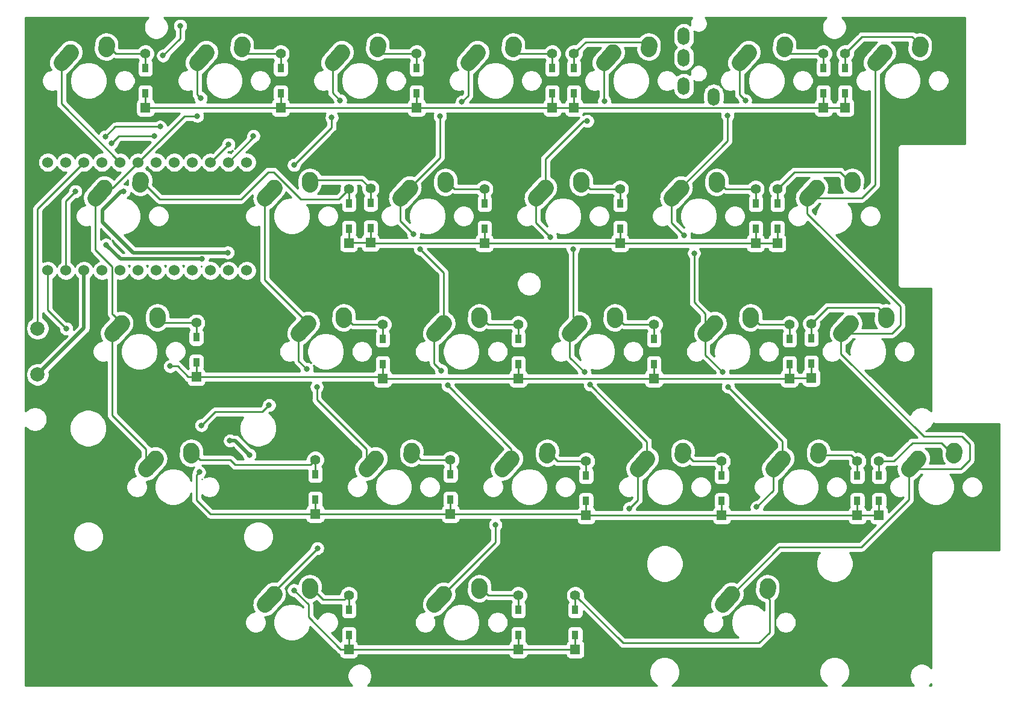
<source format=gtl>
G04 #@! TF.GenerationSoftware,KiCad,Pcbnew,(5.1.5-0-10_14)*
G04 #@! TF.CreationDate,2020-08-12T23:03:47+09:00*
G04 #@! TF.ProjectId,iroha60-left,69726f68-6136-4302-9d6c-6566742e6b69,rev?*
G04 #@! TF.SameCoordinates,Original*
G04 #@! TF.FileFunction,Copper,L1,Top*
G04 #@! TF.FilePolarity,Positive*
%FSLAX46Y46*%
G04 Gerber Fmt 4.6, Leading zero omitted, Abs format (unit mm)*
G04 Created by KiCad (PCBNEW (5.1.5-0-10_14)) date 2020-08-12 23:03:47*
%MOMM*%
%LPD*%
G04 APERTURE LIST*
%ADD10R,0.950000X1.300000*%
%ADD11C,1.397000*%
%ADD12R,1.397000X1.397000*%
%ADD13O,1.700000X2.500000*%
%ADD14C,2.250000*%
%ADD15C,2.250000*%
%ADD16C,2.000000*%
%ADD17C,1.524000*%
%ADD18C,0.800000*%
%ADD19C,0.250000*%
%ADD20C,0.500000*%
%ADD21C,0.254000*%
G04 APERTURE END LIST*
D10*
X37210000Y-26165000D03*
D11*
X37210000Y-24130000D03*
D12*
X37210000Y-31750000D03*
D10*
X37210000Y-29715000D03*
X56210000Y-26165000D03*
D11*
X56210000Y-24130000D03*
D12*
X56210000Y-31750000D03*
D10*
X56210000Y-29715000D03*
X75310000Y-26165000D03*
D11*
X75310000Y-24130000D03*
D12*
X75310000Y-31750000D03*
D10*
X75310000Y-29715000D03*
X94360000Y-26165000D03*
D11*
X94360000Y-24130000D03*
D12*
X94360000Y-31750000D03*
D10*
X94360000Y-29715000D03*
X97410000Y-26165000D03*
D11*
X97410000Y-24130000D03*
D12*
X97410000Y-31750000D03*
D10*
X97410000Y-29715000D03*
X132460000Y-26165000D03*
D11*
X132460000Y-24130000D03*
D12*
X132460000Y-31750000D03*
D10*
X132460000Y-29715000D03*
X135510000Y-26165000D03*
D11*
X135510000Y-24130000D03*
D12*
X135510000Y-31750000D03*
D10*
X135510000Y-29715000D03*
X65785000Y-48765000D03*
D12*
X65785000Y-50800000D03*
D11*
X65785000Y-43180000D03*
D10*
X65785000Y-45215000D03*
X68835000Y-48715000D03*
D12*
X68835000Y-50750000D03*
D11*
X68835000Y-43130000D03*
D10*
X68835000Y-45165000D03*
X84835000Y-48765000D03*
D12*
X84835000Y-50800000D03*
D11*
X84835000Y-43180000D03*
D10*
X84835000Y-45215000D03*
X103885000Y-48765000D03*
D12*
X103885000Y-50800000D03*
D11*
X103885000Y-43180000D03*
D10*
X103885000Y-45215000D03*
X122935000Y-48765000D03*
D12*
X122935000Y-50800000D03*
D11*
X122935000Y-43180000D03*
D10*
X122935000Y-45215000D03*
X125985000Y-48765000D03*
D12*
X125985000Y-50800000D03*
D11*
X125985000Y-43180000D03*
D10*
X125985000Y-45215000D03*
X44353750Y-64040000D03*
D11*
X44353750Y-62005000D03*
D12*
X44353750Y-69625000D03*
D10*
X44353750Y-67590000D03*
X70547500Y-64265000D03*
D11*
X70547500Y-62230000D03*
D12*
X70547500Y-69850000D03*
D10*
X70547500Y-67815000D03*
X89597500Y-67815000D03*
D12*
X89597500Y-69850000D03*
D11*
X89597500Y-62230000D03*
D10*
X89597500Y-64265000D03*
X108647500Y-64265000D03*
D11*
X108647500Y-62230000D03*
D12*
X108647500Y-69850000D03*
D10*
X108647500Y-67815000D03*
X127697500Y-64265000D03*
D11*
X127697500Y-62230000D03*
D12*
X127697500Y-69850000D03*
D10*
X127697500Y-67815000D03*
X130747500Y-64165000D03*
D11*
X130747500Y-62130000D03*
D12*
X130747500Y-69750000D03*
D10*
X130747500Y-67715000D03*
X61072500Y-83315000D03*
D11*
X61072500Y-81280000D03*
D12*
X61072500Y-88900000D03*
D10*
X61072500Y-86865000D03*
X80072500Y-83315000D03*
D11*
X80072500Y-81280000D03*
D12*
X80072500Y-88900000D03*
D10*
X80072500Y-86865000D03*
X99122500Y-87055000D03*
D12*
X99122500Y-89090000D03*
D11*
X99122500Y-81470000D03*
D10*
X99122500Y-83505000D03*
X118172500Y-87055000D03*
D12*
X118172500Y-89090000D03*
D11*
X118172500Y-81470000D03*
D10*
X118172500Y-83505000D03*
X137222500Y-87055000D03*
D12*
X137222500Y-89090000D03*
D11*
X137222500Y-81470000D03*
D10*
X137222500Y-83505000D03*
X140272500Y-87055000D03*
D12*
X140272500Y-89090000D03*
D11*
X140272500Y-81470000D03*
D10*
X140272500Y-83505000D03*
X65785000Y-105915000D03*
D12*
X65785000Y-107950000D03*
D11*
X65785000Y-100330000D03*
D10*
X65785000Y-102365000D03*
X89597500Y-105915000D03*
D12*
X89597500Y-107950000D03*
D11*
X89597500Y-100330000D03*
D10*
X89597500Y-102365000D03*
X97597500Y-105915000D03*
D12*
X97597500Y-107950000D03*
D11*
X97597500Y-100330000D03*
D10*
X97597500Y-102365000D03*
D13*
X117035000Y-30215000D03*
X112835000Y-28715000D03*
X112835000Y-24715000D03*
X112835000Y-21715000D03*
D14*
X26710000Y-23940000D03*
D15*
X25400000Y-25400000D02*
X26710002Y-23940000D01*
D14*
X31750000Y-22860000D03*
D15*
X31710000Y-23440000D02*
X31750000Y-22860000D01*
X50760000Y-23440000D02*
X50800000Y-22860000D01*
D14*
X50800000Y-22860000D03*
D15*
X44450000Y-25400000D02*
X45760002Y-23940000D01*
D14*
X45760000Y-23940000D03*
D15*
X69810000Y-23440000D02*
X69850000Y-22860000D01*
D14*
X69850000Y-22860000D03*
D15*
X63500000Y-25400000D02*
X64810002Y-23940000D01*
D14*
X64810000Y-23940000D03*
D15*
X88860000Y-23440000D02*
X88900000Y-22860000D01*
D14*
X88900000Y-22860000D03*
D15*
X82550000Y-25400000D02*
X83860002Y-23940000D01*
D14*
X83860000Y-23940000D03*
D15*
X107910000Y-23440000D02*
X107950000Y-22860000D01*
D14*
X107950000Y-22860000D03*
D15*
X101600000Y-25400000D02*
X102910002Y-23940000D01*
D14*
X102910000Y-23940000D03*
D15*
X126960000Y-23440000D02*
X127000000Y-22860000D01*
D14*
X127000000Y-22860000D03*
D15*
X120650000Y-25400000D02*
X121960002Y-23940000D01*
D14*
X121960000Y-23940000D03*
D15*
X146010000Y-23440000D02*
X146050000Y-22860000D01*
D14*
X146050000Y-22860000D03*
D15*
X139700000Y-25400000D02*
X141010002Y-23940000D01*
D14*
X141010000Y-23940000D03*
D15*
X36472500Y-42490000D02*
X36512500Y-41910000D01*
D14*
X36512500Y-41910000D03*
D15*
X30162500Y-44450000D02*
X31472502Y-42990000D01*
D14*
X31472500Y-42990000D03*
D15*
X60285000Y-42490000D02*
X60325000Y-41910000D01*
D14*
X60325000Y-41910000D03*
D15*
X53975000Y-44450000D02*
X55285002Y-42990000D01*
D14*
X55285000Y-42990000D03*
D15*
X79335000Y-42490000D02*
X79375000Y-41910000D01*
D14*
X79375000Y-41910000D03*
D15*
X73025000Y-44450000D02*
X74335002Y-42990000D01*
D14*
X74335000Y-42990000D03*
X93385000Y-42990000D03*
D15*
X92075000Y-44450000D02*
X93385002Y-42990000D01*
D14*
X98425000Y-41910000D03*
D15*
X98385000Y-42490000D02*
X98425000Y-41910000D01*
D14*
X112435000Y-42990000D03*
D15*
X111125000Y-44450000D02*
X112435002Y-42990000D01*
D14*
X117475000Y-41910000D03*
D15*
X117435000Y-42490000D02*
X117475000Y-41910000D01*
D14*
X131485000Y-42990000D03*
D15*
X130175000Y-44450000D02*
X131485002Y-42990000D01*
D14*
X136525000Y-41910000D03*
D15*
X136485000Y-42490000D02*
X136525000Y-41910000D01*
X38853750Y-61540000D02*
X38893750Y-60960000D01*
D14*
X38893750Y-60960000D03*
D15*
X32543750Y-63500000D02*
X33853752Y-62040000D01*
D14*
X33853750Y-62040000D03*
D15*
X65047500Y-61540000D02*
X65087500Y-60960000D01*
D14*
X65087500Y-60960000D03*
D15*
X58737500Y-63500000D02*
X60047502Y-62040000D01*
D14*
X60047500Y-62040000D03*
X79097500Y-62040000D03*
D15*
X77787500Y-63500000D02*
X79097502Y-62040000D01*
D14*
X84137500Y-60960000D03*
D15*
X84097500Y-61540000D02*
X84137500Y-60960000D01*
X103147500Y-61540000D02*
X103187500Y-60960000D01*
D14*
X103187500Y-60960000D03*
D15*
X96837500Y-63500000D02*
X98147502Y-62040000D01*
D14*
X98147500Y-62040000D03*
D15*
X122197500Y-61540000D02*
X122237500Y-60960000D01*
D14*
X122237500Y-60960000D03*
D15*
X115887500Y-63500000D02*
X117197502Y-62040000D01*
D14*
X117197500Y-62040000D03*
D15*
X141247500Y-61540000D02*
X141287500Y-60960000D01*
D14*
X141287500Y-60960000D03*
D15*
X134937500Y-63500000D02*
X136247502Y-62040000D01*
D14*
X136247500Y-62040000D03*
D15*
X43616250Y-80590000D02*
X43656250Y-80010000D01*
D14*
X43656250Y-80010000D03*
D15*
X37306250Y-82550000D02*
X38616252Y-81090000D01*
D14*
X38616250Y-81090000D03*
X69572500Y-81090000D03*
D15*
X68262500Y-82550000D02*
X69572502Y-81090000D01*
D14*
X74612500Y-80010000D03*
D15*
X74572500Y-80590000D02*
X74612500Y-80010000D01*
D14*
X88622500Y-81090000D03*
D15*
X87312500Y-82550000D02*
X88622502Y-81090000D01*
D14*
X93662500Y-80010000D03*
D15*
X93622500Y-80590000D02*
X93662500Y-80010000D01*
D14*
X107672500Y-81090000D03*
D15*
X106362500Y-82550000D02*
X107672502Y-81090000D01*
D14*
X112712500Y-80010000D03*
D15*
X112672500Y-80590000D02*
X112712500Y-80010000D01*
D14*
X126722500Y-81090000D03*
D15*
X125412500Y-82550000D02*
X126722502Y-81090000D01*
D14*
X131762500Y-80010000D03*
D15*
X131722500Y-80590000D02*
X131762500Y-80010000D01*
D14*
X145772500Y-81090000D03*
D15*
X144462500Y-82550000D02*
X145772502Y-81090000D01*
D14*
X150812500Y-80010000D03*
D15*
X150772500Y-80590000D02*
X150812500Y-80010000D01*
D14*
X55285000Y-100140000D03*
D15*
X53975000Y-101600000D02*
X55285002Y-100140000D01*
D14*
X60325000Y-99060000D03*
D15*
X60285000Y-99640000D02*
X60325000Y-99060000D01*
X124578750Y-99640000D02*
X124618750Y-99060000D01*
D14*
X124618750Y-99060000D03*
D15*
X118268750Y-101600000D02*
X119578752Y-100140000D01*
D14*
X119578750Y-100140000D03*
D16*
X22066250Y-62790000D03*
X22066250Y-69290000D03*
D17*
X23494500Y-39426400D03*
X26034500Y-39426400D03*
X28574500Y-39426400D03*
X31114500Y-39426400D03*
X33654500Y-39426400D03*
X36194500Y-39426400D03*
X38734500Y-39426400D03*
X41274500Y-39426400D03*
X43814500Y-39426400D03*
X46354500Y-39426400D03*
X48894500Y-39426400D03*
X51434500Y-39426400D03*
X51434500Y-54646400D03*
X48894500Y-54646400D03*
X46354500Y-54646400D03*
X43814500Y-54646400D03*
X41274500Y-54646400D03*
X38734500Y-54646400D03*
X36194500Y-54646400D03*
X33654500Y-54646400D03*
X31114500Y-54646400D03*
X28574500Y-54646400D03*
X26034500Y-54646400D03*
X23494500Y-54646400D03*
D15*
X84097500Y-99640000D02*
X84137500Y-99060000D01*
D14*
X84137500Y-99060000D03*
D15*
X77787500Y-101600000D02*
X79097502Y-100140000D01*
D14*
X79097500Y-100140000D03*
D18*
X40685000Y-68115000D03*
X44785000Y-83015000D03*
X58085000Y-99615000D03*
X45185000Y-53015000D03*
X31685000Y-51015000D03*
X49078750Y-78580000D03*
X51828750Y-80580000D03*
X38485000Y-35715000D03*
X32485000Y-36715000D03*
X48785000Y-52115000D03*
X34185000Y-43515000D03*
X26085000Y-62815000D03*
X45085000Y-76415000D03*
X54578750Y-73580000D03*
X42085000Y-20215000D03*
X39685000Y-24415000D03*
X39285000Y-34415000D03*
X31585000Y-35815000D03*
X27385000Y-43515000D03*
X44985000Y-30415000D03*
X44485000Y-32915000D03*
X64585000Y-30715000D03*
X63385000Y-33115000D03*
X58085000Y-39815000D03*
X59885000Y-68515000D03*
X61285000Y-71015000D03*
X81685000Y-30915000D03*
X78585000Y-32915000D03*
X74885000Y-49515000D03*
X75785000Y-51615000D03*
X78785000Y-68715000D03*
X79685000Y-70815000D03*
X101685000Y-30815000D03*
X99285000Y-33615000D03*
X94085000Y-49915000D03*
X97285000Y-51615000D03*
X98885000Y-68915000D03*
X99685000Y-70715000D03*
X105185000Y-88115000D03*
X61385000Y-93715000D03*
X121485000Y-30715000D03*
X118985000Y-32815000D03*
X112885000Y-49715000D03*
X114285000Y-52215000D03*
X118285000Y-68915000D03*
X119085000Y-71015000D03*
X123085000Y-87915000D03*
X86385000Y-90415000D03*
X48885000Y-36915000D03*
X52385000Y-35715000D03*
D19*
X32330000Y-23440000D02*
X31710000Y-23440000D01*
X33020000Y-24130000D02*
X32330000Y-23440000D01*
X37210000Y-24130000D02*
X33020000Y-24130000D01*
X37210000Y-24130000D02*
X37210000Y-26165000D01*
X135510000Y-29715000D02*
X135510000Y-31750000D01*
X132460000Y-29715000D02*
X132460000Y-31750000D01*
X135510000Y-31750000D02*
X132460000Y-31750000D01*
X97410000Y-29715000D02*
X97410000Y-31750000D01*
X98398510Y-31790010D02*
X98358500Y-31750000D01*
X131471490Y-31790010D02*
X98398510Y-31790010D01*
X131511500Y-31750000D02*
X131471490Y-31790010D01*
X98358500Y-31750000D02*
X97410000Y-31750000D01*
X132460000Y-31750000D02*
X131511500Y-31750000D01*
X94360000Y-29715000D02*
X94360000Y-31750000D01*
X97410000Y-31750000D02*
X94360000Y-31750000D01*
X75310000Y-29715000D02*
X75310000Y-31750000D01*
X94360000Y-31750000D02*
X75310000Y-31750000D01*
X56210000Y-29715000D02*
X56210000Y-31750000D01*
X56210000Y-31750000D02*
X75310000Y-31750000D01*
X37210000Y-29715000D02*
X37210000Y-31750000D01*
X38158500Y-31750000D02*
X56210000Y-31750000D01*
X37210000Y-31750000D02*
X38158500Y-31750000D01*
X51450000Y-24130000D02*
X56210000Y-24130000D01*
X50760000Y-23440000D02*
X51450000Y-24130000D01*
X56210000Y-26165000D02*
X56210000Y-24130000D01*
X70500000Y-24130000D02*
X75310000Y-24130000D01*
X69810000Y-23440000D02*
X70500000Y-24130000D01*
X75310000Y-24130000D02*
X75310000Y-26165000D01*
X89550000Y-24130000D02*
X94360000Y-24130000D01*
X88860000Y-23440000D02*
X89550000Y-24130000D01*
X94360000Y-24130000D02*
X94360000Y-26165000D01*
X98108499Y-23431501D02*
X97410000Y-24130000D01*
X99050001Y-22489999D02*
X98108499Y-23431501D01*
X106959999Y-22489999D02*
X99050001Y-22489999D01*
X107910000Y-23440000D02*
X106959999Y-22489999D01*
X97410000Y-24130000D02*
X97410000Y-26165000D01*
X127650000Y-24130000D02*
X132460000Y-24130000D01*
X126960000Y-23440000D02*
X127650000Y-24130000D01*
X132460000Y-24130000D02*
X132460000Y-26165000D01*
X135510000Y-26165000D02*
X135510000Y-24130000D01*
X144925001Y-21735001D02*
X146050000Y-22860000D01*
X137904999Y-21735001D02*
X144925001Y-21735001D01*
X135510000Y-24130000D02*
X137904999Y-21735001D01*
X125985000Y-48765000D02*
X125985000Y-50800000D01*
X125036500Y-50800000D02*
X122935000Y-50800000D01*
X125985000Y-50800000D02*
X125036500Y-50800000D01*
X122935000Y-48765000D02*
X122935000Y-50800000D01*
X103885000Y-48765000D02*
X103885000Y-50800000D01*
X103885000Y-50800000D02*
X122935000Y-50800000D01*
X103885000Y-50800000D02*
X84835000Y-50800000D01*
X84835000Y-48765000D02*
X84835000Y-50800000D01*
X68885000Y-50800000D02*
X68835000Y-50750000D01*
X84835000Y-50800000D02*
X68885000Y-50800000D01*
X68835000Y-48715000D02*
X68835000Y-50750000D01*
X65785000Y-48765000D02*
X65785000Y-50800000D01*
X65835000Y-50750000D02*
X65785000Y-50800000D01*
X68835000Y-50750000D02*
X65835000Y-50750000D01*
X65785000Y-43180000D02*
X65785000Y-45215000D01*
X37092500Y-42490000D02*
X36472500Y-42490000D01*
X39211250Y-44608750D02*
X37092500Y-42490000D01*
X54464999Y-40785001D02*
X50641250Y-44608750D01*
X55226003Y-40785001D02*
X54464999Y-40785001D01*
X59056002Y-44615000D02*
X55226003Y-40785001D01*
X50641250Y-44608750D02*
X39211250Y-44608750D01*
X64350000Y-44615000D02*
X59056002Y-44615000D01*
X65785000Y-43180000D02*
X64350000Y-44615000D01*
X60865000Y-41910000D02*
X60285000Y-42490000D01*
X67615000Y-41910000D02*
X60865000Y-41910000D01*
X68835000Y-43130000D02*
X67615000Y-41910000D01*
X68835000Y-43130000D02*
X68835000Y-45165000D01*
X84835000Y-43180000D02*
X84835000Y-45215000D01*
X79955000Y-42490000D02*
X79335000Y-42490000D01*
X80645000Y-43180000D02*
X79955000Y-42490000D01*
X84835000Y-43180000D02*
X80645000Y-43180000D01*
X103885000Y-43180000D02*
X103885000Y-45215000D01*
X99695000Y-43180000D02*
X98425000Y-41910000D01*
X103885000Y-43180000D02*
X99695000Y-43180000D01*
X122935000Y-43180000D02*
X122935000Y-45215000D01*
X118745000Y-43180000D02*
X117475000Y-41910000D01*
X122935000Y-43180000D02*
X118745000Y-43180000D01*
X125985000Y-45215000D02*
X125985000Y-43180000D01*
X134780001Y-40785001D02*
X136485000Y-42490000D01*
X128379999Y-40785001D02*
X134780001Y-40785001D01*
X125985000Y-43180000D02*
X128379999Y-40785001D01*
X44353750Y-64040000D02*
X44353750Y-62005000D01*
X39318750Y-62005000D02*
X38853750Y-61540000D01*
X44353750Y-62005000D02*
X39318750Y-62005000D01*
X130747500Y-69750000D02*
X130747500Y-67715000D01*
X127697500Y-69850000D02*
X127697500Y-67815000D01*
X127797500Y-69750000D02*
X127697500Y-69850000D01*
X130747500Y-69750000D02*
X127797500Y-69750000D01*
X108647500Y-69850000D02*
X108647500Y-67815000D01*
X108647500Y-69850000D02*
X127697500Y-69850000D01*
X89597500Y-67815000D02*
X89597500Y-69850000D01*
X89597500Y-69850000D02*
X108647500Y-69850000D01*
X70547500Y-67815000D02*
X70547500Y-69850000D01*
X70547500Y-69850000D02*
X89597500Y-69850000D01*
X44353750Y-67590000D02*
X44353750Y-69625000D01*
X70322500Y-69625000D02*
X70547500Y-69850000D01*
X44353750Y-69625000D02*
X70322500Y-69625000D01*
X41732748Y-68115000D02*
X40685000Y-68115000D01*
X43242748Y-69625000D02*
X41732748Y-68115000D01*
X44353750Y-69625000D02*
X43242748Y-69625000D01*
X70547500Y-64265000D02*
X70547500Y-62230000D01*
X66357500Y-62230000D02*
X65087500Y-60960000D01*
X70547500Y-62230000D02*
X66357500Y-62230000D01*
X89597500Y-64265000D02*
X89597500Y-62230000D01*
X85407500Y-62230000D02*
X84137500Y-60960000D01*
X89597500Y-62230000D02*
X85407500Y-62230000D01*
X108647500Y-64265000D02*
X108647500Y-62230000D01*
X104457500Y-62230000D02*
X103187500Y-60960000D01*
X108647500Y-62230000D02*
X104457500Y-62230000D01*
X127697500Y-62230000D02*
X127697500Y-64265000D01*
X122817500Y-61540000D02*
X122197500Y-61540000D01*
X123507500Y-62230000D02*
X122817500Y-61540000D01*
X127697500Y-62230000D02*
X123507500Y-62230000D01*
X130747500Y-62130000D02*
X130747500Y-64165000D01*
X140162501Y-59835001D02*
X141287500Y-60960000D01*
X133042499Y-59835001D02*
X140162501Y-59835001D01*
X130747500Y-62130000D02*
X133042499Y-59835001D01*
X44926250Y-81280000D02*
X43656250Y-80010000D01*
X49116250Y-81280000D02*
X44926250Y-81280000D01*
X60374001Y-81978499D02*
X61072500Y-81280000D01*
X49814749Y-81978499D02*
X60374001Y-81978499D01*
X49116250Y-81280000D02*
X49814749Y-81978499D01*
X61072500Y-81280000D02*
X61072500Y-83315000D01*
X140272500Y-89090000D02*
X140272500Y-87055000D01*
X139324000Y-89090000D02*
X137222500Y-89090000D01*
X140272500Y-89090000D02*
X139324000Y-89090000D01*
X137222500Y-89090000D02*
X137222500Y-87055000D01*
X118172500Y-89090000D02*
X118172500Y-87055000D01*
X119121000Y-89090000D02*
X137222500Y-89090000D01*
X118172500Y-89090000D02*
X119121000Y-89090000D01*
X99122500Y-87055000D02*
X99122500Y-89090000D01*
X100071000Y-89090000D02*
X118172500Y-89090000D01*
X99122500Y-89090000D02*
X100071000Y-89090000D01*
X80072500Y-86865000D02*
X80072500Y-88900000D01*
X98932500Y-88900000D02*
X99122500Y-89090000D01*
X80072500Y-88900000D02*
X98932500Y-88900000D01*
X44385001Y-83414999D02*
X44385001Y-86915001D01*
X44785000Y-83015000D02*
X44385001Y-83414999D01*
X46370000Y-88900000D02*
X49116250Y-88900000D01*
X44385001Y-86915001D02*
X46370000Y-88900000D01*
X49116250Y-88900000D02*
X61072500Y-88900000D01*
X61072500Y-86865000D02*
X61072500Y-88900000D01*
X61072500Y-88900000D02*
X80072500Y-88900000D01*
X80072500Y-83315000D02*
X80072500Y-81280000D01*
X75882500Y-81280000D02*
X74612500Y-80010000D01*
X80072500Y-81280000D02*
X75882500Y-81280000D01*
X99122500Y-81470000D02*
X99122500Y-83505000D01*
X95122500Y-81470000D02*
X93662500Y-80010000D01*
X99122500Y-81470000D02*
X95122500Y-81470000D01*
X118172500Y-83505000D02*
X118172500Y-81470000D01*
X114172500Y-81470000D02*
X112712500Y-80010000D01*
X118172500Y-81470000D02*
X114172500Y-81470000D01*
X136342500Y-80590000D02*
X137222500Y-81470000D01*
X131722500Y-80590000D02*
X136342500Y-80590000D01*
X137222500Y-81470000D02*
X137222500Y-83505000D01*
X140272500Y-83505000D02*
X140272500Y-81470000D01*
X140272500Y-81470000D02*
X142367500Y-81470000D01*
X149067501Y-78885001D02*
X150772500Y-80590000D01*
X144952499Y-78885001D02*
X149067501Y-78885001D01*
X142367500Y-81470000D02*
X144952499Y-78885001D01*
X60103901Y-101633901D02*
X60103901Y-103407401D01*
X58085000Y-99615000D02*
X60103901Y-101633901D01*
X97597500Y-105915000D02*
X97597500Y-107950000D01*
X64646500Y-107950000D02*
X65785000Y-107950000D01*
X60103901Y-103407401D02*
X64646500Y-107950000D01*
X65785000Y-105915000D02*
X65785000Y-107950000D01*
X66733500Y-107950000D02*
X89597500Y-107950000D01*
X65785000Y-107950000D02*
X66733500Y-107950000D01*
X89597500Y-105915000D02*
X89597500Y-107950000D01*
X89597500Y-107950000D02*
X97597500Y-107950000D01*
X65785000Y-102365000D02*
X65785000Y-100330000D01*
X62205000Y-100940000D02*
X65175000Y-100940000D01*
X60905000Y-99640000D02*
X62205000Y-100940000D01*
X65175000Y-100940000D02*
X65785000Y-100330000D01*
X60285000Y-99640000D02*
X60905000Y-99640000D01*
X89597500Y-102365000D02*
X89597500Y-100330000D01*
X84717500Y-99640000D02*
X84097500Y-99640000D01*
X85407500Y-100330000D02*
X84717500Y-99640000D01*
X89597500Y-100330000D02*
X85407500Y-100330000D01*
X125198750Y-99640000D02*
X124578750Y-99640000D01*
X97597500Y-102365000D02*
X97597500Y-100330000D01*
X124618750Y-100650990D02*
X124618750Y-99060000D01*
X124885000Y-100917240D02*
X124618750Y-100650990D01*
X124885000Y-105540000D02*
X124885000Y-100917240D01*
X123385000Y-107040000D02*
X124885000Y-105540000D01*
X104307500Y-107040000D02*
X123385000Y-107040000D01*
X97597500Y-100330000D02*
X104307500Y-107040000D01*
D20*
X28574500Y-62781750D02*
X22066250Y-69290000D01*
X28574500Y-54646400D02*
X28574500Y-62781750D01*
X33685000Y-53015000D02*
X31685000Y-51015000D01*
X45185000Y-53015000D02*
X33685000Y-53015000D01*
X49828750Y-78580000D02*
X51828750Y-80580000D01*
X49078750Y-78580000D02*
X49828750Y-78580000D01*
D19*
X33485000Y-35715000D02*
X32485000Y-36715000D01*
X38485000Y-35715000D02*
X33485000Y-35715000D01*
D20*
X33830526Y-43515000D02*
X34185000Y-43515000D01*
X31185000Y-47819474D02*
X31185000Y-46160526D01*
X31185000Y-46160526D02*
X33830526Y-43515000D01*
X35480526Y-52115000D02*
X31185000Y-47819474D01*
X48785000Y-52115000D02*
X35480526Y-52115000D01*
D19*
X23494500Y-60224500D02*
X26085000Y-62815000D01*
X23494500Y-54646400D02*
X23494500Y-60224500D01*
X45085000Y-76415000D02*
X46983901Y-74516099D01*
X53642651Y-74516099D02*
X54578750Y-73580000D01*
X46983901Y-74516099D02*
X53642651Y-74516099D01*
X42085000Y-22015000D02*
X39685000Y-24415000D01*
X42085000Y-20215000D02*
X42085000Y-22015000D01*
X32985000Y-34415000D02*
X31585000Y-35815000D01*
X39285000Y-34415000D02*
X32985000Y-34415000D01*
X26034500Y-44865500D02*
X26034500Y-54646400D01*
X27385000Y-43515000D02*
X26034500Y-44865500D01*
X25400000Y-31171900D02*
X33654500Y-39426400D01*
X25400000Y-25400000D02*
X25400000Y-31171900D01*
X44450000Y-29880000D02*
X44985000Y-30415000D01*
X44450000Y-25400000D02*
X44450000Y-29880000D01*
X42705900Y-32915000D02*
X36194500Y-39426400D01*
X44485000Y-32915000D02*
X42705900Y-32915000D01*
X32630900Y-42990000D02*
X31472500Y-42990000D01*
X36194500Y-39426400D02*
X32630900Y-42990000D01*
X32728751Y-60915001D02*
X33853750Y-62040000D01*
X32567499Y-60753749D02*
X32728751Y-60915001D01*
X32567499Y-54124639D02*
X32567499Y-60753749D01*
X30162500Y-51719640D02*
X32567499Y-54124639D01*
X30162500Y-44450000D02*
X30162500Y-51719640D01*
X37306250Y-79780000D02*
X37306250Y-82550000D01*
X32543750Y-75017500D02*
X37306250Y-79780000D01*
X32543750Y-63500000D02*
X32543750Y-75017500D01*
X63500000Y-29630000D02*
X64585000Y-30715000D01*
X63500000Y-25400000D02*
X63500000Y-29630000D01*
X63385000Y-34515000D02*
X58085000Y-39815000D01*
X63385000Y-33115000D02*
X63385000Y-34515000D01*
X53975000Y-55967500D02*
X60047500Y-62040000D01*
X53975000Y-44450000D02*
X53975000Y-55967500D01*
X58737500Y-67367500D02*
X59885000Y-68515000D01*
X58737500Y-63500000D02*
X58737500Y-67367500D01*
X68262500Y-79780000D02*
X68262500Y-82550000D01*
X61285000Y-72802500D02*
X68262500Y-79780000D01*
X61285000Y-71015000D02*
X61285000Y-72802500D01*
X82550000Y-30050000D02*
X81685000Y-30915000D01*
X82550000Y-25400000D02*
X82550000Y-30050000D01*
X78585000Y-38740000D02*
X74335000Y-42990000D01*
X78585000Y-32915000D02*
X78585000Y-38740000D01*
X73025000Y-47655000D02*
X74885000Y-49515000D01*
X73025000Y-44450000D02*
X73025000Y-47655000D01*
X79097500Y-54927500D02*
X79097500Y-62040000D01*
X75785000Y-51615000D02*
X79097500Y-54927500D01*
X77787500Y-67717500D02*
X78785000Y-68715000D01*
X77787500Y-63500000D02*
X77787500Y-67717500D01*
X88622500Y-79752500D02*
X88622500Y-81090000D01*
X79685000Y-70815000D02*
X88622500Y-79752500D01*
X101600000Y-30730000D02*
X101685000Y-30815000D01*
X101600000Y-25400000D02*
X101600000Y-30730000D01*
X93385000Y-41399010D02*
X93385000Y-42990000D01*
X93385000Y-38949315D02*
X93385000Y-41399010D01*
X98719315Y-33615000D02*
X93385000Y-38949315D01*
X99285000Y-33615000D02*
X98719315Y-33615000D01*
X92075000Y-47905000D02*
X94085000Y-49915000D01*
X92075000Y-44450000D02*
X92075000Y-47905000D01*
X97285000Y-61177500D02*
X98147500Y-62040000D01*
X97285000Y-51615000D02*
X97285000Y-61177500D01*
X96837500Y-66867500D02*
X98885000Y-68915000D01*
X96837500Y-63500000D02*
X96837500Y-66867500D01*
X107672500Y-81240000D02*
X106362500Y-82550000D01*
X107672500Y-78702500D02*
X107672500Y-81240000D01*
X99685000Y-70715000D02*
X107672500Y-78702500D01*
X106362500Y-86937500D02*
X105185000Y-88115000D01*
X106362500Y-82550000D02*
X106362500Y-86937500D01*
X55285000Y-99815000D02*
X55285000Y-100140000D01*
X61385000Y-93715000D02*
X55285000Y-99815000D01*
X120650000Y-29880000D02*
X121485000Y-30715000D01*
X120650000Y-25400000D02*
X120650000Y-29880000D01*
X118985000Y-36440000D02*
X112435000Y-42990000D01*
X118985000Y-32815000D02*
X118985000Y-36440000D01*
X111125000Y-47955000D02*
X112885000Y-49715000D01*
X111125000Y-44450000D02*
X111125000Y-47955000D01*
X114285000Y-59127500D02*
X115887500Y-60730000D01*
X115887500Y-60730000D02*
X115887500Y-63500000D01*
X114285000Y-52215000D02*
X114285000Y-59127500D01*
X115887500Y-66517500D02*
X118285000Y-68915000D01*
X115887500Y-63500000D02*
X115887500Y-66517500D01*
X126722500Y-78652500D02*
X126722500Y-81090000D01*
X119085000Y-71015000D02*
X126722500Y-78652500D01*
X125412500Y-85587500D02*
X123085000Y-87915000D01*
X125412500Y-82550000D02*
X125412500Y-85587500D01*
X86385000Y-92852500D02*
X79097500Y-100140000D01*
X86385000Y-90415000D02*
X86385000Y-92852500D01*
X48865900Y-36915000D02*
X48885000Y-36915000D01*
X46354500Y-39426400D02*
X48865900Y-36915000D01*
X126302651Y-93566099D02*
X118268750Y-101600000D01*
X137778403Y-93566099D02*
X126302651Y-93566099D01*
X144462500Y-86882002D02*
X137778403Y-93566099D01*
X144462500Y-82550000D02*
X144462500Y-86882002D01*
X52385000Y-35935900D02*
X52385000Y-35715000D01*
X48894500Y-39426400D02*
X52385000Y-35935900D01*
X151750000Y-82550000D02*
X144462500Y-82550000D01*
X152985000Y-81315000D02*
X151750000Y-82550000D01*
X152985000Y-79115000D02*
X152985000Y-81315000D01*
X146613498Y-78015000D02*
X151885000Y-78015000D01*
X151885000Y-78015000D02*
X152985000Y-79115000D01*
X134937500Y-66339002D02*
X146613498Y-78015000D01*
X134937500Y-63500000D02*
X134937500Y-66339002D01*
X142100000Y-63500000D02*
X134937500Y-63500000D01*
X143285000Y-62315000D02*
X142100000Y-63500000D01*
X130175000Y-46611974D02*
X143285000Y-59721974D01*
X143285000Y-59721974D02*
X143285000Y-62315000D01*
X130175000Y-44450000D02*
X130175000Y-46611974D01*
X137850000Y-44450000D02*
X130175000Y-44450000D01*
X139700000Y-42600000D02*
X137850000Y-44450000D01*
X139700000Y-25400000D02*
X139700000Y-42600000D01*
X22066250Y-45934650D02*
X22066250Y-62790000D01*
X28574500Y-39426400D02*
X22066250Y-45934650D01*
D21*
G36*
X147612501Y-113005000D02*
G01*
X147386161Y-113005000D01*
X147612501Y-112778660D01*
X147612501Y-113005000D01*
G37*
X147612501Y-113005000D02*
X147386161Y-113005000D01*
X147612501Y-112778660D01*
X147612501Y-113005000D01*
G36*
X37387337Y-19309002D02*
G01*
X37197463Y-19593169D01*
X37066675Y-19908919D01*
X37000000Y-20244117D01*
X37000000Y-20585883D01*
X37066675Y-20921081D01*
X37197463Y-21236831D01*
X37387337Y-21520998D01*
X37629002Y-21762663D01*
X37913169Y-21952537D01*
X38228919Y-22083325D01*
X38564117Y-22150000D01*
X38905883Y-22150000D01*
X39241081Y-22083325D01*
X39556831Y-21952537D01*
X39840998Y-21762663D01*
X40082663Y-21520998D01*
X40272537Y-21236831D01*
X40403325Y-20921081D01*
X40470000Y-20585883D01*
X40470000Y-20244117D01*
X40403325Y-19908919D01*
X40272537Y-19593169D01*
X40082663Y-19309002D01*
X39848661Y-19075000D01*
X114028446Y-19075000D01*
X113975713Y-19127733D01*
X113840557Y-19330008D01*
X113747460Y-19554764D01*
X113700000Y-19793363D01*
X113700000Y-20036637D01*
X113715972Y-20116935D01*
X113664014Y-20074294D01*
X113406034Y-19936401D01*
X113126111Y-19851487D01*
X112835000Y-19822815D01*
X112543890Y-19851487D01*
X112263967Y-19936401D01*
X112005987Y-20074294D01*
X111779866Y-20259866D01*
X111594294Y-20485986D01*
X111456401Y-20743966D01*
X111371487Y-21023889D01*
X111350000Y-21242050D01*
X111350000Y-22187949D01*
X111371487Y-22406110D01*
X111456401Y-22686033D01*
X111594294Y-22944013D01*
X111779866Y-23170134D01*
X111834535Y-23215000D01*
X111779866Y-23259866D01*
X111594294Y-23485986D01*
X111456401Y-23743966D01*
X111371487Y-24023889D01*
X111350000Y-24242050D01*
X111350000Y-25187949D01*
X111371487Y-25406110D01*
X111456401Y-25686033D01*
X111594294Y-25944013D01*
X111779866Y-26170134D01*
X112005986Y-26355706D01*
X112263966Y-26493599D01*
X112543889Y-26578513D01*
X112835000Y-26607185D01*
X113126110Y-26578513D01*
X113406033Y-26493599D01*
X113664013Y-26355706D01*
X113890134Y-26170134D01*
X114075706Y-25944014D01*
X114213599Y-25686034D01*
X114298513Y-25406111D01*
X114320000Y-25187950D01*
X114320000Y-24242051D01*
X114298513Y-24023889D01*
X114213599Y-23743966D01*
X114075706Y-23485986D01*
X113890134Y-23259866D01*
X113835465Y-23215000D01*
X113890134Y-23170134D01*
X114075706Y-22944014D01*
X114213599Y-22686034D01*
X114298513Y-22406111D01*
X114320000Y-22187950D01*
X114320000Y-21242051D01*
X114298513Y-21023889D01*
X114279926Y-20962616D01*
X114350008Y-21009443D01*
X114574764Y-21102540D01*
X114813363Y-21150000D01*
X115056637Y-21150000D01*
X115295236Y-21102540D01*
X115519992Y-21009443D01*
X115722267Y-20874287D01*
X115894287Y-20702267D01*
X116029443Y-20499992D01*
X116122540Y-20275236D01*
X116170000Y-20036637D01*
X116170000Y-19793363D01*
X116122540Y-19554764D01*
X116029443Y-19330008D01*
X115894287Y-19127733D01*
X115841554Y-19075000D01*
X132871339Y-19075000D01*
X132637337Y-19309002D01*
X132447463Y-19593169D01*
X132316675Y-19908919D01*
X132250000Y-20244117D01*
X132250000Y-20585883D01*
X132316675Y-20921081D01*
X132447463Y-21236831D01*
X132637337Y-21520998D01*
X132879002Y-21762663D01*
X133163169Y-21952537D01*
X133478919Y-22083325D01*
X133814117Y-22150000D01*
X134155883Y-22150000D01*
X134491081Y-22083325D01*
X134806831Y-21952537D01*
X135090998Y-21762663D01*
X135332663Y-21520998D01*
X135522537Y-21236831D01*
X135653325Y-20921081D01*
X135720000Y-20585883D01*
X135720000Y-20244117D01*
X135653325Y-19908919D01*
X135522537Y-19593169D01*
X135332663Y-19309002D01*
X135098661Y-19075000D01*
X152375000Y-19075000D01*
X152375001Y-36805000D01*
X143542419Y-36805000D01*
X143510000Y-36801807D01*
X143477581Y-36805000D01*
X143380617Y-36814550D01*
X143256207Y-36852290D01*
X143141550Y-36913575D01*
X143041052Y-36996052D01*
X142958575Y-37096550D01*
X142897290Y-37211207D01*
X142859550Y-37335617D01*
X142846807Y-37465000D01*
X142850000Y-37497419D01*
X142850001Y-56482571D01*
X142846807Y-56515000D01*
X142859550Y-56644383D01*
X142897290Y-56768793D01*
X142958575Y-56883450D01*
X143041052Y-56983948D01*
X143141550Y-57066425D01*
X143256207Y-57127710D01*
X143380617Y-57165450D01*
X143477581Y-57175000D01*
X143510000Y-57178193D01*
X143542419Y-57175000D01*
X147612500Y-57175000D01*
X147612501Y-74451340D01*
X147378498Y-74217337D01*
X147094331Y-74027463D01*
X146778581Y-73896675D01*
X146443383Y-73830000D01*
X146101617Y-73830000D01*
X145766419Y-73896675D01*
X145450669Y-74027463D01*
X145166502Y-74217337D01*
X144924837Y-74459002D01*
X144734963Y-74743169D01*
X144641678Y-74968378D01*
X138305854Y-68632554D01*
X138488576Y-68668900D01*
X139006424Y-68668900D01*
X139514322Y-68567873D01*
X139992751Y-68369701D01*
X140423326Y-68082000D01*
X140789500Y-67715826D01*
X141077201Y-67285251D01*
X141275373Y-66806822D01*
X141376400Y-66298924D01*
X141376400Y-65891278D01*
X142317500Y-65891278D01*
X142317500Y-66188722D01*
X142375529Y-66480451D01*
X142489356Y-66755253D01*
X142654607Y-67002569D01*
X142864931Y-67212893D01*
X143112247Y-67378144D01*
X143387049Y-67491971D01*
X143678778Y-67550000D01*
X143976222Y-67550000D01*
X144267951Y-67491971D01*
X144542753Y-67378144D01*
X144790069Y-67212893D01*
X145000393Y-67002569D01*
X145165644Y-66755253D01*
X145279471Y-66480451D01*
X145337500Y-66188722D01*
X145337500Y-65891278D01*
X145279471Y-65599549D01*
X145165644Y-65324747D01*
X145000393Y-65077431D01*
X144790069Y-64867107D01*
X144542753Y-64701856D01*
X144267951Y-64588029D01*
X143976222Y-64530000D01*
X143678778Y-64530000D01*
X143387049Y-64588029D01*
X143112247Y-64701856D01*
X142864931Y-64867107D01*
X142654607Y-65077431D01*
X142489356Y-65324747D01*
X142375529Y-65599549D01*
X142317500Y-65891278D01*
X141376400Y-65891278D01*
X141376400Y-65781076D01*
X141275373Y-65273178D01*
X141077201Y-64794749D01*
X140789500Y-64364174D01*
X140685326Y-64260000D01*
X142062678Y-64260000D01*
X142100000Y-64263676D01*
X142137322Y-64260000D01*
X142137333Y-64260000D01*
X142248986Y-64249003D01*
X142392247Y-64205546D01*
X142524276Y-64134974D01*
X142640001Y-64040001D01*
X142663804Y-64010997D01*
X143796003Y-62878799D01*
X143825001Y-62855001D01*
X143857830Y-62814999D01*
X143919974Y-62739277D01*
X143990546Y-62607247D01*
X144006888Y-62553373D01*
X144034003Y-62463986D01*
X144045000Y-62352333D01*
X144045000Y-62352324D01*
X144048676Y-62315001D01*
X144045000Y-62277678D01*
X144045000Y-59759297D01*
X144048676Y-59721974D01*
X144045000Y-59684651D01*
X144045000Y-59684641D01*
X144034003Y-59572988D01*
X143990546Y-59429727D01*
X143919974Y-59297698D01*
X143825001Y-59181973D01*
X143796004Y-59158176D01*
X134254603Y-49616776D01*
X134751822Y-49517873D01*
X135230251Y-49319701D01*
X135660826Y-49032000D01*
X136027000Y-48665826D01*
X136314701Y-48235251D01*
X136512873Y-47756822D01*
X136613900Y-47248924D01*
X136613900Y-46841278D01*
X137555000Y-46841278D01*
X137555000Y-47138722D01*
X137613029Y-47430451D01*
X137726856Y-47705253D01*
X137892107Y-47952569D01*
X138102431Y-48162893D01*
X138349747Y-48328144D01*
X138624549Y-48441971D01*
X138916278Y-48500000D01*
X139213722Y-48500000D01*
X139505451Y-48441971D01*
X139780253Y-48328144D01*
X140027569Y-48162893D01*
X140237893Y-47952569D01*
X140403144Y-47705253D01*
X140516971Y-47430451D01*
X140575000Y-47138722D01*
X140575000Y-46841278D01*
X140516971Y-46549549D01*
X140403144Y-46274747D01*
X140237893Y-46027431D01*
X140027569Y-45817107D01*
X139780253Y-45651856D01*
X139505451Y-45538029D01*
X139213722Y-45480000D01*
X138916278Y-45480000D01*
X138624549Y-45538029D01*
X138349747Y-45651856D01*
X138102431Y-45817107D01*
X137892107Y-46027431D01*
X137726856Y-46274747D01*
X137613029Y-46549549D01*
X137555000Y-46841278D01*
X136613900Y-46841278D01*
X136613900Y-46731076D01*
X136512873Y-46223178D01*
X136314701Y-45744749D01*
X136027000Y-45314174D01*
X135922826Y-45210000D01*
X137812678Y-45210000D01*
X137850000Y-45213676D01*
X137887322Y-45210000D01*
X137887333Y-45210000D01*
X137998986Y-45199003D01*
X138142247Y-45155546D01*
X138274276Y-45084974D01*
X138390001Y-44990001D01*
X138413804Y-44960997D01*
X140211003Y-43163799D01*
X140240001Y-43140001D01*
X140280441Y-43090725D01*
X140334974Y-43024277D01*
X140405546Y-42892247D01*
X140409253Y-42880027D01*
X140449003Y-42748986D01*
X140460000Y-42637333D01*
X140460000Y-42637324D01*
X140463676Y-42600001D01*
X140460000Y-42562678D01*
X140460000Y-27681076D01*
X140881100Y-27681076D01*
X140881100Y-28198924D01*
X140982127Y-28706822D01*
X141180299Y-29185251D01*
X141468000Y-29615826D01*
X141834174Y-29982000D01*
X142264749Y-30269701D01*
X142743178Y-30467873D01*
X143251076Y-30568900D01*
X143768924Y-30568900D01*
X144276822Y-30467873D01*
X144755251Y-30269701D01*
X145185826Y-29982000D01*
X145552000Y-29615826D01*
X145839701Y-29185251D01*
X146037873Y-28706822D01*
X146138900Y-28198924D01*
X146138900Y-27791278D01*
X147080000Y-27791278D01*
X147080000Y-28088722D01*
X147138029Y-28380451D01*
X147251856Y-28655253D01*
X147417107Y-28902569D01*
X147627431Y-29112893D01*
X147874747Y-29278144D01*
X148149549Y-29391971D01*
X148441278Y-29450000D01*
X148738722Y-29450000D01*
X149030451Y-29391971D01*
X149305253Y-29278144D01*
X149552569Y-29112893D01*
X149762893Y-28902569D01*
X149928144Y-28655253D01*
X150041971Y-28380451D01*
X150100000Y-28088722D01*
X150100000Y-27791278D01*
X150041971Y-27499549D01*
X149928144Y-27224747D01*
X149762893Y-26977431D01*
X149552569Y-26767107D01*
X149305253Y-26601856D01*
X149030451Y-26488029D01*
X148738722Y-26430000D01*
X148441278Y-26430000D01*
X148149549Y-26488029D01*
X147874747Y-26601856D01*
X147627431Y-26767107D01*
X147417107Y-26977431D01*
X147251856Y-27224747D01*
X147138029Y-27499549D01*
X147080000Y-27791278D01*
X146138900Y-27791278D01*
X146138900Y-27681076D01*
X146037873Y-27173178D01*
X145839701Y-26694749D01*
X145552000Y-26264174D01*
X145185826Y-25898000D01*
X144755251Y-25610299D01*
X144276822Y-25412127D01*
X143768924Y-25311100D01*
X143251076Y-25311100D01*
X142743178Y-25412127D01*
X142264749Y-25610299D01*
X141834174Y-25898000D01*
X141468000Y-26264174D01*
X141180299Y-26694749D01*
X140982127Y-27173178D01*
X140881100Y-27681076D01*
X140460000Y-27681076D01*
X140460000Y-26996413D01*
X140464139Y-26994909D01*
X140760607Y-26815187D01*
X140952243Y-26639742D01*
X142288200Y-25150816D01*
X142377081Y-25061935D01*
X142451827Y-24950070D01*
X142531444Y-24841587D01*
X142547979Y-24806169D01*
X142569692Y-24773673D01*
X142621175Y-24649382D01*
X142678101Y-24527445D01*
X142687410Y-24489476D01*
X142702364Y-24453373D01*
X142728610Y-24321426D01*
X142760653Y-24190727D01*
X142762375Y-24151677D01*
X142770000Y-24113345D01*
X142770000Y-23978802D01*
X142775929Y-23844374D01*
X142770000Y-23805739D01*
X142770000Y-23766655D01*
X142743751Y-23634691D01*
X142723341Y-23501696D01*
X142709989Y-23464961D01*
X142702364Y-23426627D01*
X142650874Y-23302320D01*
X142604911Y-23175861D01*
X142584650Y-23142438D01*
X142569692Y-23106327D01*
X142494935Y-22994446D01*
X142425189Y-22879393D01*
X142398798Y-22850566D01*
X142377081Y-22818065D01*
X142281934Y-22722918D01*
X142191083Y-22623683D01*
X142159575Y-22600559D01*
X142131935Y-22572919D01*
X142020050Y-22498159D01*
X142015746Y-22495001D01*
X144326701Y-22495001D01*
X144318794Y-22541898D01*
X144290000Y-22686655D01*
X144290000Y-22799386D01*
X144248223Y-23405157D01*
X144255840Y-23664862D01*
X144333413Y-24002761D01*
X144475419Y-24319034D01*
X144676396Y-24601526D01*
X144928624Y-24839381D01*
X145222408Y-25023459D01*
X145546459Y-25146684D01*
X145888323Y-25204324D01*
X146234862Y-25194160D01*
X146572761Y-25116587D01*
X146889034Y-24974581D01*
X147171526Y-24773604D01*
X147409381Y-24521376D01*
X147593459Y-24227592D01*
X147716684Y-23903541D01*
X147759881Y-23647339D01*
X147798099Y-23093175D01*
X147810000Y-23033345D01*
X147810000Y-22920611D01*
X147811777Y-22894844D01*
X147810000Y-22834256D01*
X147810000Y-22686655D01*
X147804922Y-22661128D01*
X147804160Y-22635137D01*
X147771159Y-22491387D01*
X147742364Y-22346627D01*
X147732407Y-22322588D01*
X147726587Y-22297238D01*
X147666177Y-22162694D01*
X147609692Y-22026327D01*
X147595230Y-22004683D01*
X147584581Y-21980966D01*
X147499096Y-21860809D01*
X147417081Y-21738065D01*
X147398678Y-21719662D01*
X147383604Y-21698474D01*
X147276311Y-21597295D01*
X147171935Y-21492919D01*
X147150294Y-21478459D01*
X147131376Y-21460619D01*
X147006407Y-21382316D01*
X146883673Y-21300308D01*
X146859628Y-21290348D01*
X146837592Y-21276541D01*
X146699740Y-21224121D01*
X146563373Y-21167636D01*
X146537846Y-21162558D01*
X146513541Y-21153316D01*
X146368108Y-21128795D01*
X146223345Y-21100000D01*
X146197323Y-21100000D01*
X146171677Y-21095676D01*
X146024237Y-21100000D01*
X145876655Y-21100000D01*
X145851133Y-21105077D01*
X145825138Y-21105839D01*
X145681375Y-21138844D01*
X145536627Y-21167636D01*
X145512587Y-21177594D01*
X145487239Y-21183413D01*
X145463740Y-21193964D01*
X145349277Y-21100027D01*
X145217248Y-21029455D01*
X145073987Y-20985998D01*
X144962334Y-20975001D01*
X144962323Y-20975001D01*
X144925001Y-20971325D01*
X144887679Y-20975001D01*
X137942321Y-20975001D01*
X137904998Y-20971325D01*
X137867675Y-20975001D01*
X137867666Y-20975001D01*
X137756013Y-20985998D01*
X137647426Y-21018937D01*
X137612752Y-21029455D01*
X137480722Y-21100027D01*
X137415790Y-21153316D01*
X137364998Y-21195000D01*
X137341200Y-21223998D01*
X135747568Y-22817631D01*
X135641338Y-22796500D01*
X135378662Y-22796500D01*
X135121032Y-22847746D01*
X134878351Y-22948268D01*
X134659943Y-23094203D01*
X134474203Y-23279943D01*
X134328268Y-23498351D01*
X134227746Y-23741032D01*
X134176500Y-23998662D01*
X134176500Y-24261338D01*
X134227746Y-24518968D01*
X134328268Y-24761649D01*
X134474203Y-24980057D01*
X134572161Y-25078015D01*
X134504463Y-25160506D01*
X134445498Y-25270820D01*
X134409188Y-25390518D01*
X134396928Y-25515000D01*
X134396928Y-26815000D01*
X134409188Y-26939482D01*
X134445498Y-27059180D01*
X134504463Y-27169494D01*
X134583815Y-27266185D01*
X134680506Y-27345537D01*
X134790820Y-27404502D01*
X134910518Y-27440812D01*
X135035000Y-27453072D01*
X135985000Y-27453072D01*
X136109482Y-27440812D01*
X136229180Y-27404502D01*
X136339494Y-27345537D01*
X136436185Y-27266185D01*
X136515537Y-27169494D01*
X136574502Y-27059180D01*
X136610812Y-26939482D01*
X136623072Y-26815000D01*
X136623072Y-25515000D01*
X136610812Y-25390518D01*
X136574502Y-25270820D01*
X136515537Y-25160506D01*
X136447839Y-25078015D01*
X136545797Y-24980057D01*
X136691732Y-24761649D01*
X136792254Y-24518968D01*
X136843500Y-24261338D01*
X136843500Y-23998662D01*
X136822369Y-23892432D01*
X138219801Y-22495001D01*
X139998572Y-22495001D01*
X139949394Y-22524813D01*
X139920578Y-22551195D01*
X139888065Y-22572919D01*
X139792887Y-22668097D01*
X139757758Y-22700258D01*
X139731837Y-22729147D01*
X139642919Y-22818065D01*
X139616273Y-22857943D01*
X138332284Y-24288953D01*
X138178558Y-24498414D01*
X138031901Y-24812556D01*
X137949349Y-25149274D01*
X137934073Y-25495626D01*
X137986661Y-25838304D01*
X138105091Y-26164139D01*
X138267875Y-26432666D01*
X137989549Y-26488029D01*
X137714747Y-26601856D01*
X137467431Y-26767107D01*
X137257107Y-26977431D01*
X137091856Y-27224747D01*
X136978029Y-27499549D01*
X136920000Y-27791278D01*
X136920000Y-28088722D01*
X136978029Y-28380451D01*
X137091856Y-28655253D01*
X137257107Y-28902569D01*
X137467431Y-29112893D01*
X137714747Y-29278144D01*
X137989549Y-29391971D01*
X138281278Y-29450000D01*
X138578722Y-29450000D01*
X138870451Y-29391971D01*
X138940000Y-29363163D01*
X138940001Y-42285197D01*
X138142613Y-43082586D01*
X138191684Y-42953541D01*
X138234881Y-42697339D01*
X138273099Y-42143175D01*
X138285000Y-42083345D01*
X138285000Y-41970611D01*
X138286777Y-41944844D01*
X138285000Y-41884256D01*
X138285000Y-41736655D01*
X138279922Y-41711128D01*
X138279160Y-41685137D01*
X138246159Y-41541387D01*
X138217364Y-41396627D01*
X138207407Y-41372588D01*
X138201587Y-41347238D01*
X138141177Y-41212694D01*
X138084692Y-41076327D01*
X138070230Y-41054683D01*
X138059581Y-41030966D01*
X137974096Y-40910809D01*
X137892081Y-40788065D01*
X137873678Y-40769662D01*
X137858604Y-40748474D01*
X137751311Y-40647295D01*
X137646935Y-40542919D01*
X137625294Y-40528459D01*
X137606376Y-40510619D01*
X137481407Y-40432316D01*
X137358673Y-40350308D01*
X137334628Y-40340348D01*
X137312592Y-40326541D01*
X137174740Y-40274121D01*
X137038373Y-40217636D01*
X137012846Y-40212558D01*
X136988541Y-40203316D01*
X136843108Y-40178795D01*
X136698345Y-40150000D01*
X136672323Y-40150000D01*
X136646677Y-40145676D01*
X136499237Y-40150000D01*
X136351655Y-40150000D01*
X136326133Y-40155077D01*
X136300138Y-40155839D01*
X136156375Y-40188844D01*
X136011627Y-40217636D01*
X135987587Y-40227594D01*
X135962239Y-40233413D01*
X135827689Y-40293825D01*
X135691327Y-40350308D01*
X135669687Y-40364767D01*
X135645966Y-40375418D01*
X135528669Y-40458868D01*
X135343805Y-40274004D01*
X135320002Y-40245000D01*
X135204277Y-40150027D01*
X135072248Y-40079455D01*
X134928987Y-40035998D01*
X134817334Y-40025001D01*
X134817323Y-40025001D01*
X134780001Y-40021325D01*
X134742679Y-40025001D01*
X128417321Y-40025001D01*
X128379998Y-40021325D01*
X128342675Y-40025001D01*
X128342666Y-40025001D01*
X128231013Y-40035998D01*
X128087752Y-40079455D01*
X127955722Y-40150027D01*
X127924803Y-40175402D01*
X127839998Y-40245000D01*
X127816200Y-40273998D01*
X126222568Y-41867631D01*
X126116338Y-41846500D01*
X125853662Y-41846500D01*
X125596032Y-41897746D01*
X125353351Y-41998268D01*
X125134943Y-42144203D01*
X124949203Y-42329943D01*
X124803268Y-42548351D01*
X124702746Y-42791032D01*
X124651500Y-43048662D01*
X124651500Y-43311338D01*
X124702746Y-43568968D01*
X124803268Y-43811649D01*
X124949203Y-44030057D01*
X125047161Y-44128015D01*
X124979463Y-44210506D01*
X124920498Y-44320820D01*
X124884188Y-44440518D01*
X124871928Y-44565000D01*
X124871928Y-45865000D01*
X124884188Y-45989482D01*
X124920498Y-46109180D01*
X124979463Y-46219494D01*
X125058815Y-46316185D01*
X125155506Y-46395537D01*
X125265820Y-46454502D01*
X125385518Y-46490812D01*
X125510000Y-46503072D01*
X126460000Y-46503072D01*
X126584482Y-46490812D01*
X126704180Y-46454502D01*
X126814494Y-46395537D01*
X126911185Y-46316185D01*
X126990537Y-46219494D01*
X127049502Y-46109180D01*
X127085812Y-45989482D01*
X127098072Y-45865000D01*
X127098072Y-44565000D01*
X127085812Y-44440518D01*
X127049502Y-44320820D01*
X126990537Y-44210506D01*
X126922839Y-44128015D01*
X127020797Y-44030057D01*
X127166732Y-43811649D01*
X127267254Y-43568968D01*
X127318500Y-43311338D01*
X127318500Y-43048662D01*
X127297369Y-42942432D01*
X128694801Y-41545001D01*
X130473572Y-41545001D01*
X130424394Y-41574813D01*
X130395578Y-41601195D01*
X130363065Y-41622919D01*
X130267887Y-41718097D01*
X130232758Y-41750258D01*
X130206837Y-41779147D01*
X130117919Y-41868065D01*
X130091273Y-41907943D01*
X128807284Y-43338953D01*
X128653558Y-43548414D01*
X128506901Y-43862556D01*
X128424349Y-44199274D01*
X128409073Y-44545626D01*
X128461661Y-44888304D01*
X128580091Y-45214139D01*
X128742875Y-45482666D01*
X128464549Y-45538029D01*
X128189747Y-45651856D01*
X127942431Y-45817107D01*
X127732107Y-46027431D01*
X127566856Y-46274747D01*
X127453029Y-46549549D01*
X127395000Y-46841278D01*
X127395000Y-47138722D01*
X127453029Y-47430451D01*
X127566856Y-47705253D01*
X127732107Y-47952569D01*
X127942431Y-48162893D01*
X128189747Y-48328144D01*
X128464549Y-48441971D01*
X128756278Y-48500000D01*
X129053722Y-48500000D01*
X129345451Y-48441971D01*
X129620253Y-48328144D01*
X129867569Y-48162893D01*
X130077893Y-47952569D01*
X130223251Y-47735026D01*
X141739613Y-59251389D01*
X141605608Y-59228795D01*
X141460845Y-59200000D01*
X141434823Y-59200000D01*
X141409177Y-59195676D01*
X141261737Y-59200000D01*
X141114155Y-59200000D01*
X141088633Y-59205077D01*
X141062638Y-59205839D01*
X140918875Y-59238844D01*
X140774127Y-59267636D01*
X140750087Y-59277594D01*
X140724739Y-59283413D01*
X140701240Y-59293964D01*
X140586777Y-59200027D01*
X140454748Y-59129455D01*
X140311487Y-59085998D01*
X140199834Y-59075001D01*
X140199823Y-59075001D01*
X140162501Y-59071325D01*
X140125179Y-59075001D01*
X133079824Y-59075001D01*
X133042499Y-59071325D01*
X133005174Y-59075001D01*
X133005166Y-59075001D01*
X132893513Y-59085998D01*
X132750252Y-59129455D01*
X132618223Y-59200027D01*
X132502498Y-59295000D01*
X132478700Y-59323998D01*
X130985068Y-60817631D01*
X130878838Y-60796500D01*
X130616162Y-60796500D01*
X130358532Y-60847746D01*
X130115851Y-60948268D01*
X129897443Y-61094203D01*
X129711703Y-61279943D01*
X129565768Y-61498351D01*
X129465246Y-61741032D01*
X129414000Y-61998662D01*
X129414000Y-62261338D01*
X129465246Y-62518968D01*
X129565768Y-62761649D01*
X129711703Y-62980057D01*
X129809661Y-63078015D01*
X129741963Y-63160506D01*
X129682998Y-63270820D01*
X129646688Y-63390518D01*
X129634428Y-63515000D01*
X129634428Y-64815000D01*
X129646688Y-64939482D01*
X129682998Y-65059180D01*
X129741963Y-65169494D01*
X129821315Y-65266185D01*
X129918006Y-65345537D01*
X130028320Y-65404502D01*
X130148018Y-65440812D01*
X130272500Y-65453072D01*
X131222500Y-65453072D01*
X131346982Y-65440812D01*
X131466680Y-65404502D01*
X131576994Y-65345537D01*
X131673685Y-65266185D01*
X131753037Y-65169494D01*
X131812002Y-65059180D01*
X131848312Y-64939482D01*
X131860572Y-64815000D01*
X131860572Y-63515000D01*
X131848312Y-63390518D01*
X131812002Y-63270820D01*
X131753037Y-63160506D01*
X131685339Y-63078015D01*
X131783297Y-62980057D01*
X131929232Y-62761649D01*
X132029754Y-62518968D01*
X132081000Y-62261338D01*
X132081000Y-61998662D01*
X132059869Y-61892432D01*
X133357301Y-60595001D01*
X135236072Y-60595001D01*
X135186894Y-60624813D01*
X135158078Y-60651195D01*
X135125565Y-60672919D01*
X135030387Y-60768097D01*
X134995258Y-60800258D01*
X134969337Y-60829147D01*
X134880419Y-60918065D01*
X134853773Y-60957943D01*
X133569784Y-62388953D01*
X133416058Y-62598414D01*
X133269401Y-62912556D01*
X133186849Y-63249274D01*
X133171573Y-63595626D01*
X133224161Y-63938304D01*
X133342591Y-64264139D01*
X133505375Y-64532666D01*
X133227049Y-64588029D01*
X132952247Y-64701856D01*
X132704931Y-64867107D01*
X132494607Y-65077431D01*
X132329356Y-65324747D01*
X132215529Y-65599549D01*
X132157500Y-65891278D01*
X132157500Y-66188722D01*
X132215529Y-66480451D01*
X132329356Y-66755253D01*
X132494607Y-67002569D01*
X132704931Y-67212893D01*
X132952247Y-67378144D01*
X133227049Y-67491971D01*
X133518778Y-67550000D01*
X133816222Y-67550000D01*
X134107951Y-67491971D01*
X134382753Y-67378144D01*
X134630069Y-67212893D01*
X134683329Y-67159633D01*
X145648697Y-78125001D01*
X144989824Y-78125001D01*
X144952499Y-78121325D01*
X144915174Y-78125001D01*
X144915166Y-78125001D01*
X144803513Y-78135998D01*
X144660252Y-78179455D01*
X144528223Y-78250027D01*
X144412498Y-78345000D01*
X144388700Y-78373998D01*
X142052699Y-80710000D01*
X141368471Y-80710000D01*
X141308297Y-80619943D01*
X141122557Y-80434203D01*
X140904149Y-80288268D01*
X140661468Y-80187746D01*
X140403838Y-80136500D01*
X140141162Y-80136500D01*
X139883532Y-80187746D01*
X139640851Y-80288268D01*
X139422443Y-80434203D01*
X139236703Y-80619943D01*
X139090768Y-80838351D01*
X138990246Y-81081032D01*
X138939000Y-81338662D01*
X138939000Y-81601338D01*
X138990246Y-81858968D01*
X139090768Y-82101649D01*
X139236703Y-82320057D01*
X139334661Y-82418015D01*
X139266963Y-82500506D01*
X139207998Y-82610820D01*
X139171688Y-82730518D01*
X139159428Y-82855000D01*
X139159428Y-84155000D01*
X139171688Y-84279482D01*
X139207998Y-84399180D01*
X139266963Y-84509494D01*
X139346315Y-84606185D01*
X139443006Y-84685537D01*
X139553320Y-84744502D01*
X139673018Y-84780812D01*
X139797500Y-84793072D01*
X140747500Y-84793072D01*
X140871982Y-84780812D01*
X140991680Y-84744502D01*
X141101994Y-84685537D01*
X141198685Y-84606185D01*
X141278037Y-84509494D01*
X141337002Y-84399180D01*
X141373312Y-84279482D01*
X141385572Y-84155000D01*
X141385572Y-82855000D01*
X141373312Y-82730518D01*
X141337002Y-82610820D01*
X141278037Y-82500506D01*
X141210339Y-82418015D01*
X141308297Y-82320057D01*
X141368471Y-82230000D01*
X142330178Y-82230000D01*
X142367500Y-82233676D01*
X142404822Y-82230000D01*
X142404833Y-82230000D01*
X142516486Y-82219003D01*
X142659747Y-82175546D01*
X142754615Y-82124837D01*
X142711849Y-82299274D01*
X142696573Y-82645626D01*
X142749161Y-82988304D01*
X142867591Y-83314139D01*
X143030375Y-83582666D01*
X142752049Y-83638029D01*
X142477247Y-83751856D01*
X142229931Y-83917107D01*
X142019607Y-84127431D01*
X141854356Y-84374747D01*
X141740529Y-84649549D01*
X141682500Y-84941278D01*
X141682500Y-85238722D01*
X141740529Y-85530451D01*
X141854356Y-85805253D01*
X142019607Y-86052569D01*
X142229931Y-86262893D01*
X142477247Y-86428144D01*
X142752049Y-86541971D01*
X143043778Y-86600000D01*
X143341222Y-86600000D01*
X143632951Y-86541971D01*
X143702501Y-86513162D01*
X143702501Y-86567199D01*
X141609072Y-88660628D01*
X141609072Y-88391500D01*
X141596812Y-88267018D01*
X141560502Y-88147320D01*
X141501537Y-88037006D01*
X141422185Y-87940315D01*
X141356134Y-87886109D01*
X141373312Y-87829482D01*
X141385572Y-87705000D01*
X141385572Y-86405000D01*
X141373312Y-86280518D01*
X141337002Y-86160820D01*
X141278037Y-86050506D01*
X141198685Y-85953815D01*
X141101994Y-85874463D01*
X140991680Y-85815498D01*
X140871982Y-85779188D01*
X140747500Y-85766928D01*
X139797500Y-85766928D01*
X139673018Y-85779188D01*
X139553320Y-85815498D01*
X139443006Y-85874463D01*
X139346315Y-85953815D01*
X139266963Y-86050506D01*
X139207998Y-86160820D01*
X139171688Y-86280518D01*
X139159428Y-86405000D01*
X139159428Y-87705000D01*
X139171688Y-87829482D01*
X139188866Y-87886109D01*
X139122815Y-87940315D01*
X139043463Y-88037006D01*
X138984498Y-88147320D01*
X138948188Y-88267018D01*
X138941985Y-88330000D01*
X138553015Y-88330000D01*
X138546812Y-88267018D01*
X138510502Y-88147320D01*
X138451537Y-88037006D01*
X138372185Y-87940315D01*
X138306134Y-87886109D01*
X138323312Y-87829482D01*
X138335572Y-87705000D01*
X138335572Y-86405000D01*
X138323312Y-86280518D01*
X138287002Y-86160820D01*
X138228037Y-86050506D01*
X138148685Y-85953815D01*
X138051994Y-85874463D01*
X137941680Y-85815498D01*
X137821982Y-85779188D01*
X137697500Y-85766928D01*
X136747500Y-85766928D01*
X136623018Y-85779188D01*
X136503320Y-85815498D01*
X136393006Y-85874463D01*
X136296315Y-85953815D01*
X136216963Y-86050506D01*
X136157998Y-86160820D01*
X136121688Y-86280518D01*
X136109428Y-86405000D01*
X136109428Y-87705000D01*
X136121688Y-87829482D01*
X136138866Y-87886109D01*
X136072815Y-87940315D01*
X135993463Y-88037006D01*
X135934498Y-88147320D01*
X135898188Y-88267018D01*
X135891985Y-88330000D01*
X124033377Y-88330000D01*
X124080226Y-88216898D01*
X124120000Y-88016939D01*
X124120000Y-87954801D01*
X125923503Y-86151299D01*
X125952501Y-86127501D01*
X126013996Y-86052569D01*
X126047474Y-86011777D01*
X126118046Y-85879747D01*
X126119649Y-85874463D01*
X126161503Y-85736486D01*
X126172500Y-85624833D01*
X126172500Y-85624824D01*
X126176176Y-85587501D01*
X126172500Y-85550178D01*
X126172500Y-84831076D01*
X126593600Y-84831076D01*
X126593600Y-85348924D01*
X126694627Y-85856822D01*
X126892799Y-86335251D01*
X127180500Y-86765826D01*
X127546674Y-87132000D01*
X127977249Y-87419701D01*
X128455678Y-87617873D01*
X128963576Y-87718900D01*
X129481424Y-87718900D01*
X129989322Y-87617873D01*
X130467751Y-87419701D01*
X130898326Y-87132000D01*
X131264500Y-86765826D01*
X131552201Y-86335251D01*
X131750373Y-85856822D01*
X131851400Y-85348924D01*
X131851400Y-84941278D01*
X132792500Y-84941278D01*
X132792500Y-85238722D01*
X132850529Y-85530451D01*
X132964356Y-85805253D01*
X133129607Y-86052569D01*
X133339931Y-86262893D01*
X133587247Y-86428144D01*
X133862049Y-86541971D01*
X134153778Y-86600000D01*
X134451222Y-86600000D01*
X134742951Y-86541971D01*
X135017753Y-86428144D01*
X135265069Y-86262893D01*
X135475393Y-86052569D01*
X135640644Y-85805253D01*
X135754471Y-85530451D01*
X135812500Y-85238722D01*
X135812500Y-84941278D01*
X135754471Y-84649549D01*
X135640644Y-84374747D01*
X135475393Y-84127431D01*
X135265069Y-83917107D01*
X135017753Y-83751856D01*
X134742951Y-83638029D01*
X134451222Y-83580000D01*
X134153778Y-83580000D01*
X133862049Y-83638029D01*
X133587247Y-83751856D01*
X133339931Y-83917107D01*
X133129607Y-84127431D01*
X132964356Y-84374747D01*
X132850529Y-84649549D01*
X132792500Y-84941278D01*
X131851400Y-84941278D01*
X131851400Y-84831076D01*
X131750373Y-84323178D01*
X131552201Y-83844749D01*
X131264500Y-83414174D01*
X130898326Y-83048000D01*
X130467751Y-82760299D01*
X129989322Y-82562127D01*
X129481424Y-82461100D01*
X128963576Y-82461100D01*
X128455678Y-82562127D01*
X127977249Y-82760299D01*
X127546674Y-83048000D01*
X127180500Y-83414174D01*
X126892799Y-83844749D01*
X126694627Y-84323178D01*
X126593600Y-84831076D01*
X126172500Y-84831076D01*
X126172500Y-84146413D01*
X126176639Y-84144909D01*
X126473107Y-83965187D01*
X126664743Y-83789742D01*
X128000700Y-82300816D01*
X128089581Y-82211935D01*
X128164327Y-82100070D01*
X128243944Y-81991587D01*
X128260479Y-81956169D01*
X128282192Y-81923673D01*
X128333675Y-81799382D01*
X128390601Y-81677445D01*
X128399910Y-81639476D01*
X128414864Y-81603373D01*
X128441110Y-81471426D01*
X128473153Y-81340727D01*
X128474875Y-81301677D01*
X128482500Y-81263345D01*
X128482500Y-81128802D01*
X128488429Y-80994374D01*
X128482500Y-80955739D01*
X128482500Y-80916655D01*
X128456251Y-80784691D01*
X128435841Y-80651696D01*
X128422489Y-80614961D01*
X128414864Y-80576627D01*
X128405971Y-80555157D01*
X129960723Y-80555157D01*
X129968340Y-80814862D01*
X130045913Y-81152761D01*
X130187919Y-81469034D01*
X130388896Y-81751526D01*
X130641124Y-81989381D01*
X130934908Y-82173459D01*
X131258959Y-82296684D01*
X131600823Y-82354324D01*
X131947362Y-82344160D01*
X132285261Y-82266587D01*
X132601534Y-82124581D01*
X132884026Y-81923604D01*
X133121881Y-81671376D01*
X133305959Y-81377592D01*
X133316451Y-81350000D01*
X135889000Y-81350000D01*
X135889000Y-81601338D01*
X135940246Y-81858968D01*
X136040768Y-82101649D01*
X136186703Y-82320057D01*
X136284661Y-82418015D01*
X136216963Y-82500506D01*
X136157998Y-82610820D01*
X136121688Y-82730518D01*
X136109428Y-82855000D01*
X136109428Y-84155000D01*
X136121688Y-84279482D01*
X136157998Y-84399180D01*
X136216963Y-84509494D01*
X136296315Y-84606185D01*
X136393006Y-84685537D01*
X136503320Y-84744502D01*
X136623018Y-84780812D01*
X136747500Y-84793072D01*
X137697500Y-84793072D01*
X137821982Y-84780812D01*
X137941680Y-84744502D01*
X138051994Y-84685537D01*
X138148685Y-84606185D01*
X138228037Y-84509494D01*
X138287002Y-84399180D01*
X138323312Y-84279482D01*
X138335572Y-84155000D01*
X138335572Y-82855000D01*
X138323312Y-82730518D01*
X138287002Y-82610820D01*
X138228037Y-82500506D01*
X138160339Y-82418015D01*
X138258297Y-82320057D01*
X138404232Y-82101649D01*
X138504754Y-81858968D01*
X138556000Y-81601338D01*
X138556000Y-81338662D01*
X138504754Y-81081032D01*
X138404232Y-80838351D01*
X138258297Y-80619943D01*
X138072557Y-80434203D01*
X137854149Y-80288268D01*
X137611468Y-80187746D01*
X137353838Y-80136500D01*
X137091162Y-80136500D01*
X136984932Y-80157631D01*
X136906303Y-80079002D01*
X136882501Y-80049999D01*
X136766776Y-79955026D01*
X136634747Y-79884454D01*
X136491486Y-79840997D01*
X136379833Y-79830000D01*
X136379822Y-79830000D01*
X136342500Y-79826324D01*
X136305178Y-79830000D01*
X133521176Y-79830000D01*
X133517422Y-79811128D01*
X133516660Y-79785137D01*
X133483659Y-79641387D01*
X133454864Y-79496627D01*
X133444907Y-79472588D01*
X133439087Y-79447238D01*
X133378677Y-79312694D01*
X133322192Y-79176327D01*
X133307730Y-79154683D01*
X133297081Y-79130966D01*
X133211596Y-79010809D01*
X133129581Y-78888065D01*
X133111178Y-78869662D01*
X133096104Y-78848474D01*
X132988811Y-78747295D01*
X132884435Y-78642919D01*
X132862794Y-78628459D01*
X132843876Y-78610619D01*
X132718907Y-78532316D01*
X132596173Y-78450308D01*
X132572128Y-78440348D01*
X132550092Y-78426541D01*
X132412240Y-78374121D01*
X132275873Y-78317636D01*
X132250346Y-78312558D01*
X132226041Y-78303316D01*
X132080608Y-78278795D01*
X131935845Y-78250000D01*
X131909823Y-78250000D01*
X131884177Y-78245676D01*
X131736737Y-78250000D01*
X131589155Y-78250000D01*
X131563633Y-78255077D01*
X131537638Y-78255839D01*
X131393875Y-78288844D01*
X131249127Y-78317636D01*
X131225087Y-78327594D01*
X131199739Y-78333413D01*
X131065189Y-78393825D01*
X130928827Y-78450308D01*
X130907187Y-78464767D01*
X130883466Y-78475418D01*
X130763296Y-78560913D01*
X130640565Y-78642919D01*
X130622162Y-78661322D01*
X130600974Y-78676396D01*
X130499788Y-78783696D01*
X130395419Y-78888065D01*
X130380961Y-78909703D01*
X130363119Y-78928623D01*
X130284810Y-79053602D01*
X130202808Y-79176327D01*
X130192848Y-79200372D01*
X130179041Y-79222408D01*
X130126619Y-79360264D01*
X130070136Y-79496627D01*
X130065059Y-79522152D01*
X130055816Y-79546458D01*
X130031294Y-79691898D01*
X130002500Y-79836655D01*
X130002500Y-79949386D01*
X129960723Y-80555157D01*
X128405971Y-80555157D01*
X128363374Y-80452320D01*
X128317411Y-80325861D01*
X128297150Y-80292438D01*
X128282192Y-80256327D01*
X128207435Y-80144446D01*
X128137689Y-80029393D01*
X128111298Y-80000566D01*
X128089581Y-79968065D01*
X127994434Y-79872918D01*
X127903583Y-79773683D01*
X127872075Y-79750559D01*
X127844435Y-79722919D01*
X127732550Y-79648159D01*
X127624088Y-79568558D01*
X127588676Y-79552026D01*
X127556173Y-79530308D01*
X127482500Y-79499792D01*
X127482500Y-78689822D01*
X127486176Y-78652499D01*
X127482500Y-78615176D01*
X127482500Y-78615167D01*
X127471503Y-78503514D01*
X127428046Y-78360253D01*
X127407173Y-78321202D01*
X127357474Y-78228223D01*
X127286299Y-78141497D01*
X127262501Y-78112499D01*
X127233504Y-78088702D01*
X120120000Y-70975199D01*
X120120000Y-70913061D01*
X120080226Y-70713102D01*
X120037519Y-70610000D01*
X126366985Y-70610000D01*
X126373188Y-70672982D01*
X126409498Y-70792680D01*
X126468463Y-70902994D01*
X126547815Y-70999685D01*
X126644506Y-71079037D01*
X126754820Y-71138002D01*
X126874518Y-71174312D01*
X126999000Y-71186572D01*
X128396000Y-71186572D01*
X128520482Y-71174312D01*
X128640180Y-71138002D01*
X128750494Y-71079037D01*
X128847185Y-70999685D01*
X128926537Y-70902994D01*
X128985502Y-70792680D01*
X129021812Y-70672982D01*
X129034072Y-70548500D01*
X129034072Y-70510000D01*
X129416985Y-70510000D01*
X129423188Y-70572982D01*
X129459498Y-70692680D01*
X129518463Y-70802994D01*
X129597815Y-70899685D01*
X129694506Y-70979037D01*
X129804820Y-71038002D01*
X129924518Y-71074312D01*
X130049000Y-71086572D01*
X131446000Y-71086572D01*
X131570482Y-71074312D01*
X131690180Y-71038002D01*
X131800494Y-70979037D01*
X131897185Y-70899685D01*
X131976537Y-70802994D01*
X132035502Y-70692680D01*
X132071812Y-70572982D01*
X132084072Y-70448500D01*
X132084072Y-69051500D01*
X132071812Y-68927018D01*
X132035502Y-68807320D01*
X131976537Y-68697006D01*
X131897185Y-68600315D01*
X131831134Y-68546109D01*
X131848312Y-68489482D01*
X131860572Y-68365000D01*
X131860572Y-67065000D01*
X131848312Y-66940518D01*
X131812002Y-66820820D01*
X131753037Y-66710506D01*
X131673685Y-66613815D01*
X131576994Y-66534463D01*
X131466680Y-66475498D01*
X131346982Y-66439188D01*
X131222500Y-66426928D01*
X130272500Y-66426928D01*
X130148018Y-66439188D01*
X130028320Y-66475498D01*
X129918006Y-66534463D01*
X129821315Y-66613815D01*
X129741963Y-66710506D01*
X129682998Y-66820820D01*
X129646688Y-66940518D01*
X129634428Y-67065000D01*
X129634428Y-68365000D01*
X129646688Y-68489482D01*
X129663866Y-68546109D01*
X129597815Y-68600315D01*
X129518463Y-68697006D01*
X129459498Y-68807320D01*
X129423188Y-68927018D01*
X129416985Y-68990000D01*
X129010583Y-68990000D01*
X128985502Y-68907320D01*
X128926537Y-68797006D01*
X128847185Y-68700315D01*
X128781134Y-68646109D01*
X128798312Y-68589482D01*
X128810572Y-68465000D01*
X128810572Y-67165000D01*
X128798312Y-67040518D01*
X128762002Y-66920820D01*
X128703037Y-66810506D01*
X128623685Y-66713815D01*
X128526994Y-66634463D01*
X128416680Y-66575498D01*
X128296982Y-66539188D01*
X128172500Y-66526928D01*
X127222500Y-66526928D01*
X127098018Y-66539188D01*
X126978320Y-66575498D01*
X126868006Y-66634463D01*
X126771315Y-66713815D01*
X126691963Y-66810506D01*
X126632998Y-66920820D01*
X126596688Y-67040518D01*
X126584428Y-67165000D01*
X126584428Y-68465000D01*
X126596688Y-68589482D01*
X126613866Y-68646109D01*
X126547815Y-68700315D01*
X126468463Y-68797006D01*
X126409498Y-68907320D01*
X126373188Y-69027018D01*
X126366985Y-69090000D01*
X119305467Y-69090000D01*
X119320000Y-69016939D01*
X119320000Y-68813061D01*
X119285259Y-68638403D01*
X119438576Y-68668900D01*
X119956424Y-68668900D01*
X120464322Y-68567873D01*
X120942751Y-68369701D01*
X121373326Y-68082000D01*
X121739500Y-67715826D01*
X122027201Y-67285251D01*
X122225373Y-66806822D01*
X122326400Y-66298924D01*
X122326400Y-65891278D01*
X123267500Y-65891278D01*
X123267500Y-66188722D01*
X123325529Y-66480451D01*
X123439356Y-66755253D01*
X123604607Y-67002569D01*
X123814931Y-67212893D01*
X124062247Y-67378144D01*
X124337049Y-67491971D01*
X124628778Y-67550000D01*
X124926222Y-67550000D01*
X125217951Y-67491971D01*
X125492753Y-67378144D01*
X125740069Y-67212893D01*
X125950393Y-67002569D01*
X126115644Y-66755253D01*
X126229471Y-66480451D01*
X126287500Y-66188722D01*
X126287500Y-65891278D01*
X126229471Y-65599549D01*
X126115644Y-65324747D01*
X125950393Y-65077431D01*
X125740069Y-64867107D01*
X125492753Y-64701856D01*
X125217951Y-64588029D01*
X124926222Y-64530000D01*
X124628778Y-64530000D01*
X124337049Y-64588029D01*
X124062247Y-64701856D01*
X123814931Y-64867107D01*
X123604607Y-65077431D01*
X123439356Y-65324747D01*
X123325529Y-65599549D01*
X123267500Y-65891278D01*
X122326400Y-65891278D01*
X122326400Y-65781076D01*
X122225373Y-65273178D01*
X122027201Y-64794749D01*
X121739500Y-64364174D01*
X121373326Y-63998000D01*
X120942751Y-63710299D01*
X120464322Y-63512127D01*
X119956424Y-63411100D01*
X119438576Y-63411100D01*
X118930678Y-63512127D01*
X118452249Y-63710299D01*
X118021674Y-63998000D01*
X117655500Y-64364174D01*
X117367799Y-64794749D01*
X117169627Y-65273178D01*
X117068600Y-65781076D01*
X117068600Y-66298924D01*
X117149267Y-66704466D01*
X116647500Y-66202699D01*
X116647500Y-65096413D01*
X116651639Y-65094909D01*
X116948107Y-64915187D01*
X117139743Y-64739742D01*
X118475700Y-63250816D01*
X118564581Y-63161935D01*
X118639327Y-63050070D01*
X118718944Y-62941587D01*
X118735479Y-62906169D01*
X118757192Y-62873673D01*
X118808675Y-62749382D01*
X118865601Y-62627445D01*
X118874910Y-62589476D01*
X118889864Y-62553373D01*
X118916110Y-62421426D01*
X118948153Y-62290727D01*
X118949875Y-62251677D01*
X118957500Y-62213345D01*
X118957500Y-62078802D01*
X118963429Y-61944374D01*
X118957500Y-61905739D01*
X118957500Y-61866655D01*
X118931251Y-61734691D01*
X118910841Y-61601696D01*
X118897489Y-61564961D01*
X118889864Y-61526627D01*
X118880971Y-61505157D01*
X120435723Y-61505157D01*
X120443340Y-61764862D01*
X120520913Y-62102761D01*
X120662919Y-62419034D01*
X120863896Y-62701526D01*
X121116124Y-62939381D01*
X121409908Y-63123459D01*
X121733959Y-63246684D01*
X122075823Y-63304324D01*
X122422362Y-63294160D01*
X122760261Y-63216587D01*
X123076534Y-63074581D01*
X123255010Y-62947606D01*
X123358514Y-62979003D01*
X123470167Y-62990000D01*
X123470176Y-62990000D01*
X123507499Y-62993676D01*
X123544822Y-62990000D01*
X126601529Y-62990000D01*
X126661703Y-63080057D01*
X126759661Y-63178015D01*
X126691963Y-63260506D01*
X126632998Y-63370820D01*
X126596688Y-63490518D01*
X126584428Y-63615000D01*
X126584428Y-64915000D01*
X126596688Y-65039482D01*
X126632998Y-65159180D01*
X126691963Y-65269494D01*
X126771315Y-65366185D01*
X126868006Y-65445537D01*
X126978320Y-65504502D01*
X127098018Y-65540812D01*
X127222500Y-65553072D01*
X128172500Y-65553072D01*
X128296982Y-65540812D01*
X128416680Y-65504502D01*
X128526994Y-65445537D01*
X128623685Y-65366185D01*
X128703037Y-65269494D01*
X128762002Y-65159180D01*
X128798312Y-65039482D01*
X128810572Y-64915000D01*
X128810572Y-63615000D01*
X128798312Y-63490518D01*
X128762002Y-63370820D01*
X128703037Y-63260506D01*
X128635339Y-63178015D01*
X128733297Y-63080057D01*
X128879232Y-62861649D01*
X128979754Y-62618968D01*
X129031000Y-62361338D01*
X129031000Y-62098662D01*
X128979754Y-61841032D01*
X128879232Y-61598351D01*
X128733297Y-61379943D01*
X128547557Y-61194203D01*
X128329149Y-61048268D01*
X128086468Y-60947746D01*
X127828838Y-60896500D01*
X127566162Y-60896500D01*
X127308532Y-60947746D01*
X127065851Y-61048268D01*
X126847443Y-61194203D01*
X126661703Y-61379943D01*
X126601529Y-61470000D01*
X123966508Y-61470000D01*
X123985599Y-61193175D01*
X123997500Y-61133345D01*
X123997500Y-61020611D01*
X123999277Y-60994844D01*
X123997500Y-60934256D01*
X123997500Y-60786655D01*
X123992422Y-60761128D01*
X123991660Y-60735137D01*
X123958659Y-60591387D01*
X123929864Y-60446627D01*
X123919907Y-60422588D01*
X123914087Y-60397238D01*
X123853677Y-60262694D01*
X123797192Y-60126327D01*
X123782730Y-60104683D01*
X123772081Y-60080966D01*
X123686596Y-59960809D01*
X123604581Y-59838065D01*
X123586178Y-59819662D01*
X123571104Y-59798474D01*
X123463811Y-59697295D01*
X123359435Y-59592919D01*
X123337794Y-59578459D01*
X123318876Y-59560619D01*
X123193907Y-59482316D01*
X123071173Y-59400308D01*
X123047128Y-59390348D01*
X123025092Y-59376541D01*
X122887240Y-59324121D01*
X122750873Y-59267636D01*
X122725346Y-59262558D01*
X122701041Y-59253316D01*
X122555608Y-59228795D01*
X122410845Y-59200000D01*
X122384823Y-59200000D01*
X122359177Y-59195676D01*
X122211737Y-59200000D01*
X122064155Y-59200000D01*
X122038633Y-59205077D01*
X122012638Y-59205839D01*
X121868875Y-59238844D01*
X121724127Y-59267636D01*
X121700087Y-59277594D01*
X121674739Y-59283413D01*
X121540189Y-59343825D01*
X121403827Y-59400308D01*
X121382187Y-59414767D01*
X121358466Y-59425418D01*
X121238296Y-59510913D01*
X121115565Y-59592919D01*
X121097162Y-59611322D01*
X121075974Y-59626396D01*
X120974788Y-59733696D01*
X120870419Y-59838065D01*
X120855961Y-59859703D01*
X120838119Y-59878623D01*
X120759810Y-60003602D01*
X120677808Y-60126327D01*
X120667848Y-60150372D01*
X120654041Y-60172408D01*
X120601619Y-60310264D01*
X120545136Y-60446627D01*
X120540059Y-60472152D01*
X120530816Y-60496458D01*
X120506294Y-60641898D01*
X120477500Y-60786655D01*
X120477500Y-60899386D01*
X120435723Y-61505157D01*
X118880971Y-61505157D01*
X118838374Y-61402320D01*
X118792411Y-61275861D01*
X118772150Y-61242438D01*
X118757192Y-61206327D01*
X118682435Y-61094446D01*
X118612689Y-60979393D01*
X118586298Y-60950566D01*
X118564581Y-60918065D01*
X118469434Y-60822918D01*
X118378583Y-60723683D01*
X118347075Y-60700559D01*
X118319435Y-60672919D01*
X118207550Y-60598159D01*
X118099088Y-60518558D01*
X118063676Y-60502026D01*
X118031173Y-60480308D01*
X117906853Y-60428813D01*
X117784946Y-60371901D01*
X117746986Y-60362595D01*
X117710873Y-60347636D01*
X117578888Y-60321382D01*
X117448228Y-60289349D01*
X117409189Y-60287627D01*
X117370845Y-60280000D01*
X117236258Y-60280000D01*
X117101875Y-60274073D01*
X117063253Y-60280000D01*
X117024155Y-60280000D01*
X116892144Y-60306259D01*
X116759197Y-60326661D01*
X116722476Y-60340008D01*
X116684127Y-60347636D01*
X116570119Y-60394860D01*
X116522474Y-60305724D01*
X116427501Y-60189999D01*
X116398504Y-60166202D01*
X115045000Y-58812699D01*
X115045000Y-52918711D01*
X115088937Y-52874774D01*
X115202205Y-52705256D01*
X115280226Y-52516898D01*
X115320000Y-52316939D01*
X115320000Y-52113061D01*
X115280226Y-51913102D01*
X115202205Y-51724744D01*
X115092127Y-51560000D01*
X121604485Y-51560000D01*
X121610688Y-51622982D01*
X121646998Y-51742680D01*
X121705963Y-51852994D01*
X121785315Y-51949685D01*
X121882006Y-52029037D01*
X121992320Y-52088002D01*
X122112018Y-52124312D01*
X122236500Y-52136572D01*
X123633500Y-52136572D01*
X123757982Y-52124312D01*
X123877680Y-52088002D01*
X123987994Y-52029037D01*
X124084685Y-51949685D01*
X124164037Y-51852994D01*
X124223002Y-51742680D01*
X124259312Y-51622982D01*
X124265515Y-51560000D01*
X124654485Y-51560000D01*
X124660688Y-51622982D01*
X124696998Y-51742680D01*
X124755963Y-51852994D01*
X124835315Y-51949685D01*
X124932006Y-52029037D01*
X125042320Y-52088002D01*
X125162018Y-52124312D01*
X125286500Y-52136572D01*
X126683500Y-52136572D01*
X126807982Y-52124312D01*
X126927680Y-52088002D01*
X127037994Y-52029037D01*
X127134685Y-51949685D01*
X127214037Y-51852994D01*
X127273002Y-51742680D01*
X127309312Y-51622982D01*
X127321572Y-51498500D01*
X127321572Y-50101500D01*
X127309312Y-49977018D01*
X127273002Y-49857320D01*
X127214037Y-49747006D01*
X127134685Y-49650315D01*
X127068634Y-49596109D01*
X127085812Y-49539482D01*
X127098072Y-49415000D01*
X127098072Y-48115000D01*
X127085812Y-47990518D01*
X127049502Y-47870820D01*
X126990537Y-47760506D01*
X126911185Y-47663815D01*
X126814494Y-47584463D01*
X126704180Y-47525498D01*
X126584482Y-47489188D01*
X126460000Y-47476928D01*
X125510000Y-47476928D01*
X125385518Y-47489188D01*
X125265820Y-47525498D01*
X125155506Y-47584463D01*
X125058815Y-47663815D01*
X124979463Y-47760506D01*
X124920498Y-47870820D01*
X124884188Y-47990518D01*
X124871928Y-48115000D01*
X124871928Y-49415000D01*
X124884188Y-49539482D01*
X124901366Y-49596109D01*
X124835315Y-49650315D01*
X124755963Y-49747006D01*
X124696998Y-49857320D01*
X124660688Y-49977018D01*
X124654485Y-50040000D01*
X124265515Y-50040000D01*
X124259312Y-49977018D01*
X124223002Y-49857320D01*
X124164037Y-49747006D01*
X124084685Y-49650315D01*
X124018634Y-49596109D01*
X124035812Y-49539482D01*
X124048072Y-49415000D01*
X124048072Y-48115000D01*
X124035812Y-47990518D01*
X123999502Y-47870820D01*
X123940537Y-47760506D01*
X123861185Y-47663815D01*
X123764494Y-47584463D01*
X123654180Y-47525498D01*
X123534482Y-47489188D01*
X123410000Y-47476928D01*
X122460000Y-47476928D01*
X122335518Y-47489188D01*
X122215820Y-47525498D01*
X122105506Y-47584463D01*
X122008815Y-47663815D01*
X121929463Y-47760506D01*
X121870498Y-47870820D01*
X121834188Y-47990518D01*
X121821928Y-48115000D01*
X121821928Y-49415000D01*
X121834188Y-49539482D01*
X121851366Y-49596109D01*
X121785315Y-49650315D01*
X121705963Y-49747006D01*
X121646998Y-49857320D01*
X121610688Y-49977018D01*
X121604485Y-50040000D01*
X113870657Y-50040000D01*
X113880226Y-50016898D01*
X113920000Y-49816939D01*
X113920000Y-49613061D01*
X113880226Y-49413102D01*
X113872975Y-49395596D01*
X114168178Y-49517873D01*
X114676076Y-49618900D01*
X115193924Y-49618900D01*
X115701822Y-49517873D01*
X116180251Y-49319701D01*
X116610826Y-49032000D01*
X116977000Y-48665826D01*
X117264701Y-48235251D01*
X117462873Y-47756822D01*
X117563900Y-47248924D01*
X117563900Y-46841278D01*
X118505000Y-46841278D01*
X118505000Y-47138722D01*
X118563029Y-47430451D01*
X118676856Y-47705253D01*
X118842107Y-47952569D01*
X119052431Y-48162893D01*
X119299747Y-48328144D01*
X119574549Y-48441971D01*
X119866278Y-48500000D01*
X120163722Y-48500000D01*
X120455451Y-48441971D01*
X120730253Y-48328144D01*
X120977569Y-48162893D01*
X121187893Y-47952569D01*
X121353144Y-47705253D01*
X121466971Y-47430451D01*
X121525000Y-47138722D01*
X121525000Y-46841278D01*
X121466971Y-46549549D01*
X121353144Y-46274747D01*
X121187893Y-46027431D01*
X120977569Y-45817107D01*
X120730253Y-45651856D01*
X120455451Y-45538029D01*
X120163722Y-45480000D01*
X119866278Y-45480000D01*
X119574549Y-45538029D01*
X119299747Y-45651856D01*
X119052431Y-45817107D01*
X118842107Y-46027431D01*
X118676856Y-46274747D01*
X118563029Y-46549549D01*
X118505000Y-46841278D01*
X117563900Y-46841278D01*
X117563900Y-46731076D01*
X117462873Y-46223178D01*
X117264701Y-45744749D01*
X116977000Y-45314174D01*
X116610826Y-44948000D01*
X116180251Y-44660299D01*
X115701822Y-44462127D01*
X115193924Y-44361100D01*
X114676076Y-44361100D01*
X114168178Y-44462127D01*
X113689749Y-44660299D01*
X113259174Y-44948000D01*
X112893000Y-45314174D01*
X112605299Y-45744749D01*
X112407127Y-46223178D01*
X112306100Y-46731076D01*
X112306100Y-47248924D01*
X112407127Y-47756822D01*
X112605299Y-48235251D01*
X112857504Y-48612702D01*
X111885000Y-47640199D01*
X111885000Y-46046413D01*
X111889139Y-46044909D01*
X112185607Y-45865187D01*
X112377243Y-45689742D01*
X113713200Y-44200816D01*
X113802081Y-44111935D01*
X113876827Y-44000070D01*
X113956444Y-43891587D01*
X113972979Y-43856169D01*
X113994692Y-43823673D01*
X114046175Y-43699382D01*
X114103101Y-43577445D01*
X114112410Y-43539476D01*
X114127364Y-43503373D01*
X114153610Y-43371426D01*
X114185653Y-43240727D01*
X114187375Y-43201677D01*
X114195000Y-43163345D01*
X114195000Y-43028802D01*
X114200929Y-42894374D01*
X114195000Y-42855739D01*
X114195000Y-42816655D01*
X114168751Y-42684691D01*
X114148341Y-42551696D01*
X114134989Y-42514961D01*
X114127364Y-42476627D01*
X114118471Y-42455157D01*
X115673223Y-42455157D01*
X115680840Y-42714862D01*
X115758413Y-43052761D01*
X115900419Y-43369034D01*
X116101396Y-43651526D01*
X116353624Y-43889381D01*
X116647408Y-44073459D01*
X116971459Y-44196684D01*
X117313323Y-44254324D01*
X117659862Y-44244160D01*
X117997761Y-44166587D01*
X118314034Y-44024581D01*
X118492510Y-43897606D01*
X118596014Y-43929003D01*
X118707667Y-43940000D01*
X118707676Y-43940000D01*
X118744999Y-43943676D01*
X118782322Y-43940000D01*
X121839029Y-43940000D01*
X121899203Y-44030057D01*
X121997161Y-44128015D01*
X121929463Y-44210506D01*
X121870498Y-44320820D01*
X121834188Y-44440518D01*
X121821928Y-44565000D01*
X121821928Y-45865000D01*
X121834188Y-45989482D01*
X121870498Y-46109180D01*
X121929463Y-46219494D01*
X122008815Y-46316185D01*
X122105506Y-46395537D01*
X122215820Y-46454502D01*
X122335518Y-46490812D01*
X122460000Y-46503072D01*
X123410000Y-46503072D01*
X123534482Y-46490812D01*
X123654180Y-46454502D01*
X123764494Y-46395537D01*
X123861185Y-46316185D01*
X123940537Y-46219494D01*
X123999502Y-46109180D01*
X124035812Y-45989482D01*
X124048072Y-45865000D01*
X124048072Y-44565000D01*
X124035812Y-44440518D01*
X123999502Y-44320820D01*
X123940537Y-44210506D01*
X123872839Y-44128015D01*
X123970797Y-44030057D01*
X124116732Y-43811649D01*
X124217254Y-43568968D01*
X124268500Y-43311338D01*
X124268500Y-43048662D01*
X124217254Y-42791032D01*
X124116732Y-42548351D01*
X123970797Y-42329943D01*
X123785057Y-42144203D01*
X123566649Y-41998268D01*
X123323968Y-41897746D01*
X123066338Y-41846500D01*
X122803662Y-41846500D01*
X122546032Y-41897746D01*
X122303351Y-41998268D01*
X122084943Y-42144203D01*
X121899203Y-42329943D01*
X121839029Y-42420000D01*
X119204008Y-42420000D01*
X119223099Y-42143175D01*
X119235000Y-42083345D01*
X119235000Y-41970611D01*
X119236777Y-41944844D01*
X119235000Y-41884256D01*
X119235000Y-41736655D01*
X119229922Y-41711128D01*
X119229160Y-41685137D01*
X119196159Y-41541387D01*
X119167364Y-41396627D01*
X119157407Y-41372588D01*
X119151587Y-41347238D01*
X119091177Y-41212694D01*
X119034692Y-41076327D01*
X119020230Y-41054683D01*
X119009581Y-41030966D01*
X118924096Y-40910809D01*
X118842081Y-40788065D01*
X118823678Y-40769662D01*
X118808604Y-40748474D01*
X118701311Y-40647295D01*
X118596935Y-40542919D01*
X118575294Y-40528459D01*
X118556376Y-40510619D01*
X118431407Y-40432316D01*
X118308673Y-40350308D01*
X118284628Y-40340348D01*
X118262592Y-40326541D01*
X118124740Y-40274121D01*
X117988373Y-40217636D01*
X117962846Y-40212558D01*
X117938541Y-40203316D01*
X117793108Y-40178795D01*
X117648345Y-40150000D01*
X117622323Y-40150000D01*
X117596677Y-40145676D01*
X117449237Y-40150000D01*
X117301655Y-40150000D01*
X117276133Y-40155077D01*
X117250138Y-40155839D01*
X117106375Y-40188844D01*
X116961627Y-40217636D01*
X116937587Y-40227594D01*
X116912239Y-40233413D01*
X116777689Y-40293825D01*
X116641327Y-40350308D01*
X116619687Y-40364767D01*
X116595966Y-40375418D01*
X116475796Y-40460913D01*
X116353065Y-40542919D01*
X116334662Y-40561322D01*
X116313474Y-40576396D01*
X116212288Y-40683696D01*
X116107919Y-40788065D01*
X116093461Y-40809703D01*
X116075619Y-40828623D01*
X115997310Y-40953602D01*
X115915308Y-41076327D01*
X115905348Y-41100372D01*
X115891541Y-41122408D01*
X115839119Y-41260264D01*
X115782636Y-41396627D01*
X115777559Y-41422152D01*
X115768316Y-41446458D01*
X115743794Y-41591898D01*
X115715000Y-41736655D01*
X115715000Y-41849386D01*
X115673223Y-42455157D01*
X114118471Y-42455157D01*
X114096848Y-42402954D01*
X119496003Y-37003799D01*
X119525001Y-36980001D01*
X119619974Y-36864276D01*
X119690546Y-36732247D01*
X119734003Y-36588986D01*
X119745000Y-36477333D01*
X119745000Y-36477323D01*
X119748676Y-36440000D01*
X119745000Y-36402677D01*
X119745000Y-33518711D01*
X119788937Y-33474774D01*
X119902205Y-33305256D01*
X119980226Y-33116898D01*
X120020000Y-32916939D01*
X120020000Y-32713061D01*
X119987567Y-32550010D01*
X131133426Y-32550010D01*
X131135688Y-32572982D01*
X131171998Y-32692680D01*
X131230963Y-32802994D01*
X131310315Y-32899685D01*
X131407006Y-32979037D01*
X131517320Y-33038002D01*
X131637018Y-33074312D01*
X131761500Y-33086572D01*
X133158500Y-33086572D01*
X133282982Y-33074312D01*
X133402680Y-33038002D01*
X133512994Y-32979037D01*
X133609685Y-32899685D01*
X133689037Y-32802994D01*
X133748002Y-32692680D01*
X133784312Y-32572982D01*
X133790515Y-32510000D01*
X134179485Y-32510000D01*
X134185688Y-32572982D01*
X134221998Y-32692680D01*
X134280963Y-32802994D01*
X134360315Y-32899685D01*
X134457006Y-32979037D01*
X134567320Y-33038002D01*
X134687018Y-33074312D01*
X134811500Y-33086572D01*
X136208500Y-33086572D01*
X136332982Y-33074312D01*
X136452680Y-33038002D01*
X136562994Y-32979037D01*
X136659685Y-32899685D01*
X136739037Y-32802994D01*
X136798002Y-32692680D01*
X136834312Y-32572982D01*
X136846572Y-32448500D01*
X136846572Y-31051500D01*
X136834312Y-30927018D01*
X136798002Y-30807320D01*
X136739037Y-30697006D01*
X136659685Y-30600315D01*
X136593634Y-30546109D01*
X136610812Y-30489482D01*
X136623072Y-30365000D01*
X136623072Y-29065000D01*
X136610812Y-28940518D01*
X136574502Y-28820820D01*
X136515537Y-28710506D01*
X136436185Y-28613815D01*
X136339494Y-28534463D01*
X136229180Y-28475498D01*
X136109482Y-28439188D01*
X135985000Y-28426928D01*
X135035000Y-28426928D01*
X134910518Y-28439188D01*
X134790820Y-28475498D01*
X134680506Y-28534463D01*
X134583815Y-28613815D01*
X134504463Y-28710506D01*
X134445498Y-28820820D01*
X134409188Y-28940518D01*
X134396928Y-29065000D01*
X134396928Y-30365000D01*
X134409188Y-30489482D01*
X134426366Y-30546109D01*
X134360315Y-30600315D01*
X134280963Y-30697006D01*
X134221998Y-30807320D01*
X134185688Y-30927018D01*
X134179485Y-30990000D01*
X133790515Y-30990000D01*
X133784312Y-30927018D01*
X133748002Y-30807320D01*
X133689037Y-30697006D01*
X133609685Y-30600315D01*
X133543634Y-30546109D01*
X133560812Y-30489482D01*
X133573072Y-30365000D01*
X133573072Y-29065000D01*
X133560812Y-28940518D01*
X133524502Y-28820820D01*
X133465537Y-28710506D01*
X133386185Y-28613815D01*
X133289494Y-28534463D01*
X133179180Y-28475498D01*
X133059482Y-28439188D01*
X132935000Y-28426928D01*
X131985000Y-28426928D01*
X131860518Y-28439188D01*
X131740820Y-28475498D01*
X131630506Y-28534463D01*
X131533815Y-28613815D01*
X131454463Y-28710506D01*
X131395498Y-28820820D01*
X131359188Y-28940518D01*
X131346928Y-29065000D01*
X131346928Y-30365000D01*
X131359188Y-30489482D01*
X131376366Y-30546109D01*
X131310315Y-30600315D01*
X131230963Y-30697006D01*
X131171998Y-30807320D01*
X131135688Y-30927018D01*
X131125545Y-31030010D01*
X122474795Y-31030010D01*
X122480226Y-31016898D01*
X122520000Y-30816939D01*
X122520000Y-30613061D01*
X122480226Y-30413102D01*
X122402205Y-30224744D01*
X122288937Y-30055226D01*
X122144774Y-29911063D01*
X121975256Y-29797795D01*
X121786898Y-29719774D01*
X121586939Y-29680000D01*
X121524801Y-29680000D01*
X121410000Y-29565199D01*
X121410000Y-27681076D01*
X121831100Y-27681076D01*
X121831100Y-28198924D01*
X121932127Y-28706822D01*
X122130299Y-29185251D01*
X122418000Y-29615826D01*
X122784174Y-29982000D01*
X123214749Y-30269701D01*
X123693178Y-30467873D01*
X124201076Y-30568900D01*
X124718924Y-30568900D01*
X125226822Y-30467873D01*
X125705251Y-30269701D01*
X126135826Y-29982000D01*
X126502000Y-29615826D01*
X126789701Y-29185251D01*
X126987873Y-28706822D01*
X127088900Y-28198924D01*
X127088900Y-27791278D01*
X128030000Y-27791278D01*
X128030000Y-28088722D01*
X128088029Y-28380451D01*
X128201856Y-28655253D01*
X128367107Y-28902569D01*
X128577431Y-29112893D01*
X128824747Y-29278144D01*
X129099549Y-29391971D01*
X129391278Y-29450000D01*
X129688722Y-29450000D01*
X129980451Y-29391971D01*
X130255253Y-29278144D01*
X130502569Y-29112893D01*
X130712893Y-28902569D01*
X130878144Y-28655253D01*
X130991971Y-28380451D01*
X131050000Y-28088722D01*
X131050000Y-27791278D01*
X130991971Y-27499549D01*
X130878144Y-27224747D01*
X130712893Y-26977431D01*
X130502569Y-26767107D01*
X130255253Y-26601856D01*
X129980451Y-26488029D01*
X129688722Y-26430000D01*
X129391278Y-26430000D01*
X129099549Y-26488029D01*
X128824747Y-26601856D01*
X128577431Y-26767107D01*
X128367107Y-26977431D01*
X128201856Y-27224747D01*
X128088029Y-27499549D01*
X128030000Y-27791278D01*
X127088900Y-27791278D01*
X127088900Y-27681076D01*
X126987873Y-27173178D01*
X126789701Y-26694749D01*
X126502000Y-26264174D01*
X126135826Y-25898000D01*
X125705251Y-25610299D01*
X125226822Y-25412127D01*
X124718924Y-25311100D01*
X124201076Y-25311100D01*
X123693178Y-25412127D01*
X123214749Y-25610299D01*
X122784174Y-25898000D01*
X122418000Y-26264174D01*
X122130299Y-26694749D01*
X121932127Y-27173178D01*
X121831100Y-27681076D01*
X121410000Y-27681076D01*
X121410000Y-26996413D01*
X121414139Y-26994909D01*
X121710607Y-26815187D01*
X121902243Y-26639742D01*
X123238200Y-25150816D01*
X123327081Y-25061935D01*
X123401827Y-24950070D01*
X123481444Y-24841587D01*
X123497979Y-24806169D01*
X123519692Y-24773673D01*
X123571175Y-24649382D01*
X123628101Y-24527445D01*
X123637410Y-24489476D01*
X123652364Y-24453373D01*
X123678610Y-24321426D01*
X123710653Y-24190727D01*
X123712375Y-24151677D01*
X123720000Y-24113345D01*
X123720000Y-23978802D01*
X123725929Y-23844374D01*
X123720000Y-23805739D01*
X123720000Y-23766655D01*
X123693751Y-23634691D01*
X123673341Y-23501696D01*
X123659989Y-23464961D01*
X123652364Y-23426627D01*
X123643471Y-23405157D01*
X125198223Y-23405157D01*
X125205840Y-23664862D01*
X125283413Y-24002761D01*
X125425419Y-24319034D01*
X125626396Y-24601526D01*
X125878624Y-24839381D01*
X126172408Y-25023459D01*
X126496459Y-25146684D01*
X126838323Y-25204324D01*
X127184862Y-25194160D01*
X127522761Y-25116587D01*
X127839034Y-24974581D01*
X127957921Y-24890000D01*
X131364029Y-24890000D01*
X131424203Y-24980057D01*
X131522161Y-25078015D01*
X131454463Y-25160506D01*
X131395498Y-25270820D01*
X131359188Y-25390518D01*
X131346928Y-25515000D01*
X131346928Y-26815000D01*
X131359188Y-26939482D01*
X131395498Y-27059180D01*
X131454463Y-27169494D01*
X131533815Y-27266185D01*
X131630506Y-27345537D01*
X131740820Y-27404502D01*
X131860518Y-27440812D01*
X131985000Y-27453072D01*
X132935000Y-27453072D01*
X133059482Y-27440812D01*
X133179180Y-27404502D01*
X133289494Y-27345537D01*
X133386185Y-27266185D01*
X133465537Y-27169494D01*
X133524502Y-27059180D01*
X133560812Y-26939482D01*
X133573072Y-26815000D01*
X133573072Y-25515000D01*
X133560812Y-25390518D01*
X133524502Y-25270820D01*
X133465537Y-25160506D01*
X133397839Y-25078015D01*
X133495797Y-24980057D01*
X133641732Y-24761649D01*
X133742254Y-24518968D01*
X133793500Y-24261338D01*
X133793500Y-23998662D01*
X133742254Y-23741032D01*
X133641732Y-23498351D01*
X133495797Y-23279943D01*
X133310057Y-23094203D01*
X133091649Y-22948268D01*
X132848968Y-22847746D01*
X132591338Y-22796500D01*
X132328662Y-22796500D01*
X132071032Y-22847746D01*
X131828351Y-22948268D01*
X131609943Y-23094203D01*
X131424203Y-23279943D01*
X131364029Y-23370000D01*
X128729008Y-23370000D01*
X128748099Y-23093175D01*
X128760000Y-23033345D01*
X128760000Y-22920611D01*
X128761777Y-22894844D01*
X128760000Y-22834256D01*
X128760000Y-22686655D01*
X128754922Y-22661128D01*
X128754160Y-22635137D01*
X128721159Y-22491387D01*
X128692364Y-22346627D01*
X128682407Y-22322588D01*
X128676587Y-22297238D01*
X128616177Y-22162694D01*
X128559692Y-22026327D01*
X128545230Y-22004683D01*
X128534581Y-21980966D01*
X128449096Y-21860809D01*
X128367081Y-21738065D01*
X128348678Y-21719662D01*
X128333604Y-21698474D01*
X128226311Y-21597295D01*
X128121935Y-21492919D01*
X128100294Y-21478459D01*
X128081376Y-21460619D01*
X127956407Y-21382316D01*
X127833673Y-21300308D01*
X127809628Y-21290348D01*
X127787592Y-21276541D01*
X127649740Y-21224121D01*
X127513373Y-21167636D01*
X127487846Y-21162558D01*
X127463541Y-21153316D01*
X127318108Y-21128795D01*
X127173345Y-21100000D01*
X127147323Y-21100000D01*
X127121677Y-21095676D01*
X126974237Y-21100000D01*
X126826655Y-21100000D01*
X126801133Y-21105077D01*
X126775138Y-21105839D01*
X126631375Y-21138844D01*
X126486627Y-21167636D01*
X126462587Y-21177594D01*
X126437239Y-21183413D01*
X126302689Y-21243825D01*
X126166327Y-21300308D01*
X126144687Y-21314767D01*
X126120966Y-21325418D01*
X126000796Y-21410913D01*
X125878065Y-21492919D01*
X125859662Y-21511322D01*
X125838474Y-21526396D01*
X125737288Y-21633696D01*
X125632919Y-21738065D01*
X125618461Y-21759703D01*
X125600619Y-21778623D01*
X125522310Y-21903602D01*
X125440308Y-22026327D01*
X125430348Y-22050372D01*
X125416541Y-22072408D01*
X125364119Y-22210264D01*
X125307636Y-22346627D01*
X125302559Y-22372152D01*
X125293316Y-22396458D01*
X125268794Y-22541898D01*
X125240000Y-22686655D01*
X125240000Y-22799386D01*
X125198223Y-23405157D01*
X123643471Y-23405157D01*
X123600874Y-23302320D01*
X123554911Y-23175861D01*
X123534650Y-23142438D01*
X123519692Y-23106327D01*
X123444935Y-22994446D01*
X123375189Y-22879393D01*
X123348798Y-22850566D01*
X123327081Y-22818065D01*
X123231934Y-22722918D01*
X123141083Y-22623683D01*
X123109575Y-22600559D01*
X123081935Y-22572919D01*
X122970050Y-22498159D01*
X122861588Y-22418558D01*
X122826176Y-22402026D01*
X122793673Y-22380308D01*
X122669353Y-22328813D01*
X122547446Y-22271901D01*
X122509486Y-22262595D01*
X122473373Y-22247636D01*
X122341388Y-22221382D01*
X122210728Y-22189349D01*
X122171689Y-22187627D01*
X122133345Y-22180000D01*
X121998758Y-22180000D01*
X121864375Y-22174073D01*
X121825753Y-22180000D01*
X121786655Y-22180000D01*
X121654644Y-22206259D01*
X121521697Y-22226661D01*
X121484976Y-22240008D01*
X121446627Y-22247636D01*
X121322269Y-22299147D01*
X121195863Y-22345091D01*
X121162454Y-22365344D01*
X121126327Y-22380308D01*
X121014400Y-22455095D01*
X120899394Y-22524813D01*
X120870578Y-22551195D01*
X120838065Y-22572919D01*
X120742887Y-22668097D01*
X120707758Y-22700258D01*
X120681837Y-22729147D01*
X120592919Y-22818065D01*
X120566273Y-22857943D01*
X119282284Y-24288953D01*
X119128558Y-24498414D01*
X118981901Y-24812556D01*
X118899349Y-25149274D01*
X118884073Y-25495626D01*
X118936661Y-25838304D01*
X119055091Y-26164139D01*
X119217875Y-26432666D01*
X118939549Y-26488029D01*
X118664747Y-26601856D01*
X118417431Y-26767107D01*
X118207107Y-26977431D01*
X118041856Y-27224747D01*
X117928029Y-27499549D01*
X117870000Y-27791278D01*
X117870000Y-28088722D01*
X117928029Y-28380451D01*
X118041856Y-28655253D01*
X118206492Y-28901648D01*
X118090134Y-28759866D01*
X117864014Y-28574294D01*
X117606034Y-28436401D01*
X117326111Y-28351487D01*
X117035000Y-28322815D01*
X116743890Y-28351487D01*
X116463967Y-28436401D01*
X116205987Y-28574294D01*
X115979866Y-28759866D01*
X115794294Y-28985986D01*
X115656401Y-29243966D01*
X115571487Y-29523889D01*
X115550000Y-29742050D01*
X115550000Y-30687949D01*
X115571487Y-30906110D01*
X115609072Y-31030010D01*
X102697509Y-31030010D01*
X102720000Y-30916939D01*
X102720000Y-30713061D01*
X102680226Y-30513102D01*
X102602205Y-30324744D01*
X102488937Y-30155226D01*
X102360000Y-30026289D01*
X102360000Y-27681076D01*
X102781100Y-27681076D01*
X102781100Y-28198924D01*
X102882127Y-28706822D01*
X103080299Y-29185251D01*
X103368000Y-29615826D01*
X103734174Y-29982000D01*
X104164749Y-30269701D01*
X104643178Y-30467873D01*
X105151076Y-30568900D01*
X105668924Y-30568900D01*
X106176822Y-30467873D01*
X106655251Y-30269701D01*
X107085826Y-29982000D01*
X107452000Y-29615826D01*
X107739701Y-29185251D01*
X107937873Y-28706822D01*
X108038900Y-28198924D01*
X108038900Y-27791278D01*
X108980000Y-27791278D01*
X108980000Y-28088722D01*
X109038029Y-28380451D01*
X109151856Y-28655253D01*
X109317107Y-28902569D01*
X109527431Y-29112893D01*
X109774747Y-29278144D01*
X110049549Y-29391971D01*
X110341278Y-29450000D01*
X110638722Y-29450000D01*
X110930451Y-29391971D01*
X111205253Y-29278144D01*
X111350000Y-29181427D01*
X111350000Y-29187949D01*
X111371487Y-29406110D01*
X111456401Y-29686033D01*
X111594294Y-29944013D01*
X111779866Y-30170134D01*
X112005986Y-30355706D01*
X112263966Y-30493599D01*
X112543889Y-30578513D01*
X112835000Y-30607185D01*
X113126110Y-30578513D01*
X113406033Y-30493599D01*
X113664013Y-30355706D01*
X113890134Y-30170134D01*
X114075706Y-29944014D01*
X114213599Y-29686034D01*
X114298513Y-29406111D01*
X114320000Y-29187950D01*
X114320000Y-28242051D01*
X114298513Y-28023889D01*
X114279926Y-27962616D01*
X114350008Y-28009443D01*
X114574764Y-28102540D01*
X114813363Y-28150000D01*
X115056637Y-28150000D01*
X115295236Y-28102540D01*
X115519992Y-28009443D01*
X115722267Y-27874287D01*
X115894287Y-27702267D01*
X116029443Y-27499992D01*
X116122540Y-27275236D01*
X116170000Y-27036637D01*
X116170000Y-26793363D01*
X116122540Y-26554764D01*
X116029443Y-26330008D01*
X115894287Y-26127733D01*
X115722267Y-25955713D01*
X115519992Y-25820557D01*
X115295236Y-25727460D01*
X115056637Y-25680000D01*
X114813363Y-25680000D01*
X114574764Y-25727460D01*
X114350008Y-25820557D01*
X114147733Y-25955713D01*
X113975713Y-26127733D01*
X113840557Y-26330008D01*
X113747460Y-26554764D01*
X113700000Y-26793363D01*
X113700000Y-27036637D01*
X113715972Y-27116935D01*
X113664014Y-27074294D01*
X113406034Y-26936401D01*
X113126111Y-26851487D01*
X112835000Y-26822815D01*
X112543890Y-26851487D01*
X112263967Y-26936401D01*
X112005987Y-27074294D01*
X111826201Y-27221840D01*
X111662893Y-26977431D01*
X111452569Y-26767107D01*
X111205253Y-26601856D01*
X110930451Y-26488029D01*
X110638722Y-26430000D01*
X110341278Y-26430000D01*
X110049549Y-26488029D01*
X109774747Y-26601856D01*
X109527431Y-26767107D01*
X109317107Y-26977431D01*
X109151856Y-27224747D01*
X109038029Y-27499549D01*
X108980000Y-27791278D01*
X108038900Y-27791278D01*
X108038900Y-27681076D01*
X107937873Y-27173178D01*
X107739701Y-26694749D01*
X107452000Y-26264174D01*
X107085826Y-25898000D01*
X106655251Y-25610299D01*
X106176822Y-25412127D01*
X105668924Y-25311100D01*
X105151076Y-25311100D01*
X104643178Y-25412127D01*
X104164749Y-25610299D01*
X103734174Y-25898000D01*
X103368000Y-26264174D01*
X103080299Y-26694749D01*
X102882127Y-27173178D01*
X102781100Y-27681076D01*
X102360000Y-27681076D01*
X102360000Y-26996413D01*
X102364139Y-26994909D01*
X102660607Y-26815187D01*
X102852243Y-26639742D01*
X104188200Y-25150816D01*
X104277081Y-25061935D01*
X104351827Y-24950070D01*
X104431444Y-24841587D01*
X104447979Y-24806169D01*
X104469692Y-24773673D01*
X104521175Y-24649382D01*
X104578101Y-24527445D01*
X104587410Y-24489476D01*
X104602364Y-24453373D01*
X104628610Y-24321426D01*
X104660653Y-24190727D01*
X104662375Y-24151677D01*
X104670000Y-24113345D01*
X104670000Y-23978802D01*
X104675929Y-23844374D01*
X104670000Y-23805739D01*
X104670000Y-23766655D01*
X104643751Y-23634691D01*
X104623341Y-23501696D01*
X104609989Y-23464961D01*
X104602364Y-23426627D01*
X104550874Y-23302320D01*
X104531858Y-23249999D01*
X106158923Y-23249999D01*
X106148223Y-23405157D01*
X106155840Y-23664862D01*
X106233413Y-24002761D01*
X106375419Y-24319034D01*
X106576396Y-24601526D01*
X106828624Y-24839381D01*
X107122408Y-25023459D01*
X107446459Y-25146684D01*
X107788323Y-25204324D01*
X108134862Y-25194160D01*
X108472761Y-25116587D01*
X108789034Y-24974581D01*
X109071526Y-24773604D01*
X109309381Y-24521376D01*
X109493459Y-24227592D01*
X109616684Y-23903541D01*
X109659881Y-23647339D01*
X109698099Y-23093175D01*
X109710000Y-23033345D01*
X109710000Y-22920611D01*
X109711777Y-22894844D01*
X109710000Y-22834256D01*
X109710000Y-22686655D01*
X109704922Y-22661128D01*
X109704160Y-22635137D01*
X109671159Y-22491387D01*
X109642364Y-22346627D01*
X109632407Y-22322588D01*
X109626587Y-22297238D01*
X109566177Y-22162694D01*
X109509692Y-22026327D01*
X109495230Y-22004683D01*
X109484581Y-21980966D01*
X109399096Y-21860809D01*
X109317081Y-21738065D01*
X109298678Y-21719662D01*
X109283604Y-21698474D01*
X109176311Y-21597295D01*
X109071935Y-21492919D01*
X109050294Y-21478459D01*
X109031376Y-21460619D01*
X108906407Y-21382316D01*
X108783673Y-21300308D01*
X108759628Y-21290348D01*
X108737592Y-21276541D01*
X108599740Y-21224121D01*
X108463373Y-21167636D01*
X108437846Y-21162558D01*
X108413541Y-21153316D01*
X108268108Y-21128795D01*
X108123345Y-21100000D01*
X108097323Y-21100000D01*
X108071677Y-21095676D01*
X107924237Y-21100000D01*
X107776655Y-21100000D01*
X107751133Y-21105077D01*
X107725138Y-21105839D01*
X107581375Y-21138844D01*
X107436627Y-21167636D01*
X107412587Y-21177594D01*
X107387239Y-21183413D01*
X107252689Y-21243825D01*
X107116327Y-21300308D01*
X107094687Y-21314767D01*
X107070966Y-21325418D01*
X106950796Y-21410913D01*
X106828065Y-21492919D01*
X106809662Y-21511322D01*
X106788474Y-21526396D01*
X106687288Y-21633696D01*
X106590985Y-21729999D01*
X99087324Y-21729999D01*
X99050001Y-21726323D01*
X99012678Y-21729999D01*
X99012668Y-21729999D01*
X98901015Y-21740996D01*
X98757754Y-21784453D01*
X98625724Y-21855025D01*
X98590433Y-21883988D01*
X98510000Y-21949998D01*
X98486202Y-21978996D01*
X97647568Y-22817631D01*
X97541338Y-22796500D01*
X97278662Y-22796500D01*
X97021032Y-22847746D01*
X96778351Y-22948268D01*
X96559943Y-23094203D01*
X96374203Y-23279943D01*
X96228268Y-23498351D01*
X96127746Y-23741032D01*
X96076500Y-23998662D01*
X96076500Y-24261338D01*
X96127746Y-24518968D01*
X96228268Y-24761649D01*
X96374203Y-24980057D01*
X96472161Y-25078015D01*
X96404463Y-25160506D01*
X96345498Y-25270820D01*
X96309188Y-25390518D01*
X96296928Y-25515000D01*
X96296928Y-26815000D01*
X96309188Y-26939482D01*
X96345498Y-27059180D01*
X96404463Y-27169494D01*
X96483815Y-27266185D01*
X96580506Y-27345537D01*
X96690820Y-27404502D01*
X96810518Y-27440812D01*
X96935000Y-27453072D01*
X97885000Y-27453072D01*
X98009482Y-27440812D01*
X98129180Y-27404502D01*
X98239494Y-27345537D01*
X98336185Y-27266185D01*
X98415537Y-27169494D01*
X98474502Y-27059180D01*
X98510812Y-26939482D01*
X98523072Y-26815000D01*
X98523072Y-25515000D01*
X98510812Y-25390518D01*
X98474502Y-25270820D01*
X98415537Y-25160506D01*
X98347839Y-25078015D01*
X98445797Y-24980057D01*
X98591732Y-24761649D01*
X98692254Y-24518968D01*
X98743500Y-24261338D01*
X98743500Y-23998662D01*
X98722369Y-23892432D01*
X99364803Y-23249999D01*
X101164497Y-23249999D01*
X100232284Y-24288953D01*
X100078558Y-24498414D01*
X99931901Y-24812556D01*
X99849349Y-25149274D01*
X99834073Y-25495626D01*
X99886661Y-25838304D01*
X100005091Y-26164139D01*
X100167875Y-26432666D01*
X99889549Y-26488029D01*
X99614747Y-26601856D01*
X99367431Y-26767107D01*
X99157107Y-26977431D01*
X98991856Y-27224747D01*
X98878029Y-27499549D01*
X98820000Y-27791278D01*
X98820000Y-28088722D01*
X98878029Y-28380451D01*
X98991856Y-28655253D01*
X99157107Y-28902569D01*
X99367431Y-29112893D01*
X99614747Y-29278144D01*
X99889549Y-29391971D01*
X100181278Y-29450000D01*
X100478722Y-29450000D01*
X100770451Y-29391971D01*
X100840001Y-29363162D01*
X100840001Y-30216680D01*
X100767795Y-30324744D01*
X100689774Y-30513102D01*
X100650000Y-30713061D01*
X100650000Y-30916939D01*
X100672491Y-31030010D01*
X98744455Y-31030010D01*
X98734312Y-30927018D01*
X98698002Y-30807320D01*
X98639037Y-30697006D01*
X98559685Y-30600315D01*
X98493634Y-30546109D01*
X98510812Y-30489482D01*
X98523072Y-30365000D01*
X98523072Y-29065000D01*
X98510812Y-28940518D01*
X98474502Y-28820820D01*
X98415537Y-28710506D01*
X98336185Y-28613815D01*
X98239494Y-28534463D01*
X98129180Y-28475498D01*
X98009482Y-28439188D01*
X97885000Y-28426928D01*
X96935000Y-28426928D01*
X96810518Y-28439188D01*
X96690820Y-28475498D01*
X96580506Y-28534463D01*
X96483815Y-28613815D01*
X96404463Y-28710506D01*
X96345498Y-28820820D01*
X96309188Y-28940518D01*
X96296928Y-29065000D01*
X96296928Y-30365000D01*
X96309188Y-30489482D01*
X96326366Y-30546109D01*
X96260315Y-30600315D01*
X96180963Y-30697006D01*
X96121998Y-30807320D01*
X96085688Y-30927018D01*
X96079485Y-30990000D01*
X95690515Y-30990000D01*
X95684312Y-30927018D01*
X95648002Y-30807320D01*
X95589037Y-30697006D01*
X95509685Y-30600315D01*
X95443634Y-30546109D01*
X95460812Y-30489482D01*
X95473072Y-30365000D01*
X95473072Y-29065000D01*
X95460812Y-28940518D01*
X95424502Y-28820820D01*
X95365537Y-28710506D01*
X95286185Y-28613815D01*
X95189494Y-28534463D01*
X95079180Y-28475498D01*
X94959482Y-28439188D01*
X94835000Y-28426928D01*
X93885000Y-28426928D01*
X93760518Y-28439188D01*
X93640820Y-28475498D01*
X93530506Y-28534463D01*
X93433815Y-28613815D01*
X93354463Y-28710506D01*
X93295498Y-28820820D01*
X93259188Y-28940518D01*
X93246928Y-29065000D01*
X93246928Y-30365000D01*
X93259188Y-30489482D01*
X93276366Y-30546109D01*
X93210315Y-30600315D01*
X93130963Y-30697006D01*
X93071998Y-30807320D01*
X93035688Y-30927018D01*
X93029485Y-30990000D01*
X82720000Y-30990000D01*
X82720000Y-30954802D01*
X83061003Y-30613799D01*
X83090001Y-30590001D01*
X83184974Y-30474276D01*
X83255546Y-30342247D01*
X83299003Y-30198986D01*
X83310000Y-30087333D01*
X83310000Y-30087325D01*
X83313676Y-30050000D01*
X83310000Y-30012675D01*
X83310000Y-27681076D01*
X83731100Y-27681076D01*
X83731100Y-28198924D01*
X83832127Y-28706822D01*
X84030299Y-29185251D01*
X84318000Y-29615826D01*
X84684174Y-29982000D01*
X85114749Y-30269701D01*
X85593178Y-30467873D01*
X86101076Y-30568900D01*
X86618924Y-30568900D01*
X87126822Y-30467873D01*
X87605251Y-30269701D01*
X88035826Y-29982000D01*
X88402000Y-29615826D01*
X88689701Y-29185251D01*
X88887873Y-28706822D01*
X88988900Y-28198924D01*
X88988900Y-27791278D01*
X89930000Y-27791278D01*
X89930000Y-28088722D01*
X89988029Y-28380451D01*
X90101856Y-28655253D01*
X90267107Y-28902569D01*
X90477431Y-29112893D01*
X90724747Y-29278144D01*
X90999549Y-29391971D01*
X91291278Y-29450000D01*
X91588722Y-29450000D01*
X91880451Y-29391971D01*
X92155253Y-29278144D01*
X92402569Y-29112893D01*
X92612893Y-28902569D01*
X92778144Y-28655253D01*
X92891971Y-28380451D01*
X92950000Y-28088722D01*
X92950000Y-27791278D01*
X92891971Y-27499549D01*
X92778144Y-27224747D01*
X92612893Y-26977431D01*
X92402569Y-26767107D01*
X92155253Y-26601856D01*
X91880451Y-26488029D01*
X91588722Y-26430000D01*
X91291278Y-26430000D01*
X90999549Y-26488029D01*
X90724747Y-26601856D01*
X90477431Y-26767107D01*
X90267107Y-26977431D01*
X90101856Y-27224747D01*
X89988029Y-27499549D01*
X89930000Y-27791278D01*
X88988900Y-27791278D01*
X88988900Y-27681076D01*
X88887873Y-27173178D01*
X88689701Y-26694749D01*
X88402000Y-26264174D01*
X88035826Y-25898000D01*
X87605251Y-25610299D01*
X87126822Y-25412127D01*
X86618924Y-25311100D01*
X86101076Y-25311100D01*
X85593178Y-25412127D01*
X85114749Y-25610299D01*
X84684174Y-25898000D01*
X84318000Y-26264174D01*
X84030299Y-26694749D01*
X83832127Y-27173178D01*
X83731100Y-27681076D01*
X83310000Y-27681076D01*
X83310000Y-26996413D01*
X83314139Y-26994909D01*
X83610607Y-26815187D01*
X83802243Y-26639742D01*
X85138200Y-25150816D01*
X85227081Y-25061935D01*
X85301827Y-24950070D01*
X85381444Y-24841587D01*
X85397979Y-24806169D01*
X85419692Y-24773673D01*
X85471175Y-24649382D01*
X85528101Y-24527445D01*
X85537410Y-24489476D01*
X85552364Y-24453373D01*
X85578610Y-24321426D01*
X85610653Y-24190727D01*
X85612375Y-24151677D01*
X85620000Y-24113345D01*
X85620000Y-23978802D01*
X85625929Y-23844374D01*
X85620000Y-23805739D01*
X85620000Y-23766655D01*
X85593751Y-23634691D01*
X85573341Y-23501696D01*
X85559989Y-23464961D01*
X85552364Y-23426627D01*
X85543471Y-23405157D01*
X87098223Y-23405157D01*
X87105840Y-23664862D01*
X87183413Y-24002761D01*
X87325419Y-24319034D01*
X87526396Y-24601526D01*
X87778624Y-24839381D01*
X88072408Y-25023459D01*
X88396459Y-25146684D01*
X88738323Y-25204324D01*
X89084862Y-25194160D01*
X89422761Y-25116587D01*
X89739034Y-24974581D01*
X89857921Y-24890000D01*
X93264029Y-24890000D01*
X93324203Y-24980057D01*
X93422161Y-25078015D01*
X93354463Y-25160506D01*
X93295498Y-25270820D01*
X93259188Y-25390518D01*
X93246928Y-25515000D01*
X93246928Y-26815000D01*
X93259188Y-26939482D01*
X93295498Y-27059180D01*
X93354463Y-27169494D01*
X93433815Y-27266185D01*
X93530506Y-27345537D01*
X93640820Y-27404502D01*
X93760518Y-27440812D01*
X93885000Y-27453072D01*
X94835000Y-27453072D01*
X94959482Y-27440812D01*
X95079180Y-27404502D01*
X95189494Y-27345537D01*
X95286185Y-27266185D01*
X95365537Y-27169494D01*
X95424502Y-27059180D01*
X95460812Y-26939482D01*
X95473072Y-26815000D01*
X95473072Y-25515000D01*
X95460812Y-25390518D01*
X95424502Y-25270820D01*
X95365537Y-25160506D01*
X95297839Y-25078015D01*
X95395797Y-24980057D01*
X95541732Y-24761649D01*
X95642254Y-24518968D01*
X95693500Y-24261338D01*
X95693500Y-23998662D01*
X95642254Y-23741032D01*
X95541732Y-23498351D01*
X95395797Y-23279943D01*
X95210057Y-23094203D01*
X94991649Y-22948268D01*
X94748968Y-22847746D01*
X94491338Y-22796500D01*
X94228662Y-22796500D01*
X93971032Y-22847746D01*
X93728351Y-22948268D01*
X93509943Y-23094203D01*
X93324203Y-23279943D01*
X93264029Y-23370000D01*
X90629008Y-23370000D01*
X90648099Y-23093175D01*
X90660000Y-23033345D01*
X90660000Y-22920611D01*
X90661777Y-22894844D01*
X90660000Y-22834256D01*
X90660000Y-22686655D01*
X90654922Y-22661128D01*
X90654160Y-22635137D01*
X90621159Y-22491387D01*
X90592364Y-22346627D01*
X90582407Y-22322588D01*
X90576587Y-22297238D01*
X90516177Y-22162694D01*
X90459692Y-22026327D01*
X90445230Y-22004683D01*
X90434581Y-21980966D01*
X90349096Y-21860809D01*
X90267081Y-21738065D01*
X90248678Y-21719662D01*
X90233604Y-21698474D01*
X90126311Y-21597295D01*
X90021935Y-21492919D01*
X90000294Y-21478459D01*
X89981376Y-21460619D01*
X89856407Y-21382316D01*
X89733673Y-21300308D01*
X89709628Y-21290348D01*
X89687592Y-21276541D01*
X89549740Y-21224121D01*
X89413373Y-21167636D01*
X89387846Y-21162558D01*
X89363541Y-21153316D01*
X89218108Y-21128795D01*
X89073345Y-21100000D01*
X89047323Y-21100000D01*
X89021677Y-21095676D01*
X88874237Y-21100000D01*
X88726655Y-21100000D01*
X88701133Y-21105077D01*
X88675138Y-21105839D01*
X88531375Y-21138844D01*
X88386627Y-21167636D01*
X88362587Y-21177594D01*
X88337239Y-21183413D01*
X88202689Y-21243825D01*
X88066327Y-21300308D01*
X88044687Y-21314767D01*
X88020966Y-21325418D01*
X87900796Y-21410913D01*
X87778065Y-21492919D01*
X87759662Y-21511322D01*
X87738474Y-21526396D01*
X87637288Y-21633696D01*
X87532919Y-21738065D01*
X87518461Y-21759703D01*
X87500619Y-21778623D01*
X87422310Y-21903602D01*
X87340308Y-22026327D01*
X87330348Y-22050372D01*
X87316541Y-22072408D01*
X87264119Y-22210264D01*
X87207636Y-22346627D01*
X87202559Y-22372152D01*
X87193316Y-22396458D01*
X87168794Y-22541898D01*
X87140000Y-22686655D01*
X87140000Y-22799386D01*
X87098223Y-23405157D01*
X85543471Y-23405157D01*
X85500874Y-23302320D01*
X85454911Y-23175861D01*
X85434650Y-23142438D01*
X85419692Y-23106327D01*
X85344935Y-22994446D01*
X85275189Y-22879393D01*
X85248798Y-22850566D01*
X85227081Y-22818065D01*
X85131934Y-22722918D01*
X85041083Y-22623683D01*
X85009575Y-22600559D01*
X84981935Y-22572919D01*
X84870050Y-22498159D01*
X84761588Y-22418558D01*
X84726176Y-22402026D01*
X84693673Y-22380308D01*
X84569353Y-22328813D01*
X84447446Y-22271901D01*
X84409486Y-22262595D01*
X84373373Y-22247636D01*
X84241388Y-22221382D01*
X84110728Y-22189349D01*
X84071689Y-22187627D01*
X84033345Y-22180000D01*
X83898758Y-22180000D01*
X83764375Y-22174073D01*
X83725753Y-22180000D01*
X83686655Y-22180000D01*
X83554644Y-22206259D01*
X83421697Y-22226661D01*
X83384976Y-22240008D01*
X83346627Y-22247636D01*
X83222269Y-22299147D01*
X83095863Y-22345091D01*
X83062454Y-22365344D01*
X83026327Y-22380308D01*
X82914400Y-22455095D01*
X82799394Y-22524813D01*
X82770578Y-22551195D01*
X82738065Y-22572919D01*
X82642887Y-22668097D01*
X82607758Y-22700258D01*
X82581837Y-22729147D01*
X82492919Y-22818065D01*
X82466273Y-22857943D01*
X81182284Y-24288953D01*
X81028558Y-24498414D01*
X80881901Y-24812556D01*
X80799349Y-25149274D01*
X80784073Y-25495626D01*
X80836661Y-25838304D01*
X80955091Y-26164139D01*
X81117875Y-26432666D01*
X80839549Y-26488029D01*
X80564747Y-26601856D01*
X80317431Y-26767107D01*
X80107107Y-26977431D01*
X79941856Y-27224747D01*
X79828029Y-27499549D01*
X79770000Y-27791278D01*
X79770000Y-28088722D01*
X79828029Y-28380451D01*
X79941856Y-28655253D01*
X80107107Y-28902569D01*
X80317431Y-29112893D01*
X80564747Y-29278144D01*
X80839549Y-29391971D01*
X81131278Y-29450000D01*
X81428722Y-29450000D01*
X81720451Y-29391971D01*
X81790001Y-29363162D01*
X81790001Y-29735197D01*
X81645198Y-29880000D01*
X81583061Y-29880000D01*
X81383102Y-29919774D01*
X81194744Y-29997795D01*
X81025226Y-30111063D01*
X80881063Y-30255226D01*
X80767795Y-30424744D01*
X80689774Y-30613102D01*
X80650000Y-30813061D01*
X80650000Y-30990000D01*
X76640515Y-30990000D01*
X76634312Y-30927018D01*
X76598002Y-30807320D01*
X76539037Y-30697006D01*
X76459685Y-30600315D01*
X76393634Y-30546109D01*
X76410812Y-30489482D01*
X76423072Y-30365000D01*
X76423072Y-29065000D01*
X76410812Y-28940518D01*
X76374502Y-28820820D01*
X76315537Y-28710506D01*
X76236185Y-28613815D01*
X76139494Y-28534463D01*
X76029180Y-28475498D01*
X75909482Y-28439188D01*
X75785000Y-28426928D01*
X74835000Y-28426928D01*
X74710518Y-28439188D01*
X74590820Y-28475498D01*
X74480506Y-28534463D01*
X74383815Y-28613815D01*
X74304463Y-28710506D01*
X74245498Y-28820820D01*
X74209188Y-28940518D01*
X74196928Y-29065000D01*
X74196928Y-30365000D01*
X74209188Y-30489482D01*
X74226366Y-30546109D01*
X74160315Y-30600315D01*
X74080963Y-30697006D01*
X74021998Y-30807320D01*
X73985688Y-30927018D01*
X73979485Y-30990000D01*
X65585576Y-30990000D01*
X65620000Y-30816939D01*
X65620000Y-30613061D01*
X65580226Y-30413102D01*
X65502205Y-30224744D01*
X65388937Y-30055226D01*
X65244774Y-29911063D01*
X65075256Y-29797795D01*
X64886898Y-29719774D01*
X64686939Y-29680000D01*
X64624802Y-29680000D01*
X64260000Y-29315199D01*
X64260000Y-27681076D01*
X64681100Y-27681076D01*
X64681100Y-28198924D01*
X64782127Y-28706822D01*
X64980299Y-29185251D01*
X65268000Y-29615826D01*
X65634174Y-29982000D01*
X66064749Y-30269701D01*
X66543178Y-30467873D01*
X67051076Y-30568900D01*
X67568924Y-30568900D01*
X68076822Y-30467873D01*
X68555251Y-30269701D01*
X68985826Y-29982000D01*
X69352000Y-29615826D01*
X69639701Y-29185251D01*
X69837873Y-28706822D01*
X69938900Y-28198924D01*
X69938900Y-27791278D01*
X70880000Y-27791278D01*
X70880000Y-28088722D01*
X70938029Y-28380451D01*
X71051856Y-28655253D01*
X71217107Y-28902569D01*
X71427431Y-29112893D01*
X71674747Y-29278144D01*
X71949549Y-29391971D01*
X72241278Y-29450000D01*
X72538722Y-29450000D01*
X72830451Y-29391971D01*
X73105253Y-29278144D01*
X73352569Y-29112893D01*
X73562893Y-28902569D01*
X73728144Y-28655253D01*
X73841971Y-28380451D01*
X73900000Y-28088722D01*
X73900000Y-27791278D01*
X73841971Y-27499549D01*
X73728144Y-27224747D01*
X73562893Y-26977431D01*
X73352569Y-26767107D01*
X73105253Y-26601856D01*
X72830451Y-26488029D01*
X72538722Y-26430000D01*
X72241278Y-26430000D01*
X71949549Y-26488029D01*
X71674747Y-26601856D01*
X71427431Y-26767107D01*
X71217107Y-26977431D01*
X71051856Y-27224747D01*
X70938029Y-27499549D01*
X70880000Y-27791278D01*
X69938900Y-27791278D01*
X69938900Y-27681076D01*
X69837873Y-27173178D01*
X69639701Y-26694749D01*
X69352000Y-26264174D01*
X68985826Y-25898000D01*
X68555251Y-25610299D01*
X68076822Y-25412127D01*
X67568924Y-25311100D01*
X67051076Y-25311100D01*
X66543178Y-25412127D01*
X66064749Y-25610299D01*
X65634174Y-25898000D01*
X65268000Y-26264174D01*
X64980299Y-26694749D01*
X64782127Y-27173178D01*
X64681100Y-27681076D01*
X64260000Y-27681076D01*
X64260000Y-26996413D01*
X64264139Y-26994909D01*
X64560607Y-26815187D01*
X64752243Y-26639742D01*
X66088200Y-25150816D01*
X66177081Y-25061935D01*
X66251827Y-24950070D01*
X66331444Y-24841587D01*
X66347979Y-24806169D01*
X66369692Y-24773673D01*
X66421175Y-24649382D01*
X66478101Y-24527445D01*
X66487410Y-24489476D01*
X66502364Y-24453373D01*
X66528610Y-24321426D01*
X66560653Y-24190727D01*
X66562375Y-24151677D01*
X66570000Y-24113345D01*
X66570000Y-23978802D01*
X66575929Y-23844374D01*
X66570000Y-23805739D01*
X66570000Y-23766655D01*
X66543751Y-23634691D01*
X66523341Y-23501696D01*
X66509989Y-23464961D01*
X66502364Y-23426627D01*
X66493471Y-23405157D01*
X68048223Y-23405157D01*
X68055840Y-23664862D01*
X68133413Y-24002761D01*
X68275419Y-24319034D01*
X68476396Y-24601526D01*
X68728624Y-24839381D01*
X69022408Y-25023459D01*
X69346459Y-25146684D01*
X69688323Y-25204324D01*
X70034862Y-25194160D01*
X70372761Y-25116587D01*
X70689034Y-24974581D01*
X70807921Y-24890000D01*
X74214029Y-24890000D01*
X74274203Y-24980057D01*
X74372161Y-25078015D01*
X74304463Y-25160506D01*
X74245498Y-25270820D01*
X74209188Y-25390518D01*
X74196928Y-25515000D01*
X74196928Y-26815000D01*
X74209188Y-26939482D01*
X74245498Y-27059180D01*
X74304463Y-27169494D01*
X74383815Y-27266185D01*
X74480506Y-27345537D01*
X74590820Y-27404502D01*
X74710518Y-27440812D01*
X74835000Y-27453072D01*
X75785000Y-27453072D01*
X75909482Y-27440812D01*
X76029180Y-27404502D01*
X76139494Y-27345537D01*
X76236185Y-27266185D01*
X76315537Y-27169494D01*
X76374502Y-27059180D01*
X76410812Y-26939482D01*
X76423072Y-26815000D01*
X76423072Y-25515000D01*
X76410812Y-25390518D01*
X76374502Y-25270820D01*
X76315537Y-25160506D01*
X76247839Y-25078015D01*
X76345797Y-24980057D01*
X76491732Y-24761649D01*
X76592254Y-24518968D01*
X76643500Y-24261338D01*
X76643500Y-23998662D01*
X76592254Y-23741032D01*
X76491732Y-23498351D01*
X76345797Y-23279943D01*
X76160057Y-23094203D01*
X75941649Y-22948268D01*
X75698968Y-22847746D01*
X75441338Y-22796500D01*
X75178662Y-22796500D01*
X74921032Y-22847746D01*
X74678351Y-22948268D01*
X74459943Y-23094203D01*
X74274203Y-23279943D01*
X74214029Y-23370000D01*
X71579008Y-23370000D01*
X71598099Y-23093175D01*
X71610000Y-23033345D01*
X71610000Y-22920611D01*
X71611777Y-22894844D01*
X71610000Y-22834256D01*
X71610000Y-22686655D01*
X71604922Y-22661128D01*
X71604160Y-22635137D01*
X71571159Y-22491387D01*
X71542364Y-22346627D01*
X71532407Y-22322588D01*
X71526587Y-22297238D01*
X71466177Y-22162694D01*
X71409692Y-22026327D01*
X71395230Y-22004683D01*
X71384581Y-21980966D01*
X71299096Y-21860809D01*
X71217081Y-21738065D01*
X71198678Y-21719662D01*
X71183604Y-21698474D01*
X71076311Y-21597295D01*
X70971935Y-21492919D01*
X70950294Y-21478459D01*
X70931376Y-21460619D01*
X70806407Y-21382316D01*
X70683673Y-21300308D01*
X70659628Y-21290348D01*
X70637592Y-21276541D01*
X70499740Y-21224121D01*
X70363373Y-21167636D01*
X70337846Y-21162558D01*
X70313541Y-21153316D01*
X70168108Y-21128795D01*
X70023345Y-21100000D01*
X69997323Y-21100000D01*
X69971677Y-21095676D01*
X69824237Y-21100000D01*
X69676655Y-21100000D01*
X69651133Y-21105077D01*
X69625138Y-21105839D01*
X69481375Y-21138844D01*
X69336627Y-21167636D01*
X69312587Y-21177594D01*
X69287239Y-21183413D01*
X69152689Y-21243825D01*
X69016327Y-21300308D01*
X68994687Y-21314767D01*
X68970966Y-21325418D01*
X68850796Y-21410913D01*
X68728065Y-21492919D01*
X68709662Y-21511322D01*
X68688474Y-21526396D01*
X68587288Y-21633696D01*
X68482919Y-21738065D01*
X68468461Y-21759703D01*
X68450619Y-21778623D01*
X68372310Y-21903602D01*
X68290308Y-22026327D01*
X68280348Y-22050372D01*
X68266541Y-22072408D01*
X68214119Y-22210264D01*
X68157636Y-22346627D01*
X68152559Y-22372152D01*
X68143316Y-22396458D01*
X68118794Y-22541898D01*
X68090000Y-22686655D01*
X68090000Y-22799386D01*
X68048223Y-23405157D01*
X66493471Y-23405157D01*
X66450874Y-23302320D01*
X66404911Y-23175861D01*
X66384650Y-23142438D01*
X66369692Y-23106327D01*
X66294935Y-22994446D01*
X66225189Y-22879393D01*
X66198798Y-22850566D01*
X66177081Y-22818065D01*
X66081934Y-22722918D01*
X65991083Y-22623683D01*
X65959575Y-22600559D01*
X65931935Y-22572919D01*
X65820050Y-22498159D01*
X65711588Y-22418558D01*
X65676176Y-22402026D01*
X65643673Y-22380308D01*
X65519353Y-22328813D01*
X65397446Y-22271901D01*
X65359486Y-22262595D01*
X65323373Y-22247636D01*
X65191388Y-22221382D01*
X65060728Y-22189349D01*
X65021689Y-22187627D01*
X64983345Y-22180000D01*
X64848758Y-22180000D01*
X64714375Y-22174073D01*
X64675753Y-22180000D01*
X64636655Y-22180000D01*
X64504644Y-22206259D01*
X64371697Y-22226661D01*
X64334976Y-22240008D01*
X64296627Y-22247636D01*
X64172269Y-22299147D01*
X64045863Y-22345091D01*
X64012454Y-22365344D01*
X63976327Y-22380308D01*
X63864400Y-22455095D01*
X63749394Y-22524813D01*
X63720578Y-22551195D01*
X63688065Y-22572919D01*
X63592887Y-22668097D01*
X63557758Y-22700258D01*
X63531837Y-22729147D01*
X63442919Y-22818065D01*
X63416273Y-22857943D01*
X62132284Y-24288953D01*
X61978558Y-24498414D01*
X61831901Y-24812556D01*
X61749349Y-25149274D01*
X61734073Y-25495626D01*
X61786661Y-25838304D01*
X61905091Y-26164139D01*
X62067875Y-26432666D01*
X61789549Y-26488029D01*
X61514747Y-26601856D01*
X61267431Y-26767107D01*
X61057107Y-26977431D01*
X60891856Y-27224747D01*
X60778029Y-27499549D01*
X60720000Y-27791278D01*
X60720000Y-28088722D01*
X60778029Y-28380451D01*
X60891856Y-28655253D01*
X61057107Y-28902569D01*
X61267431Y-29112893D01*
X61514747Y-29278144D01*
X61789549Y-29391971D01*
X62081278Y-29450000D01*
X62378722Y-29450000D01*
X62670451Y-29391971D01*
X62740001Y-29363162D01*
X62740001Y-29592668D01*
X62736324Y-29630000D01*
X62750998Y-29778985D01*
X62794454Y-29922246D01*
X62865026Y-30054276D01*
X62936201Y-30141002D01*
X62960000Y-30170001D01*
X62988998Y-30193799D01*
X63550000Y-30754802D01*
X63550000Y-30816939D01*
X63584424Y-30990000D01*
X57540515Y-30990000D01*
X57534312Y-30927018D01*
X57498002Y-30807320D01*
X57439037Y-30697006D01*
X57359685Y-30600315D01*
X57293634Y-30546109D01*
X57310812Y-30489482D01*
X57323072Y-30365000D01*
X57323072Y-29065000D01*
X57310812Y-28940518D01*
X57274502Y-28820820D01*
X57215537Y-28710506D01*
X57136185Y-28613815D01*
X57039494Y-28534463D01*
X56929180Y-28475498D01*
X56809482Y-28439188D01*
X56685000Y-28426928D01*
X55735000Y-28426928D01*
X55610518Y-28439188D01*
X55490820Y-28475498D01*
X55380506Y-28534463D01*
X55283815Y-28613815D01*
X55204463Y-28710506D01*
X55145498Y-28820820D01*
X55109188Y-28940518D01*
X55096928Y-29065000D01*
X55096928Y-30365000D01*
X55109188Y-30489482D01*
X55126366Y-30546109D01*
X55060315Y-30600315D01*
X54980963Y-30697006D01*
X54921998Y-30807320D01*
X54885688Y-30927018D01*
X54879485Y-30990000D01*
X45845581Y-30990000D01*
X45902205Y-30905256D01*
X45980226Y-30716898D01*
X46020000Y-30516939D01*
X46020000Y-30313061D01*
X45980226Y-30113102D01*
X45902205Y-29924744D01*
X45788937Y-29755226D01*
X45644774Y-29611063D01*
X45475256Y-29497795D01*
X45286898Y-29419774D01*
X45210000Y-29404478D01*
X45210000Y-27681076D01*
X45631100Y-27681076D01*
X45631100Y-28198924D01*
X45732127Y-28706822D01*
X45930299Y-29185251D01*
X46218000Y-29615826D01*
X46584174Y-29982000D01*
X47014749Y-30269701D01*
X47493178Y-30467873D01*
X48001076Y-30568900D01*
X48518924Y-30568900D01*
X49026822Y-30467873D01*
X49505251Y-30269701D01*
X49935826Y-29982000D01*
X50302000Y-29615826D01*
X50589701Y-29185251D01*
X50787873Y-28706822D01*
X50888900Y-28198924D01*
X50888900Y-27791278D01*
X51830000Y-27791278D01*
X51830000Y-28088722D01*
X51888029Y-28380451D01*
X52001856Y-28655253D01*
X52167107Y-28902569D01*
X52377431Y-29112893D01*
X52624747Y-29278144D01*
X52899549Y-29391971D01*
X53191278Y-29450000D01*
X53488722Y-29450000D01*
X53780451Y-29391971D01*
X54055253Y-29278144D01*
X54302569Y-29112893D01*
X54512893Y-28902569D01*
X54678144Y-28655253D01*
X54791971Y-28380451D01*
X54850000Y-28088722D01*
X54850000Y-27791278D01*
X54791971Y-27499549D01*
X54678144Y-27224747D01*
X54512893Y-26977431D01*
X54302569Y-26767107D01*
X54055253Y-26601856D01*
X53780451Y-26488029D01*
X53488722Y-26430000D01*
X53191278Y-26430000D01*
X52899549Y-26488029D01*
X52624747Y-26601856D01*
X52377431Y-26767107D01*
X52167107Y-26977431D01*
X52001856Y-27224747D01*
X51888029Y-27499549D01*
X51830000Y-27791278D01*
X50888900Y-27791278D01*
X50888900Y-27681076D01*
X50787873Y-27173178D01*
X50589701Y-26694749D01*
X50302000Y-26264174D01*
X49935826Y-25898000D01*
X49505251Y-25610299D01*
X49026822Y-25412127D01*
X48518924Y-25311100D01*
X48001076Y-25311100D01*
X47493178Y-25412127D01*
X47014749Y-25610299D01*
X46584174Y-25898000D01*
X46218000Y-26264174D01*
X45930299Y-26694749D01*
X45732127Y-27173178D01*
X45631100Y-27681076D01*
X45210000Y-27681076D01*
X45210000Y-26996413D01*
X45214139Y-26994909D01*
X45510607Y-26815187D01*
X45702243Y-26639742D01*
X47038200Y-25150816D01*
X47127081Y-25061935D01*
X47201827Y-24950070D01*
X47281444Y-24841587D01*
X47297979Y-24806169D01*
X47319692Y-24773673D01*
X47371175Y-24649382D01*
X47428101Y-24527445D01*
X47437410Y-24489476D01*
X47452364Y-24453373D01*
X47478610Y-24321426D01*
X47510653Y-24190727D01*
X47512375Y-24151677D01*
X47520000Y-24113345D01*
X47520000Y-23978802D01*
X47525929Y-23844374D01*
X47520000Y-23805739D01*
X47520000Y-23766655D01*
X47493751Y-23634691D01*
X47473341Y-23501696D01*
X47459989Y-23464961D01*
X47452364Y-23426627D01*
X47443471Y-23405157D01*
X48998223Y-23405157D01*
X49005840Y-23664862D01*
X49083413Y-24002761D01*
X49225419Y-24319034D01*
X49426396Y-24601526D01*
X49678624Y-24839381D01*
X49972408Y-25023459D01*
X50296459Y-25146684D01*
X50638323Y-25204324D01*
X50984862Y-25194160D01*
X51322761Y-25116587D01*
X51639034Y-24974581D01*
X51757921Y-24890000D01*
X55114029Y-24890000D01*
X55174203Y-24980057D01*
X55272161Y-25078015D01*
X55204463Y-25160506D01*
X55145498Y-25270820D01*
X55109188Y-25390518D01*
X55096928Y-25515000D01*
X55096928Y-26815000D01*
X55109188Y-26939482D01*
X55145498Y-27059180D01*
X55204463Y-27169494D01*
X55283815Y-27266185D01*
X55380506Y-27345537D01*
X55490820Y-27404502D01*
X55610518Y-27440812D01*
X55735000Y-27453072D01*
X56685000Y-27453072D01*
X56809482Y-27440812D01*
X56929180Y-27404502D01*
X57039494Y-27345537D01*
X57136185Y-27266185D01*
X57215537Y-27169494D01*
X57274502Y-27059180D01*
X57310812Y-26939482D01*
X57323072Y-26815000D01*
X57323072Y-25515000D01*
X57310812Y-25390518D01*
X57274502Y-25270820D01*
X57215537Y-25160506D01*
X57147839Y-25078015D01*
X57245797Y-24980057D01*
X57391732Y-24761649D01*
X57492254Y-24518968D01*
X57543500Y-24261338D01*
X57543500Y-23998662D01*
X57492254Y-23741032D01*
X57391732Y-23498351D01*
X57245797Y-23279943D01*
X57060057Y-23094203D01*
X56841649Y-22948268D01*
X56598968Y-22847746D01*
X56341338Y-22796500D01*
X56078662Y-22796500D01*
X55821032Y-22847746D01*
X55578351Y-22948268D01*
X55359943Y-23094203D01*
X55174203Y-23279943D01*
X55114029Y-23370000D01*
X52529008Y-23370000D01*
X52548099Y-23093175D01*
X52560000Y-23033345D01*
X52560000Y-22920611D01*
X52561777Y-22894844D01*
X52560000Y-22834256D01*
X52560000Y-22686655D01*
X52554922Y-22661128D01*
X52554160Y-22635137D01*
X52521159Y-22491387D01*
X52492364Y-22346627D01*
X52482407Y-22322588D01*
X52476587Y-22297238D01*
X52416177Y-22162694D01*
X52359692Y-22026327D01*
X52345230Y-22004683D01*
X52334581Y-21980966D01*
X52249096Y-21860809D01*
X52167081Y-21738065D01*
X52148678Y-21719662D01*
X52133604Y-21698474D01*
X52026311Y-21597295D01*
X51921935Y-21492919D01*
X51900294Y-21478459D01*
X51881376Y-21460619D01*
X51756407Y-21382316D01*
X51633673Y-21300308D01*
X51609628Y-21290348D01*
X51587592Y-21276541D01*
X51449740Y-21224121D01*
X51313373Y-21167636D01*
X51287846Y-21162558D01*
X51263541Y-21153316D01*
X51118108Y-21128795D01*
X50973345Y-21100000D01*
X50947323Y-21100000D01*
X50921677Y-21095676D01*
X50774237Y-21100000D01*
X50626655Y-21100000D01*
X50601133Y-21105077D01*
X50575138Y-21105839D01*
X50431375Y-21138844D01*
X50286627Y-21167636D01*
X50262587Y-21177594D01*
X50237239Y-21183413D01*
X50102689Y-21243825D01*
X49966327Y-21300308D01*
X49944687Y-21314767D01*
X49920966Y-21325418D01*
X49800796Y-21410913D01*
X49678065Y-21492919D01*
X49659662Y-21511322D01*
X49638474Y-21526396D01*
X49537288Y-21633696D01*
X49432919Y-21738065D01*
X49418461Y-21759703D01*
X49400619Y-21778623D01*
X49322310Y-21903602D01*
X49240308Y-22026327D01*
X49230348Y-22050372D01*
X49216541Y-22072408D01*
X49164119Y-22210264D01*
X49107636Y-22346627D01*
X49102559Y-22372152D01*
X49093316Y-22396458D01*
X49068794Y-22541898D01*
X49040000Y-22686655D01*
X49040000Y-22799386D01*
X48998223Y-23405157D01*
X47443471Y-23405157D01*
X47400874Y-23302320D01*
X47354911Y-23175861D01*
X47334650Y-23142438D01*
X47319692Y-23106327D01*
X47244935Y-22994446D01*
X47175189Y-22879393D01*
X47148798Y-22850566D01*
X47127081Y-22818065D01*
X47031934Y-22722918D01*
X46941083Y-22623683D01*
X46909575Y-22600559D01*
X46881935Y-22572919D01*
X46770050Y-22498159D01*
X46661588Y-22418558D01*
X46626176Y-22402026D01*
X46593673Y-22380308D01*
X46469353Y-22328813D01*
X46347446Y-22271901D01*
X46309486Y-22262595D01*
X46273373Y-22247636D01*
X46141388Y-22221382D01*
X46010728Y-22189349D01*
X45971689Y-22187627D01*
X45933345Y-22180000D01*
X45798758Y-22180000D01*
X45664375Y-22174073D01*
X45625753Y-22180000D01*
X45586655Y-22180000D01*
X45454644Y-22206259D01*
X45321697Y-22226661D01*
X45284976Y-22240008D01*
X45246627Y-22247636D01*
X45122269Y-22299147D01*
X44995863Y-22345091D01*
X44962454Y-22365344D01*
X44926327Y-22380308D01*
X44814400Y-22455095D01*
X44699394Y-22524813D01*
X44670578Y-22551195D01*
X44638065Y-22572919D01*
X44542887Y-22668097D01*
X44507758Y-22700258D01*
X44481837Y-22729147D01*
X44392919Y-22818065D01*
X44366273Y-22857943D01*
X43082284Y-24288953D01*
X42928558Y-24498414D01*
X42781901Y-24812556D01*
X42699349Y-25149274D01*
X42684073Y-25495626D01*
X42736661Y-25838304D01*
X42855091Y-26164139D01*
X43017875Y-26432666D01*
X42739549Y-26488029D01*
X42464747Y-26601856D01*
X42217431Y-26767107D01*
X42007107Y-26977431D01*
X41841856Y-27224747D01*
X41728029Y-27499549D01*
X41670000Y-27791278D01*
X41670000Y-28088722D01*
X41728029Y-28380451D01*
X41841856Y-28655253D01*
X42007107Y-28902569D01*
X42217431Y-29112893D01*
X42464747Y-29278144D01*
X42739549Y-29391971D01*
X43031278Y-29450000D01*
X43328722Y-29450000D01*
X43620451Y-29391971D01*
X43690001Y-29363162D01*
X43690001Y-29842668D01*
X43686324Y-29880000D01*
X43690001Y-29917333D01*
X43700998Y-30028986D01*
X43708670Y-30054276D01*
X43744454Y-30172246D01*
X43815026Y-30304276D01*
X43876354Y-30379003D01*
X43910000Y-30420001D01*
X43938998Y-30443799D01*
X43950000Y-30454801D01*
X43950000Y-30516939D01*
X43989774Y-30716898D01*
X44067795Y-30905256D01*
X44124419Y-30990000D01*
X38540515Y-30990000D01*
X38534312Y-30927018D01*
X38498002Y-30807320D01*
X38439037Y-30697006D01*
X38359685Y-30600315D01*
X38293634Y-30546109D01*
X38310812Y-30489482D01*
X38323072Y-30365000D01*
X38323072Y-29065000D01*
X38310812Y-28940518D01*
X38274502Y-28820820D01*
X38215537Y-28710506D01*
X38136185Y-28613815D01*
X38039494Y-28534463D01*
X37929180Y-28475498D01*
X37809482Y-28439188D01*
X37685000Y-28426928D01*
X36735000Y-28426928D01*
X36610518Y-28439188D01*
X36490820Y-28475498D01*
X36380506Y-28534463D01*
X36283815Y-28613815D01*
X36204463Y-28710506D01*
X36145498Y-28820820D01*
X36109188Y-28940518D01*
X36096928Y-29065000D01*
X36096928Y-30365000D01*
X36109188Y-30489482D01*
X36126366Y-30546109D01*
X36060315Y-30600315D01*
X35980963Y-30697006D01*
X35921998Y-30807320D01*
X35885688Y-30927018D01*
X35873428Y-31051500D01*
X35873428Y-32448500D01*
X35885688Y-32572982D01*
X35921998Y-32692680D01*
X35980963Y-32802994D01*
X36060315Y-32899685D01*
X36157006Y-32979037D01*
X36267320Y-33038002D01*
X36387018Y-33074312D01*
X36511500Y-33086572D01*
X37908500Y-33086572D01*
X38032982Y-33074312D01*
X38152680Y-33038002D01*
X38262994Y-32979037D01*
X38359685Y-32899685D01*
X38439037Y-32802994D01*
X38498002Y-32692680D01*
X38534312Y-32572982D01*
X38540515Y-32510000D01*
X42036098Y-32510000D01*
X40305572Y-34240526D01*
X40280226Y-34113102D01*
X40202205Y-33924744D01*
X40088937Y-33755226D01*
X39944774Y-33611063D01*
X39775256Y-33497795D01*
X39586898Y-33419774D01*
X39386939Y-33380000D01*
X39183061Y-33380000D01*
X38983102Y-33419774D01*
X38794744Y-33497795D01*
X38625226Y-33611063D01*
X38581289Y-33655000D01*
X33022322Y-33655000D01*
X32985000Y-33651324D01*
X32947677Y-33655000D01*
X32947667Y-33655000D01*
X32836014Y-33665997D01*
X32692753Y-33709454D01*
X32560723Y-33780026D01*
X32477083Y-33848668D01*
X32444999Y-33874999D01*
X32421201Y-33903997D01*
X31545199Y-34780000D01*
X31483061Y-34780000D01*
X31283102Y-34819774D01*
X31094744Y-34897795D01*
X30925226Y-35011063D01*
X30781063Y-35155226D01*
X30667795Y-35324744D01*
X30656035Y-35353134D01*
X26160000Y-30857099D01*
X26160000Y-27681076D01*
X26581100Y-27681076D01*
X26581100Y-28198924D01*
X26682127Y-28706822D01*
X26880299Y-29185251D01*
X27168000Y-29615826D01*
X27534174Y-29982000D01*
X27964749Y-30269701D01*
X28443178Y-30467873D01*
X28951076Y-30568900D01*
X29468924Y-30568900D01*
X29976822Y-30467873D01*
X30455251Y-30269701D01*
X30885826Y-29982000D01*
X31252000Y-29615826D01*
X31539701Y-29185251D01*
X31737873Y-28706822D01*
X31838900Y-28198924D01*
X31838900Y-27791278D01*
X32780000Y-27791278D01*
X32780000Y-28088722D01*
X32838029Y-28380451D01*
X32951856Y-28655253D01*
X33117107Y-28902569D01*
X33327431Y-29112893D01*
X33574747Y-29278144D01*
X33849549Y-29391971D01*
X34141278Y-29450000D01*
X34438722Y-29450000D01*
X34730451Y-29391971D01*
X35005253Y-29278144D01*
X35252569Y-29112893D01*
X35462893Y-28902569D01*
X35628144Y-28655253D01*
X35741971Y-28380451D01*
X35800000Y-28088722D01*
X35800000Y-27791278D01*
X35741971Y-27499549D01*
X35628144Y-27224747D01*
X35462893Y-26977431D01*
X35252569Y-26767107D01*
X35005253Y-26601856D01*
X34730451Y-26488029D01*
X34438722Y-26430000D01*
X34141278Y-26430000D01*
X33849549Y-26488029D01*
X33574747Y-26601856D01*
X33327431Y-26767107D01*
X33117107Y-26977431D01*
X32951856Y-27224747D01*
X32838029Y-27499549D01*
X32780000Y-27791278D01*
X31838900Y-27791278D01*
X31838900Y-27681076D01*
X31737873Y-27173178D01*
X31539701Y-26694749D01*
X31252000Y-26264174D01*
X30885826Y-25898000D01*
X30455251Y-25610299D01*
X29976822Y-25412127D01*
X29468924Y-25311100D01*
X28951076Y-25311100D01*
X28443178Y-25412127D01*
X27964749Y-25610299D01*
X27534174Y-25898000D01*
X27168000Y-26264174D01*
X26880299Y-26694749D01*
X26682127Y-27173178D01*
X26581100Y-27681076D01*
X26160000Y-27681076D01*
X26160000Y-26996413D01*
X26164139Y-26994909D01*
X26460607Y-26815187D01*
X26652243Y-26639742D01*
X27988200Y-25150816D01*
X28077081Y-25061935D01*
X28151827Y-24950070D01*
X28231444Y-24841587D01*
X28247979Y-24806169D01*
X28269692Y-24773673D01*
X28321175Y-24649382D01*
X28378101Y-24527445D01*
X28387410Y-24489476D01*
X28402364Y-24453373D01*
X28428610Y-24321426D01*
X28460653Y-24190727D01*
X28462375Y-24151677D01*
X28470000Y-24113345D01*
X28470000Y-23978802D01*
X28475929Y-23844374D01*
X28470000Y-23805739D01*
X28470000Y-23766655D01*
X28443751Y-23634691D01*
X28423341Y-23501696D01*
X28409989Y-23464961D01*
X28402364Y-23426627D01*
X28393471Y-23405157D01*
X29948223Y-23405157D01*
X29955840Y-23664862D01*
X30033413Y-24002761D01*
X30175419Y-24319034D01*
X30376396Y-24601526D01*
X30628624Y-24839381D01*
X30922408Y-25023459D01*
X31246459Y-25146684D01*
X31588323Y-25204324D01*
X31934862Y-25194160D01*
X32272761Y-25116587D01*
X32589034Y-24974581D01*
X32767510Y-24847606D01*
X32871014Y-24879003D01*
X32982667Y-24890000D01*
X32982676Y-24890000D01*
X33019999Y-24893676D01*
X33057322Y-24890000D01*
X36114029Y-24890000D01*
X36174203Y-24980057D01*
X36272161Y-25078015D01*
X36204463Y-25160506D01*
X36145498Y-25270820D01*
X36109188Y-25390518D01*
X36096928Y-25515000D01*
X36096928Y-26815000D01*
X36109188Y-26939482D01*
X36145498Y-27059180D01*
X36204463Y-27169494D01*
X36283815Y-27266185D01*
X36380506Y-27345537D01*
X36490820Y-27404502D01*
X36610518Y-27440812D01*
X36735000Y-27453072D01*
X37685000Y-27453072D01*
X37809482Y-27440812D01*
X37929180Y-27404502D01*
X38039494Y-27345537D01*
X38136185Y-27266185D01*
X38215537Y-27169494D01*
X38274502Y-27059180D01*
X38310812Y-26939482D01*
X38323072Y-26815000D01*
X38323072Y-25515000D01*
X38310812Y-25390518D01*
X38274502Y-25270820D01*
X38215537Y-25160506D01*
X38147839Y-25078015D01*
X38245797Y-24980057D01*
X38391732Y-24761649D01*
X38492254Y-24518968D01*
X38533211Y-24313061D01*
X38650000Y-24313061D01*
X38650000Y-24516939D01*
X38689774Y-24716898D01*
X38767795Y-24905256D01*
X38881063Y-25074774D01*
X39025226Y-25218937D01*
X39194744Y-25332205D01*
X39383102Y-25410226D01*
X39583061Y-25450000D01*
X39786939Y-25450000D01*
X39986898Y-25410226D01*
X40175256Y-25332205D01*
X40344774Y-25218937D01*
X40488937Y-25074774D01*
X40602205Y-24905256D01*
X40680226Y-24716898D01*
X40720000Y-24516939D01*
X40720000Y-24454801D01*
X42596003Y-22578799D01*
X42625001Y-22555001D01*
X42719974Y-22439276D01*
X42790546Y-22307247D01*
X42834003Y-22163986D01*
X42845000Y-22052333D01*
X42848677Y-22015000D01*
X42845000Y-21977667D01*
X42845000Y-20918711D01*
X42888937Y-20874774D01*
X43002205Y-20705256D01*
X43080226Y-20516898D01*
X43120000Y-20316939D01*
X43120000Y-20113061D01*
X43080226Y-19913102D01*
X43002205Y-19724744D01*
X42888937Y-19555226D01*
X42744774Y-19411063D01*
X42575256Y-19297795D01*
X42386898Y-19219774D01*
X42186939Y-19180000D01*
X41983061Y-19180000D01*
X41783102Y-19219774D01*
X41594744Y-19297795D01*
X41425226Y-19411063D01*
X41281063Y-19555226D01*
X41167795Y-19724744D01*
X41089774Y-19913102D01*
X41050000Y-20113061D01*
X41050000Y-20316939D01*
X41089774Y-20516898D01*
X41167795Y-20705256D01*
X41281063Y-20874774D01*
X41325000Y-20918711D01*
X41325001Y-21700197D01*
X39645199Y-23380000D01*
X39583061Y-23380000D01*
X39383102Y-23419774D01*
X39194744Y-23497795D01*
X39025226Y-23611063D01*
X38881063Y-23755226D01*
X38767795Y-23924744D01*
X38689774Y-24113102D01*
X38650000Y-24313061D01*
X38533211Y-24313061D01*
X38543500Y-24261338D01*
X38543500Y-23998662D01*
X38492254Y-23741032D01*
X38391732Y-23498351D01*
X38245797Y-23279943D01*
X38060057Y-23094203D01*
X37841649Y-22948268D01*
X37598968Y-22847746D01*
X37341338Y-22796500D01*
X37078662Y-22796500D01*
X36821032Y-22847746D01*
X36578351Y-22948268D01*
X36359943Y-23094203D01*
X36174203Y-23279943D01*
X36114029Y-23370000D01*
X33479008Y-23370000D01*
X33498099Y-23093175D01*
X33510000Y-23033345D01*
X33510000Y-22920611D01*
X33511777Y-22894844D01*
X33510000Y-22834256D01*
X33510000Y-22686655D01*
X33504922Y-22661128D01*
X33504160Y-22635137D01*
X33471159Y-22491387D01*
X33442364Y-22346627D01*
X33432407Y-22322588D01*
X33426587Y-22297238D01*
X33366177Y-22162694D01*
X33309692Y-22026327D01*
X33295230Y-22004683D01*
X33284581Y-21980966D01*
X33199096Y-21860809D01*
X33117081Y-21738065D01*
X33098678Y-21719662D01*
X33083604Y-21698474D01*
X32976311Y-21597295D01*
X32871935Y-21492919D01*
X32850294Y-21478459D01*
X32831376Y-21460619D01*
X32706407Y-21382316D01*
X32583673Y-21300308D01*
X32559628Y-21290348D01*
X32537592Y-21276541D01*
X32399740Y-21224121D01*
X32263373Y-21167636D01*
X32237846Y-21162558D01*
X32213541Y-21153316D01*
X32068108Y-21128795D01*
X31923345Y-21100000D01*
X31897323Y-21100000D01*
X31871677Y-21095676D01*
X31724237Y-21100000D01*
X31576655Y-21100000D01*
X31551133Y-21105077D01*
X31525138Y-21105839D01*
X31381375Y-21138844D01*
X31236627Y-21167636D01*
X31212587Y-21177594D01*
X31187239Y-21183413D01*
X31052689Y-21243825D01*
X30916327Y-21300308D01*
X30894687Y-21314767D01*
X30870966Y-21325418D01*
X30750796Y-21410913D01*
X30628065Y-21492919D01*
X30609662Y-21511322D01*
X30588474Y-21526396D01*
X30487288Y-21633696D01*
X30382919Y-21738065D01*
X30368461Y-21759703D01*
X30350619Y-21778623D01*
X30272310Y-21903602D01*
X30190308Y-22026327D01*
X30180348Y-22050372D01*
X30166541Y-22072408D01*
X30114119Y-22210264D01*
X30057636Y-22346627D01*
X30052559Y-22372152D01*
X30043316Y-22396458D01*
X30018794Y-22541898D01*
X29990000Y-22686655D01*
X29990000Y-22799386D01*
X29948223Y-23405157D01*
X28393471Y-23405157D01*
X28350874Y-23302320D01*
X28304911Y-23175861D01*
X28284650Y-23142438D01*
X28269692Y-23106327D01*
X28194935Y-22994446D01*
X28125189Y-22879393D01*
X28098798Y-22850566D01*
X28077081Y-22818065D01*
X27981934Y-22722918D01*
X27891083Y-22623683D01*
X27859575Y-22600559D01*
X27831935Y-22572919D01*
X27720050Y-22498159D01*
X27611588Y-22418558D01*
X27576176Y-22402026D01*
X27543673Y-22380308D01*
X27419353Y-22328813D01*
X27297446Y-22271901D01*
X27259486Y-22262595D01*
X27223373Y-22247636D01*
X27091388Y-22221382D01*
X26960728Y-22189349D01*
X26921689Y-22187627D01*
X26883345Y-22180000D01*
X26748758Y-22180000D01*
X26614375Y-22174073D01*
X26575753Y-22180000D01*
X26536655Y-22180000D01*
X26404644Y-22206259D01*
X26271697Y-22226661D01*
X26234976Y-22240008D01*
X26196627Y-22247636D01*
X26072269Y-22299147D01*
X25945863Y-22345091D01*
X25912454Y-22365344D01*
X25876327Y-22380308D01*
X25764400Y-22455095D01*
X25649394Y-22524813D01*
X25620578Y-22551195D01*
X25588065Y-22572919D01*
X25492887Y-22668097D01*
X25457758Y-22700258D01*
X25431837Y-22729147D01*
X25342919Y-22818065D01*
X25316273Y-22857943D01*
X24032284Y-24288953D01*
X23878558Y-24498414D01*
X23731901Y-24812556D01*
X23649349Y-25149274D01*
X23634073Y-25495626D01*
X23686661Y-25838304D01*
X23805091Y-26164139D01*
X23967875Y-26432666D01*
X23689549Y-26488029D01*
X23414747Y-26601856D01*
X23167431Y-26767107D01*
X22957107Y-26977431D01*
X22791856Y-27224747D01*
X22678029Y-27499549D01*
X22620000Y-27791278D01*
X22620000Y-28088722D01*
X22678029Y-28380451D01*
X22791856Y-28655253D01*
X22957107Y-28902569D01*
X23167431Y-29112893D01*
X23414747Y-29278144D01*
X23689549Y-29391971D01*
X23981278Y-29450000D01*
X24278722Y-29450000D01*
X24570451Y-29391971D01*
X24640001Y-29363163D01*
X24640001Y-31134568D01*
X24636324Y-31171900D01*
X24640001Y-31209233D01*
X24650998Y-31320886D01*
X24664180Y-31364342D01*
X24694454Y-31464146D01*
X24765026Y-31596176D01*
X24832733Y-31678676D01*
X24860000Y-31711901D01*
X24888998Y-31735699D01*
X31182698Y-38029400D01*
X30976908Y-38029400D01*
X30707010Y-38083086D01*
X30452773Y-38188395D01*
X30223965Y-38341280D01*
X30029380Y-38535865D01*
X29876495Y-38764673D01*
X29844500Y-38841915D01*
X29812505Y-38764673D01*
X29659620Y-38535865D01*
X29465035Y-38341280D01*
X29236227Y-38188395D01*
X28981990Y-38083086D01*
X28712092Y-38029400D01*
X28436908Y-38029400D01*
X28167010Y-38083086D01*
X27912773Y-38188395D01*
X27683965Y-38341280D01*
X27489380Y-38535865D01*
X27336495Y-38764673D01*
X27304500Y-38841915D01*
X27272505Y-38764673D01*
X27119620Y-38535865D01*
X26925035Y-38341280D01*
X26696227Y-38188395D01*
X26441990Y-38083086D01*
X26172092Y-38029400D01*
X25896908Y-38029400D01*
X25627010Y-38083086D01*
X25372773Y-38188395D01*
X25143965Y-38341280D01*
X24949380Y-38535865D01*
X24796495Y-38764673D01*
X24764500Y-38841915D01*
X24732505Y-38764673D01*
X24579620Y-38535865D01*
X24385035Y-38341280D01*
X24156227Y-38188395D01*
X23901990Y-38083086D01*
X23632092Y-38029400D01*
X23356908Y-38029400D01*
X23087010Y-38083086D01*
X22832773Y-38188395D01*
X22603965Y-38341280D01*
X22409380Y-38535865D01*
X22256495Y-38764673D01*
X22151186Y-39018910D01*
X22097500Y-39288808D01*
X22097500Y-39563992D01*
X22151186Y-39833890D01*
X22256495Y-40088127D01*
X22409380Y-40316935D01*
X22603965Y-40511520D01*
X22832773Y-40664405D01*
X23087010Y-40769714D01*
X23356908Y-40823400D01*
X23632092Y-40823400D01*
X23901990Y-40769714D01*
X24156227Y-40664405D01*
X24385035Y-40511520D01*
X24579620Y-40316935D01*
X24732505Y-40088127D01*
X24764500Y-40010885D01*
X24796495Y-40088127D01*
X24949380Y-40316935D01*
X25143965Y-40511520D01*
X25372773Y-40664405D01*
X25627010Y-40769714D01*
X25896908Y-40823400D01*
X26102698Y-40823400D01*
X21555253Y-45370846D01*
X21526249Y-45394649D01*
X21497813Y-45429299D01*
X21431276Y-45510374D01*
X21362376Y-45639276D01*
X21360704Y-45642404D01*
X21317247Y-45785665D01*
X21306250Y-45897318D01*
X21306250Y-45897328D01*
X21302574Y-45934650D01*
X21306250Y-45971972D01*
X21306251Y-61335091D01*
X21291787Y-61341082D01*
X21023998Y-61520013D01*
X20796263Y-61747748D01*
X20617332Y-62015537D01*
X20494082Y-62313088D01*
X20431250Y-62628967D01*
X20431250Y-62951033D01*
X20494082Y-63266912D01*
X20617332Y-63564463D01*
X20796263Y-63832252D01*
X21023998Y-64059987D01*
X21291787Y-64238918D01*
X21589338Y-64362168D01*
X21905217Y-64425000D01*
X22227283Y-64425000D01*
X22543162Y-64362168D01*
X22840713Y-64238918D01*
X23108502Y-64059987D01*
X23336237Y-63832252D01*
X23515168Y-63564463D01*
X23638418Y-63266912D01*
X23701250Y-62951033D01*
X23701250Y-62628967D01*
X23638418Y-62313088D01*
X23515168Y-62015537D01*
X23336237Y-61747748D01*
X23108502Y-61520013D01*
X22840713Y-61341082D01*
X22826250Y-61335091D01*
X22826250Y-60586521D01*
X22859526Y-60648776D01*
X22930701Y-60735502D01*
X22954500Y-60764501D01*
X22983498Y-60788299D01*
X25050000Y-62854802D01*
X25050000Y-62916939D01*
X25089774Y-63116898D01*
X25167795Y-63305256D01*
X25281063Y-63474774D01*
X25425226Y-63618937D01*
X25594744Y-63732205D01*
X25783102Y-63810226D01*
X25983061Y-63850000D01*
X26186939Y-63850000D01*
X26271489Y-63833182D01*
X22412775Y-67691897D01*
X22227283Y-67655000D01*
X21905217Y-67655000D01*
X21589338Y-67717832D01*
X21291787Y-67841082D01*
X21023998Y-68020013D01*
X20796263Y-68247748D01*
X20617332Y-68515537D01*
X20494082Y-68813088D01*
X20431250Y-69128967D01*
X20431250Y-69451033D01*
X20494082Y-69766912D01*
X20617332Y-70064463D01*
X20796263Y-70332252D01*
X21023998Y-70559987D01*
X21291787Y-70738918D01*
X21589338Y-70862168D01*
X21905217Y-70925000D01*
X22227283Y-70925000D01*
X22543162Y-70862168D01*
X22840713Y-70738918D01*
X23108502Y-70559987D01*
X23336237Y-70332252D01*
X23515168Y-70064463D01*
X23638418Y-69766912D01*
X23701250Y-69451033D01*
X23701250Y-69128967D01*
X23664353Y-68943475D01*
X29169549Y-63438280D01*
X29203317Y-63410567D01*
X29248920Y-63355001D01*
X29313910Y-63275810D01*
X29313911Y-63275809D01*
X29396089Y-63122063D01*
X29446695Y-62955240D01*
X29459500Y-62825227D01*
X29459500Y-62825217D01*
X29463781Y-62781751D01*
X29459500Y-62738285D01*
X29459500Y-55735218D01*
X29465035Y-55731520D01*
X29659620Y-55536935D01*
X29812505Y-55308127D01*
X29844500Y-55230885D01*
X29876495Y-55308127D01*
X30029380Y-55536935D01*
X30223965Y-55731520D01*
X30452773Y-55884405D01*
X30707010Y-55989714D01*
X30976908Y-56043400D01*
X31252092Y-56043400D01*
X31521990Y-55989714D01*
X31776227Y-55884405D01*
X31807499Y-55863509D01*
X31807500Y-60716417D01*
X31803823Y-60753749D01*
X31818497Y-60902734D01*
X31861953Y-61045995D01*
X31932525Y-61178025D01*
X31996516Y-61255997D01*
X32027499Y-61293750D01*
X32056497Y-61317548D01*
X32099120Y-61360171D01*
X31176034Y-62388953D01*
X31022308Y-62598414D01*
X30875651Y-62912556D01*
X30793099Y-63249274D01*
X30777823Y-63595626D01*
X30830411Y-63938304D01*
X30948841Y-64264139D01*
X31111625Y-64532666D01*
X30833299Y-64588029D01*
X30558497Y-64701856D01*
X30311181Y-64867107D01*
X30100857Y-65077431D01*
X29935606Y-65324747D01*
X29821779Y-65599549D01*
X29763750Y-65891278D01*
X29763750Y-66188722D01*
X29821779Y-66480451D01*
X29935606Y-66755253D01*
X30100857Y-67002569D01*
X30311181Y-67212893D01*
X30558497Y-67378144D01*
X30833299Y-67491971D01*
X31125028Y-67550000D01*
X31422472Y-67550000D01*
X31714201Y-67491971D01*
X31783750Y-67463163D01*
X31783751Y-74980168D01*
X31780074Y-75017500D01*
X31794748Y-75166485D01*
X31838204Y-75309746D01*
X31908776Y-75441776D01*
X31979951Y-75528502D01*
X32003750Y-75557501D01*
X32032748Y-75581299D01*
X36546250Y-80094802D01*
X36546250Y-80761651D01*
X35938534Y-81438953D01*
X35784808Y-81648414D01*
X35638151Y-81962556D01*
X35555599Y-82299274D01*
X35540323Y-82645626D01*
X35592911Y-82988304D01*
X35711341Y-83314139D01*
X35874125Y-83582666D01*
X35595799Y-83638029D01*
X35320997Y-83751856D01*
X35073681Y-83917107D01*
X34863357Y-84127431D01*
X34698106Y-84374747D01*
X34584279Y-84649549D01*
X34526250Y-84941278D01*
X34526250Y-85238722D01*
X34584279Y-85530451D01*
X34698106Y-85805253D01*
X34863357Y-86052569D01*
X35073681Y-86262893D01*
X35320997Y-86428144D01*
X35595799Y-86541971D01*
X35887528Y-86600000D01*
X36184972Y-86600000D01*
X36476701Y-86541971D01*
X36751503Y-86428144D01*
X36998819Y-86262893D01*
X37209143Y-86052569D01*
X37374394Y-85805253D01*
X37488221Y-85530451D01*
X37546250Y-85238722D01*
X37546250Y-84941278D01*
X37488221Y-84649549D01*
X37374394Y-84374747D01*
X37333064Y-84312892D01*
X37401876Y-84315927D01*
X37744554Y-84263339D01*
X38070389Y-84144909D01*
X38366857Y-83965187D01*
X38558493Y-83789742D01*
X39894450Y-82300816D01*
X39983331Y-82211935D01*
X40058077Y-82100070D01*
X40137694Y-81991587D01*
X40154229Y-81956169D01*
X40175942Y-81923673D01*
X40227425Y-81799382D01*
X40284351Y-81677445D01*
X40293660Y-81639476D01*
X40308614Y-81603373D01*
X40334860Y-81471426D01*
X40366903Y-81340727D01*
X40368625Y-81301677D01*
X40376250Y-81263345D01*
X40376250Y-81128802D01*
X40382179Y-80994374D01*
X40376250Y-80955739D01*
X40376250Y-80916655D01*
X40350001Y-80784691D01*
X40329591Y-80651696D01*
X40316239Y-80614961D01*
X40308614Y-80576627D01*
X40257124Y-80452320D01*
X40211161Y-80325861D01*
X40190900Y-80292438D01*
X40175942Y-80256327D01*
X40101185Y-80144446D01*
X40031439Y-80029393D01*
X40005048Y-80000566D01*
X39983331Y-79968065D01*
X39888184Y-79872918D01*
X39797333Y-79773683D01*
X39765825Y-79750559D01*
X39738185Y-79722919D01*
X39626300Y-79648159D01*
X39517838Y-79568558D01*
X39482426Y-79552026D01*
X39449923Y-79530308D01*
X39325603Y-79478813D01*
X39203696Y-79421901D01*
X39165736Y-79412595D01*
X39129623Y-79397636D01*
X38997638Y-79371382D01*
X38866978Y-79339349D01*
X38827939Y-79337627D01*
X38789595Y-79330000D01*
X38655008Y-79330000D01*
X38520625Y-79324073D01*
X38482003Y-79330000D01*
X38442905Y-79330000D01*
X38310894Y-79356259D01*
X38177947Y-79376661D01*
X38141226Y-79390008D01*
X38102877Y-79397636D01*
X37988869Y-79444860D01*
X37941224Y-79355723D01*
X37870049Y-79268997D01*
X37846251Y-79239999D01*
X37817254Y-79216202D01*
X34914113Y-76313061D01*
X44050000Y-76313061D01*
X44050000Y-76516939D01*
X44089774Y-76716898D01*
X44167795Y-76905256D01*
X44281063Y-77074774D01*
X44425226Y-77218937D01*
X44594744Y-77332205D01*
X44783102Y-77410226D01*
X44983061Y-77450000D01*
X45186939Y-77450000D01*
X45386898Y-77410226D01*
X45575256Y-77332205D01*
X45744774Y-77218937D01*
X45888937Y-77074774D01*
X46002205Y-76905256D01*
X46080226Y-76716898D01*
X46120000Y-76516939D01*
X46120000Y-76454801D01*
X47298703Y-75276099D01*
X50934123Y-75276099D01*
X50724549Y-75589749D01*
X50526377Y-76068178D01*
X50425350Y-76576076D01*
X50425350Y-77093924D01*
X50526377Y-77601822D01*
X50724549Y-78080251D01*
X51012250Y-78510826D01*
X51378424Y-78877000D01*
X51808999Y-79164701D01*
X52287428Y-79362873D01*
X52795326Y-79463900D01*
X53313174Y-79463900D01*
X53821072Y-79362873D01*
X54299501Y-79164701D01*
X54730076Y-78877000D01*
X55096250Y-78510826D01*
X55383951Y-78080251D01*
X55582123Y-77601822D01*
X55683150Y-77093924D01*
X55683150Y-76576076D01*
X55582123Y-76068178D01*
X55383951Y-75589749D01*
X55096250Y-75159174D01*
X54730076Y-74793000D01*
X54556519Y-74677033D01*
X54618551Y-74615000D01*
X54680689Y-74615000D01*
X54880648Y-74575226D01*
X55069006Y-74497205D01*
X55238524Y-74383937D01*
X55382687Y-74239774D01*
X55495955Y-74070256D01*
X55573976Y-73881898D01*
X55613750Y-73681939D01*
X55613750Y-73478061D01*
X55573976Y-73278102D01*
X55495955Y-73089744D01*
X55382687Y-72920226D01*
X55238524Y-72776063D01*
X55069006Y-72662795D01*
X54880648Y-72584774D01*
X54680689Y-72545000D01*
X54476811Y-72545000D01*
X54276852Y-72584774D01*
X54088494Y-72662795D01*
X53918976Y-72776063D01*
X53774813Y-72920226D01*
X53661545Y-73089744D01*
X53583524Y-73278102D01*
X53543750Y-73478061D01*
X53543750Y-73540199D01*
X53327850Y-73756099D01*
X47021234Y-73756099D01*
X46983901Y-73752422D01*
X46946568Y-73756099D01*
X46834915Y-73767096D01*
X46691654Y-73810553D01*
X46559625Y-73881125D01*
X46443900Y-73976098D01*
X46420102Y-74005096D01*
X45045199Y-75380000D01*
X44983061Y-75380000D01*
X44783102Y-75419774D01*
X44594744Y-75497795D01*
X44425226Y-75611063D01*
X44281063Y-75755226D01*
X44167795Y-75924744D01*
X44089774Y-76113102D01*
X44050000Y-76313061D01*
X34914113Y-76313061D01*
X33303750Y-74702699D01*
X33303750Y-65781076D01*
X33724850Y-65781076D01*
X33724850Y-66298924D01*
X33825877Y-66806822D01*
X34024049Y-67285251D01*
X34311750Y-67715826D01*
X34677924Y-68082000D01*
X35108499Y-68369701D01*
X35586928Y-68567873D01*
X36094826Y-68668900D01*
X36612674Y-68668900D01*
X37120572Y-68567873D01*
X37599001Y-68369701D01*
X38029576Y-68082000D01*
X38395750Y-67715826D01*
X38683451Y-67285251D01*
X38881623Y-66806822D01*
X38982650Y-66298924D01*
X38982650Y-65781076D01*
X38881623Y-65273178D01*
X38683451Y-64794749D01*
X38395750Y-64364174D01*
X38029576Y-63998000D01*
X37599001Y-63710299D01*
X37120572Y-63512127D01*
X36612674Y-63411100D01*
X36094826Y-63411100D01*
X35586928Y-63512127D01*
X35108499Y-63710299D01*
X34677924Y-63998000D01*
X34311750Y-64364174D01*
X34024049Y-64794749D01*
X33825877Y-65273178D01*
X33724850Y-65781076D01*
X33303750Y-65781076D01*
X33303750Y-65096413D01*
X33307889Y-65094909D01*
X33604357Y-64915187D01*
X33795993Y-64739742D01*
X35131950Y-63250816D01*
X35220831Y-63161935D01*
X35295577Y-63050070D01*
X35375194Y-62941587D01*
X35391729Y-62906169D01*
X35413442Y-62873673D01*
X35464925Y-62749382D01*
X35521851Y-62627445D01*
X35531160Y-62589476D01*
X35546114Y-62553373D01*
X35572360Y-62421426D01*
X35604403Y-62290727D01*
X35606125Y-62251677D01*
X35613750Y-62213345D01*
X35613750Y-62078802D01*
X35619679Y-61944374D01*
X35613750Y-61905739D01*
X35613750Y-61866655D01*
X35587501Y-61734691D01*
X35567091Y-61601696D01*
X35553739Y-61564961D01*
X35546114Y-61526627D01*
X35537221Y-61505157D01*
X37091973Y-61505157D01*
X37099590Y-61764862D01*
X37177163Y-62102761D01*
X37319169Y-62419034D01*
X37520146Y-62701526D01*
X37772374Y-62939381D01*
X38066158Y-63123459D01*
X38390209Y-63246684D01*
X38732073Y-63304324D01*
X39078612Y-63294160D01*
X39416511Y-63216587D01*
X39732784Y-63074581D01*
X40015276Y-62873604D01*
X40117691Y-62765000D01*
X43257779Y-62765000D01*
X43317953Y-62855057D01*
X43415911Y-62953015D01*
X43348213Y-63035506D01*
X43289248Y-63145820D01*
X43252938Y-63265518D01*
X43240678Y-63390000D01*
X43240678Y-64690000D01*
X43252938Y-64814482D01*
X43289248Y-64934180D01*
X43348213Y-65044494D01*
X43427565Y-65141185D01*
X43524256Y-65220537D01*
X43634570Y-65279502D01*
X43754268Y-65315812D01*
X43878750Y-65328072D01*
X44828750Y-65328072D01*
X44953232Y-65315812D01*
X45072930Y-65279502D01*
X45183244Y-65220537D01*
X45279935Y-65141185D01*
X45359287Y-65044494D01*
X45418252Y-64934180D01*
X45454562Y-64814482D01*
X45466822Y-64690000D01*
X45466822Y-63390000D01*
X45454562Y-63265518D01*
X45418252Y-63145820D01*
X45359287Y-63035506D01*
X45291589Y-62953015D01*
X45389547Y-62855057D01*
X45535482Y-62636649D01*
X45636004Y-62393968D01*
X45687250Y-62136338D01*
X45687250Y-61873662D01*
X45636004Y-61616032D01*
X45535482Y-61373351D01*
X45389547Y-61154943D01*
X45203807Y-60969203D01*
X44985399Y-60823268D01*
X44742718Y-60722746D01*
X44485088Y-60671500D01*
X44222412Y-60671500D01*
X43964782Y-60722746D01*
X43722101Y-60823268D01*
X43503693Y-60969203D01*
X43317953Y-61154943D01*
X43257779Y-61245000D01*
X40638275Y-61245000D01*
X40641849Y-61193175D01*
X40653750Y-61133345D01*
X40653750Y-61020611D01*
X40655527Y-60994844D01*
X40653750Y-60934256D01*
X40653750Y-60786655D01*
X40648672Y-60761128D01*
X40647910Y-60735137D01*
X40614909Y-60591387D01*
X40586114Y-60446627D01*
X40576157Y-60422588D01*
X40570337Y-60397238D01*
X40509927Y-60262694D01*
X40453442Y-60126327D01*
X40438980Y-60104683D01*
X40428331Y-60080966D01*
X40342846Y-59960809D01*
X40260831Y-59838065D01*
X40242428Y-59819662D01*
X40227354Y-59798474D01*
X40120061Y-59697295D01*
X40015685Y-59592919D01*
X39994044Y-59578459D01*
X39975126Y-59560619D01*
X39850157Y-59482316D01*
X39727423Y-59400308D01*
X39703378Y-59390348D01*
X39681342Y-59376541D01*
X39543490Y-59324121D01*
X39407123Y-59267636D01*
X39381596Y-59262558D01*
X39357291Y-59253316D01*
X39211858Y-59228795D01*
X39067095Y-59200000D01*
X39041073Y-59200000D01*
X39015427Y-59195676D01*
X38867987Y-59200000D01*
X38720405Y-59200000D01*
X38694883Y-59205077D01*
X38668888Y-59205839D01*
X38525125Y-59238844D01*
X38380377Y-59267636D01*
X38356337Y-59277594D01*
X38330989Y-59283413D01*
X38196439Y-59343825D01*
X38060077Y-59400308D01*
X38038437Y-59414767D01*
X38014716Y-59425418D01*
X37894546Y-59510913D01*
X37771815Y-59592919D01*
X37753412Y-59611322D01*
X37732224Y-59626396D01*
X37631038Y-59733696D01*
X37526669Y-59838065D01*
X37512211Y-59859703D01*
X37494369Y-59878623D01*
X37416060Y-60003602D01*
X37334058Y-60126327D01*
X37324098Y-60150372D01*
X37310291Y-60172408D01*
X37257869Y-60310264D01*
X37201386Y-60446627D01*
X37196309Y-60472152D01*
X37187066Y-60496458D01*
X37162544Y-60641898D01*
X37133750Y-60786655D01*
X37133750Y-60899386D01*
X37091973Y-61505157D01*
X35537221Y-61505157D01*
X35494624Y-61402320D01*
X35448661Y-61275861D01*
X35428400Y-61242438D01*
X35413442Y-61206327D01*
X35338685Y-61094446D01*
X35268939Y-60979393D01*
X35242548Y-60950566D01*
X35220831Y-60918065D01*
X35125684Y-60822918D01*
X35034833Y-60723683D01*
X35003325Y-60700559D01*
X34975685Y-60672919D01*
X34863800Y-60598159D01*
X34755338Y-60518558D01*
X34719926Y-60502026D01*
X34687423Y-60480308D01*
X34563103Y-60428813D01*
X34441196Y-60371901D01*
X34403236Y-60362595D01*
X34367123Y-60347636D01*
X34235138Y-60321382D01*
X34104478Y-60289349D01*
X34065439Y-60287627D01*
X34027095Y-60280000D01*
X33892508Y-60280000D01*
X33758125Y-60274073D01*
X33719503Y-60280000D01*
X33680405Y-60280000D01*
X33548394Y-60306259D01*
X33415447Y-60326661D01*
X33378726Y-60340008D01*
X33340377Y-60347636D01*
X33327499Y-60352970D01*
X33327499Y-56005724D01*
X33516908Y-56043400D01*
X33792092Y-56043400D01*
X34061990Y-55989714D01*
X34316227Y-55884405D01*
X34545035Y-55731520D01*
X34739620Y-55536935D01*
X34892505Y-55308127D01*
X34924500Y-55230885D01*
X34956495Y-55308127D01*
X35109380Y-55536935D01*
X35303965Y-55731520D01*
X35532773Y-55884405D01*
X35787010Y-55989714D01*
X36056908Y-56043400D01*
X36332092Y-56043400D01*
X36601990Y-55989714D01*
X36856227Y-55884405D01*
X37085035Y-55731520D01*
X37279620Y-55536935D01*
X37432505Y-55308127D01*
X37464500Y-55230885D01*
X37496495Y-55308127D01*
X37649380Y-55536935D01*
X37843965Y-55731520D01*
X38072773Y-55884405D01*
X38327010Y-55989714D01*
X38596908Y-56043400D01*
X38872092Y-56043400D01*
X39141990Y-55989714D01*
X39396227Y-55884405D01*
X39625035Y-55731520D01*
X39819620Y-55536935D01*
X39972505Y-55308127D01*
X40004500Y-55230885D01*
X40036495Y-55308127D01*
X40189380Y-55536935D01*
X40383965Y-55731520D01*
X40612773Y-55884405D01*
X40867010Y-55989714D01*
X41136908Y-56043400D01*
X41412092Y-56043400D01*
X41681990Y-55989714D01*
X41936227Y-55884405D01*
X42165035Y-55731520D01*
X42359620Y-55536935D01*
X42512505Y-55308127D01*
X42544500Y-55230885D01*
X42576495Y-55308127D01*
X42729380Y-55536935D01*
X42923965Y-55731520D01*
X43152773Y-55884405D01*
X43407010Y-55989714D01*
X43676908Y-56043400D01*
X43952092Y-56043400D01*
X44221990Y-55989714D01*
X44476227Y-55884405D01*
X44705035Y-55731520D01*
X44899620Y-55536935D01*
X45052505Y-55308127D01*
X45084500Y-55230885D01*
X45116495Y-55308127D01*
X45269380Y-55536935D01*
X45463965Y-55731520D01*
X45692773Y-55884405D01*
X45947010Y-55989714D01*
X46216908Y-56043400D01*
X46492092Y-56043400D01*
X46761990Y-55989714D01*
X47016227Y-55884405D01*
X47245035Y-55731520D01*
X47439620Y-55536935D01*
X47592505Y-55308127D01*
X47624500Y-55230885D01*
X47656495Y-55308127D01*
X47809380Y-55536935D01*
X48003965Y-55731520D01*
X48232773Y-55884405D01*
X48487010Y-55989714D01*
X48756908Y-56043400D01*
X49032092Y-56043400D01*
X49301990Y-55989714D01*
X49556227Y-55884405D01*
X49785035Y-55731520D01*
X49979620Y-55536935D01*
X50132505Y-55308127D01*
X50164500Y-55230885D01*
X50196495Y-55308127D01*
X50349380Y-55536935D01*
X50543965Y-55731520D01*
X50772773Y-55884405D01*
X51027010Y-55989714D01*
X51296908Y-56043400D01*
X51572092Y-56043400D01*
X51841990Y-55989714D01*
X52096227Y-55884405D01*
X52325035Y-55731520D01*
X52519620Y-55536935D01*
X52672505Y-55308127D01*
X52777814Y-55053890D01*
X52831500Y-54783992D01*
X52831500Y-54508808D01*
X52777814Y-54238910D01*
X52672505Y-53984673D01*
X52519620Y-53755865D01*
X52325035Y-53561280D01*
X52096227Y-53408395D01*
X51841990Y-53303086D01*
X51572092Y-53249400D01*
X51296908Y-53249400D01*
X51027010Y-53303086D01*
X50772773Y-53408395D01*
X50543965Y-53561280D01*
X50349380Y-53755865D01*
X50196495Y-53984673D01*
X50164500Y-54061915D01*
X50132505Y-53984673D01*
X49979620Y-53755865D01*
X49785035Y-53561280D01*
X49556227Y-53408395D01*
X49301990Y-53303086D01*
X49032092Y-53249400D01*
X48756908Y-53249400D01*
X48487010Y-53303086D01*
X48232773Y-53408395D01*
X48003965Y-53561280D01*
X47809380Y-53755865D01*
X47656495Y-53984673D01*
X47624500Y-54061915D01*
X47592505Y-53984673D01*
X47439620Y-53755865D01*
X47245035Y-53561280D01*
X47016227Y-53408395D01*
X46761990Y-53303086D01*
X46492092Y-53249400D01*
X46216908Y-53249400D01*
X46192694Y-53254216D01*
X46220000Y-53116939D01*
X46220000Y-53000000D01*
X48246546Y-53000000D01*
X48294744Y-53032205D01*
X48483102Y-53110226D01*
X48683061Y-53150000D01*
X48886939Y-53150000D01*
X49086898Y-53110226D01*
X49275256Y-53032205D01*
X49444774Y-52918937D01*
X49588937Y-52774774D01*
X49702205Y-52605256D01*
X49780226Y-52416898D01*
X49820000Y-52216939D01*
X49820000Y-52013061D01*
X49780226Y-51813102D01*
X49702205Y-51624744D01*
X49588937Y-51455226D01*
X49444774Y-51311063D01*
X49275256Y-51197795D01*
X49086898Y-51119774D01*
X48886939Y-51080000D01*
X48683061Y-51080000D01*
X48483102Y-51119774D01*
X48294744Y-51197795D01*
X48246546Y-51230000D01*
X35847105Y-51230000D01*
X34235245Y-49618140D01*
X34739322Y-49517873D01*
X35217751Y-49319701D01*
X35648326Y-49032000D01*
X36014500Y-48665826D01*
X36302201Y-48235251D01*
X36500373Y-47756822D01*
X36601400Y-47248924D01*
X36601400Y-46841278D01*
X37542500Y-46841278D01*
X37542500Y-47138722D01*
X37600529Y-47430451D01*
X37714356Y-47705253D01*
X37879607Y-47952569D01*
X38089931Y-48162893D01*
X38337247Y-48328144D01*
X38612049Y-48441971D01*
X38903778Y-48500000D01*
X39201222Y-48500000D01*
X39492951Y-48441971D01*
X39767753Y-48328144D01*
X40015069Y-48162893D01*
X40225393Y-47952569D01*
X40390644Y-47705253D01*
X40504471Y-47430451D01*
X40562500Y-47138722D01*
X40562500Y-46841278D01*
X40504471Y-46549549D01*
X40390644Y-46274747D01*
X40225393Y-46027431D01*
X40015069Y-45817107D01*
X39767753Y-45651856D01*
X39492951Y-45538029D01*
X39201222Y-45480000D01*
X38903778Y-45480000D01*
X38612049Y-45538029D01*
X38337247Y-45651856D01*
X38089931Y-45817107D01*
X37879607Y-46027431D01*
X37714356Y-46274747D01*
X37600529Y-46549549D01*
X37542500Y-46841278D01*
X36601400Y-46841278D01*
X36601400Y-46731076D01*
X36500373Y-46223178D01*
X36302201Y-45744749D01*
X36014500Y-45314174D01*
X35648326Y-44948000D01*
X35217751Y-44660299D01*
X34739322Y-44462127D01*
X34647238Y-44443810D01*
X34675256Y-44432205D01*
X34844774Y-44318937D01*
X34988937Y-44174774D01*
X35102205Y-44005256D01*
X35180226Y-43816898D01*
X35201397Y-43710465D01*
X35391124Y-43889381D01*
X35684908Y-44073459D01*
X36008959Y-44196684D01*
X36350823Y-44254324D01*
X36697362Y-44244160D01*
X37035261Y-44166587D01*
X37351534Y-44024581D01*
X37468830Y-43941132D01*
X38647451Y-45119753D01*
X38671249Y-45148751D01*
X38700247Y-45172549D01*
X38786973Y-45243724D01*
X38873130Y-45289776D01*
X38919003Y-45314296D01*
X39062264Y-45357753D01*
X39173917Y-45368750D01*
X39173927Y-45368750D01*
X39211250Y-45372426D01*
X39248572Y-45368750D01*
X50603928Y-45368750D01*
X50641250Y-45372426D01*
X50678572Y-45368750D01*
X50678583Y-45368750D01*
X50790236Y-45357753D01*
X50933497Y-45314296D01*
X51065526Y-45243724D01*
X51181251Y-45148751D01*
X51205054Y-45119747D01*
X52256446Y-44068355D01*
X52224349Y-44199274D01*
X52209073Y-44545626D01*
X52261661Y-44888304D01*
X52380091Y-45214139D01*
X52542875Y-45482666D01*
X52264549Y-45538029D01*
X51989747Y-45651856D01*
X51742431Y-45817107D01*
X51532107Y-46027431D01*
X51366856Y-46274747D01*
X51253029Y-46549549D01*
X51195000Y-46841278D01*
X51195000Y-47138722D01*
X51253029Y-47430451D01*
X51366856Y-47705253D01*
X51532107Y-47952569D01*
X51742431Y-48162893D01*
X51989747Y-48328144D01*
X52264549Y-48441971D01*
X52556278Y-48500000D01*
X52853722Y-48500000D01*
X53145451Y-48441971D01*
X53215000Y-48413163D01*
X53215001Y-55930168D01*
X53211324Y-55967500D01*
X53225998Y-56116485D01*
X53269454Y-56259746D01*
X53340026Y-56391776D01*
X53411201Y-56478502D01*
X53435000Y-56507501D01*
X53463998Y-56531299D01*
X58292870Y-61360171D01*
X57369784Y-62388953D01*
X57216058Y-62598414D01*
X57069401Y-62912556D01*
X56986849Y-63249274D01*
X56971573Y-63595626D01*
X57024161Y-63938304D01*
X57142591Y-64264139D01*
X57305375Y-64532666D01*
X57027049Y-64588029D01*
X56752247Y-64701856D01*
X56504931Y-64867107D01*
X56294607Y-65077431D01*
X56129356Y-65324747D01*
X56015529Y-65599549D01*
X55957500Y-65891278D01*
X55957500Y-66188722D01*
X56015529Y-66480451D01*
X56129356Y-66755253D01*
X56294607Y-67002569D01*
X56504931Y-67212893D01*
X56752247Y-67378144D01*
X57027049Y-67491971D01*
X57318778Y-67550000D01*
X57616222Y-67550000D01*
X57907951Y-67491971D01*
X57983021Y-67460876D01*
X57988498Y-67516486D01*
X57999473Y-67552667D01*
X58031954Y-67659746D01*
X58102526Y-67791776D01*
X58142991Y-67841082D01*
X58197500Y-67907501D01*
X58226498Y-67931299D01*
X58850000Y-68554802D01*
X58850000Y-68616939D01*
X58889774Y-68816898D01*
X58909699Y-68865000D01*
X45684265Y-68865000D01*
X45678062Y-68802018D01*
X45641752Y-68682320D01*
X45582787Y-68572006D01*
X45503435Y-68475315D01*
X45437384Y-68421109D01*
X45454562Y-68364482D01*
X45466822Y-68240000D01*
X45466822Y-66940000D01*
X45454562Y-66815518D01*
X45418252Y-66695820D01*
X45359287Y-66585506D01*
X45279935Y-66488815D01*
X45183244Y-66409463D01*
X45072930Y-66350498D01*
X44953232Y-66314188D01*
X44828750Y-66301928D01*
X43878750Y-66301928D01*
X43754268Y-66314188D01*
X43634570Y-66350498D01*
X43524256Y-66409463D01*
X43427565Y-66488815D01*
X43348213Y-66585506D01*
X43289248Y-66695820D01*
X43252938Y-66815518D01*
X43240678Y-66940000D01*
X43240678Y-68240000D01*
X43252938Y-68364482D01*
X43270116Y-68421109D01*
X43204065Y-68475315D01*
X43187748Y-68495198D01*
X42296551Y-67604002D01*
X42272749Y-67574999D01*
X42157024Y-67480026D01*
X42046135Y-67420754D01*
X42149003Y-67378144D01*
X42396319Y-67212893D01*
X42606643Y-67002569D01*
X42771894Y-66755253D01*
X42885721Y-66480451D01*
X42943750Y-66188722D01*
X42943750Y-65891278D01*
X42885721Y-65599549D01*
X42771894Y-65324747D01*
X42606643Y-65077431D01*
X42396319Y-64867107D01*
X42149003Y-64701856D01*
X41874201Y-64588029D01*
X41582472Y-64530000D01*
X41285028Y-64530000D01*
X40993299Y-64588029D01*
X40718497Y-64701856D01*
X40471181Y-64867107D01*
X40260857Y-65077431D01*
X40095606Y-65324747D01*
X39981779Y-65599549D01*
X39923750Y-65891278D01*
X39923750Y-66188722D01*
X39981779Y-66480451D01*
X40095606Y-66755253D01*
X40260857Y-67002569D01*
X40379538Y-67121250D01*
X40194744Y-67197795D01*
X40025226Y-67311063D01*
X39881063Y-67455226D01*
X39767795Y-67624744D01*
X39689774Y-67813102D01*
X39650000Y-68013061D01*
X39650000Y-68216939D01*
X39689774Y-68416898D01*
X39767795Y-68605256D01*
X39881063Y-68774774D01*
X40025226Y-68918937D01*
X40194744Y-69032205D01*
X40383102Y-69110226D01*
X40583061Y-69150000D01*
X40786939Y-69150000D01*
X40986898Y-69110226D01*
X41175256Y-69032205D01*
X41344774Y-68918937D01*
X41388711Y-68875000D01*
X41417947Y-68875000D01*
X42678953Y-70136008D01*
X42702747Y-70165001D01*
X42731740Y-70188795D01*
X42731744Y-70188799D01*
X42775544Y-70224744D01*
X42818472Y-70259974D01*
X42950501Y-70330546D01*
X43019947Y-70351612D01*
X43029438Y-70447982D01*
X43065748Y-70567680D01*
X43124713Y-70677994D01*
X43204065Y-70774685D01*
X43300756Y-70854037D01*
X43411070Y-70913002D01*
X43530768Y-70949312D01*
X43655250Y-70961572D01*
X45052250Y-70961572D01*
X45176732Y-70949312D01*
X45296430Y-70913002D01*
X45406744Y-70854037D01*
X45503435Y-70774685D01*
X45582787Y-70677994D01*
X45641752Y-70567680D01*
X45678062Y-70447982D01*
X45684265Y-70385000D01*
X60461169Y-70385000D01*
X60367795Y-70524744D01*
X60289774Y-70713102D01*
X60250000Y-70913061D01*
X60250000Y-71116939D01*
X60289774Y-71316898D01*
X60367795Y-71505256D01*
X60481063Y-71674774D01*
X60525000Y-71718711D01*
X60525001Y-72765168D01*
X60521324Y-72802500D01*
X60535998Y-72951485D01*
X60579454Y-73094746D01*
X60650026Y-73226776D01*
X60692149Y-73278102D01*
X60745000Y-73342501D01*
X60773998Y-73366299D01*
X67502500Y-80094802D01*
X67502500Y-80761651D01*
X66894784Y-81438953D01*
X66741058Y-81648414D01*
X66594401Y-81962556D01*
X66511849Y-82299274D01*
X66496573Y-82645626D01*
X66549161Y-82988304D01*
X66667591Y-83314139D01*
X66830375Y-83582666D01*
X66552049Y-83638029D01*
X66277247Y-83751856D01*
X66029931Y-83917107D01*
X65819607Y-84127431D01*
X65654356Y-84374747D01*
X65540529Y-84649549D01*
X65482500Y-84941278D01*
X65482500Y-85238722D01*
X65540529Y-85530451D01*
X65654356Y-85805253D01*
X65819607Y-86052569D01*
X66029931Y-86262893D01*
X66277247Y-86428144D01*
X66552049Y-86541971D01*
X66843778Y-86600000D01*
X67141222Y-86600000D01*
X67432951Y-86541971D01*
X67707753Y-86428144D01*
X67955069Y-86262893D01*
X68165393Y-86052569D01*
X68330644Y-85805253D01*
X68444471Y-85530451D01*
X68502500Y-85238722D01*
X68502500Y-84941278D01*
X68480580Y-84831076D01*
X69443600Y-84831076D01*
X69443600Y-85348924D01*
X69544627Y-85856822D01*
X69742799Y-86335251D01*
X70030500Y-86765826D01*
X70396674Y-87132000D01*
X70827249Y-87419701D01*
X71305678Y-87617873D01*
X71813576Y-87718900D01*
X72331424Y-87718900D01*
X72839322Y-87617873D01*
X73317751Y-87419701D01*
X73748326Y-87132000D01*
X74114500Y-86765826D01*
X74402201Y-86335251D01*
X74600373Y-85856822D01*
X74701400Y-85348924D01*
X74701400Y-84941278D01*
X75642500Y-84941278D01*
X75642500Y-85238722D01*
X75700529Y-85530451D01*
X75814356Y-85805253D01*
X75979607Y-86052569D01*
X76189931Y-86262893D01*
X76437247Y-86428144D01*
X76712049Y-86541971D01*
X77003778Y-86600000D01*
X77301222Y-86600000D01*
X77592951Y-86541971D01*
X77867753Y-86428144D01*
X78115069Y-86262893D01*
X78325393Y-86052569D01*
X78490644Y-85805253D01*
X78604471Y-85530451D01*
X78662500Y-85238722D01*
X78662500Y-84941278D01*
X78604471Y-84649549D01*
X78490644Y-84374747D01*
X78325393Y-84127431D01*
X78115069Y-83917107D01*
X77867753Y-83751856D01*
X77592951Y-83638029D01*
X77301222Y-83580000D01*
X77003778Y-83580000D01*
X76712049Y-83638029D01*
X76437247Y-83751856D01*
X76189931Y-83917107D01*
X75979607Y-84127431D01*
X75814356Y-84374747D01*
X75700529Y-84649549D01*
X75642500Y-84941278D01*
X74701400Y-84941278D01*
X74701400Y-84831076D01*
X74600373Y-84323178D01*
X74402201Y-83844749D01*
X74114500Y-83414174D01*
X73748326Y-83048000D01*
X73317751Y-82760299D01*
X72839322Y-82562127D01*
X72331424Y-82461100D01*
X71813576Y-82461100D01*
X71305678Y-82562127D01*
X70827249Y-82760299D01*
X70396674Y-83048000D01*
X70030500Y-83414174D01*
X69742799Y-83844749D01*
X69544627Y-84323178D01*
X69443600Y-84831076D01*
X68480580Y-84831076D01*
X68444471Y-84649549D01*
X68330644Y-84374747D01*
X68289314Y-84312892D01*
X68358126Y-84315927D01*
X68700804Y-84263339D01*
X69026639Y-84144909D01*
X69323107Y-83965187D01*
X69514743Y-83789742D01*
X70850700Y-82300816D01*
X70939581Y-82211935D01*
X71014327Y-82100070D01*
X71093944Y-81991587D01*
X71110479Y-81956169D01*
X71132192Y-81923673D01*
X71183675Y-81799382D01*
X71240601Y-81677445D01*
X71249910Y-81639476D01*
X71264864Y-81603373D01*
X71291110Y-81471426D01*
X71323153Y-81340727D01*
X71324875Y-81301677D01*
X71332500Y-81263345D01*
X71332500Y-81128802D01*
X71338429Y-80994374D01*
X71332500Y-80955739D01*
X71332500Y-80916655D01*
X71306251Y-80784691D01*
X71285841Y-80651696D01*
X71272489Y-80614961D01*
X71264864Y-80576627D01*
X71255971Y-80555157D01*
X72810723Y-80555157D01*
X72818340Y-80814862D01*
X72895913Y-81152761D01*
X73037919Y-81469034D01*
X73238896Y-81751526D01*
X73491124Y-81989381D01*
X73784908Y-82173459D01*
X74108959Y-82296684D01*
X74450823Y-82354324D01*
X74797362Y-82344160D01*
X75135261Y-82266587D01*
X75451534Y-82124581D01*
X75630010Y-81997606D01*
X75733514Y-82029003D01*
X75845167Y-82040000D01*
X75845176Y-82040000D01*
X75882499Y-82043676D01*
X75919822Y-82040000D01*
X78976529Y-82040000D01*
X79036703Y-82130057D01*
X79134661Y-82228015D01*
X79066963Y-82310506D01*
X79007998Y-82420820D01*
X78971688Y-82540518D01*
X78959428Y-82665000D01*
X78959428Y-83965000D01*
X78971688Y-84089482D01*
X79007998Y-84209180D01*
X79066963Y-84319494D01*
X79146315Y-84416185D01*
X79243006Y-84495537D01*
X79353320Y-84554502D01*
X79473018Y-84590812D01*
X79597500Y-84603072D01*
X80547500Y-84603072D01*
X80671982Y-84590812D01*
X80791680Y-84554502D01*
X80901994Y-84495537D01*
X80998685Y-84416185D01*
X81078037Y-84319494D01*
X81137002Y-84209180D01*
X81173312Y-84089482D01*
X81185572Y-83965000D01*
X81185572Y-82665000D01*
X81173312Y-82540518D01*
X81137002Y-82420820D01*
X81078037Y-82310506D01*
X81010339Y-82228015D01*
X81108297Y-82130057D01*
X81254232Y-81911649D01*
X81354754Y-81668968D01*
X81406000Y-81411338D01*
X81406000Y-81148662D01*
X81354754Y-80891032D01*
X81254232Y-80648351D01*
X81108297Y-80429943D01*
X80922557Y-80244203D01*
X80704149Y-80098268D01*
X80461468Y-79997746D01*
X80203838Y-79946500D01*
X79941162Y-79946500D01*
X79683532Y-79997746D01*
X79440851Y-80098268D01*
X79222443Y-80244203D01*
X79036703Y-80429943D01*
X78976529Y-80520000D01*
X76341508Y-80520000D01*
X76360599Y-80243175D01*
X76372500Y-80183345D01*
X76372500Y-80070611D01*
X76374277Y-80044844D01*
X76372500Y-79984256D01*
X76372500Y-79836655D01*
X76367422Y-79811128D01*
X76366660Y-79785137D01*
X76333659Y-79641387D01*
X76304864Y-79496627D01*
X76294907Y-79472588D01*
X76289087Y-79447238D01*
X76228677Y-79312694D01*
X76172192Y-79176327D01*
X76157730Y-79154683D01*
X76147081Y-79130966D01*
X76061596Y-79010809D01*
X75979581Y-78888065D01*
X75961178Y-78869662D01*
X75946104Y-78848474D01*
X75838811Y-78747295D01*
X75734435Y-78642919D01*
X75712794Y-78628459D01*
X75693876Y-78610619D01*
X75568907Y-78532316D01*
X75446173Y-78450308D01*
X75422128Y-78440348D01*
X75400092Y-78426541D01*
X75262240Y-78374121D01*
X75125873Y-78317636D01*
X75100346Y-78312558D01*
X75076041Y-78303316D01*
X74930608Y-78278795D01*
X74785845Y-78250000D01*
X74759823Y-78250000D01*
X74734177Y-78245676D01*
X74586737Y-78250000D01*
X74439155Y-78250000D01*
X74413633Y-78255077D01*
X74387638Y-78255839D01*
X74243875Y-78288844D01*
X74099127Y-78317636D01*
X74075087Y-78327594D01*
X74049739Y-78333413D01*
X73915189Y-78393825D01*
X73778827Y-78450308D01*
X73757187Y-78464767D01*
X73733466Y-78475418D01*
X73613296Y-78560913D01*
X73490565Y-78642919D01*
X73472162Y-78661322D01*
X73450974Y-78676396D01*
X73349788Y-78783696D01*
X73245419Y-78888065D01*
X73230961Y-78909703D01*
X73213119Y-78928623D01*
X73134810Y-79053602D01*
X73052808Y-79176327D01*
X73042848Y-79200372D01*
X73029041Y-79222408D01*
X72976619Y-79360264D01*
X72920136Y-79496627D01*
X72915059Y-79522152D01*
X72905816Y-79546458D01*
X72881294Y-79691898D01*
X72852500Y-79836655D01*
X72852500Y-79949386D01*
X72810723Y-80555157D01*
X71255971Y-80555157D01*
X71213374Y-80452320D01*
X71167411Y-80325861D01*
X71147150Y-80292438D01*
X71132192Y-80256327D01*
X71057435Y-80144446D01*
X70987689Y-80029393D01*
X70961298Y-80000566D01*
X70939581Y-79968065D01*
X70844434Y-79872918D01*
X70753583Y-79773683D01*
X70722075Y-79750559D01*
X70694435Y-79722919D01*
X70582550Y-79648159D01*
X70474088Y-79568558D01*
X70438676Y-79552026D01*
X70406173Y-79530308D01*
X70281853Y-79478813D01*
X70159946Y-79421901D01*
X70121986Y-79412595D01*
X70085873Y-79397636D01*
X69953888Y-79371382D01*
X69823228Y-79339349D01*
X69784189Y-79337627D01*
X69745845Y-79330000D01*
X69611258Y-79330000D01*
X69476875Y-79324073D01*
X69438253Y-79330000D01*
X69399155Y-79330000D01*
X69267144Y-79356259D01*
X69134197Y-79376661D01*
X69097476Y-79390008D01*
X69059127Y-79397636D01*
X68945119Y-79444860D01*
X68897474Y-79355723D01*
X68826299Y-79268997D01*
X68802501Y-79239999D01*
X68773504Y-79216202D01*
X62045000Y-72487699D01*
X62045000Y-71718711D01*
X62088937Y-71674774D01*
X62202205Y-71505256D01*
X62280226Y-71316898D01*
X62320000Y-71116939D01*
X62320000Y-70913061D01*
X62280226Y-70713102D01*
X62202205Y-70524744D01*
X62108831Y-70385000D01*
X69210928Y-70385000D01*
X69210928Y-70548500D01*
X69223188Y-70672982D01*
X69259498Y-70792680D01*
X69318463Y-70902994D01*
X69397815Y-70999685D01*
X69494506Y-71079037D01*
X69604820Y-71138002D01*
X69724518Y-71174312D01*
X69849000Y-71186572D01*
X71246000Y-71186572D01*
X71370482Y-71174312D01*
X71490180Y-71138002D01*
X71600494Y-71079037D01*
X71697185Y-70999685D01*
X71776537Y-70902994D01*
X71835502Y-70792680D01*
X71871812Y-70672982D01*
X71878015Y-70610000D01*
X78670500Y-70610000D01*
X78650000Y-70713061D01*
X78650000Y-70916939D01*
X78689774Y-71116898D01*
X78767795Y-71305256D01*
X78881063Y-71474774D01*
X79025226Y-71618937D01*
X79194744Y-71732205D01*
X79383102Y-71810226D01*
X79583061Y-71850000D01*
X79645199Y-71850000D01*
X87511087Y-79715889D01*
X87500565Y-79722919D01*
X87405387Y-79818097D01*
X87370258Y-79850258D01*
X87344337Y-79879147D01*
X87255419Y-79968065D01*
X87228773Y-80007943D01*
X85944784Y-81438953D01*
X85791058Y-81648414D01*
X85644401Y-81962556D01*
X85561849Y-82299274D01*
X85546573Y-82645626D01*
X85599161Y-82988304D01*
X85717591Y-83314139D01*
X85880375Y-83582666D01*
X85602049Y-83638029D01*
X85327247Y-83751856D01*
X85079931Y-83917107D01*
X84869607Y-84127431D01*
X84704356Y-84374747D01*
X84590529Y-84649549D01*
X84532500Y-84941278D01*
X84532500Y-85238722D01*
X84590529Y-85530451D01*
X84704356Y-85805253D01*
X84869607Y-86052569D01*
X85079931Y-86262893D01*
X85327247Y-86428144D01*
X85602049Y-86541971D01*
X85893778Y-86600000D01*
X86191222Y-86600000D01*
X86482951Y-86541971D01*
X86757753Y-86428144D01*
X87005069Y-86262893D01*
X87215393Y-86052569D01*
X87380644Y-85805253D01*
X87494471Y-85530451D01*
X87552500Y-85238722D01*
X87552500Y-84941278D01*
X87530580Y-84831076D01*
X88493600Y-84831076D01*
X88493600Y-85348924D01*
X88594627Y-85856822D01*
X88792799Y-86335251D01*
X89080500Y-86765826D01*
X89446674Y-87132000D01*
X89877249Y-87419701D01*
X90355678Y-87617873D01*
X90863576Y-87718900D01*
X91381424Y-87718900D01*
X91889322Y-87617873D01*
X92367751Y-87419701D01*
X92798326Y-87132000D01*
X93164500Y-86765826D01*
X93452201Y-86335251D01*
X93650373Y-85856822D01*
X93751400Y-85348924D01*
X93751400Y-84941278D01*
X94692500Y-84941278D01*
X94692500Y-85238722D01*
X94750529Y-85530451D01*
X94864356Y-85805253D01*
X95029607Y-86052569D01*
X95239931Y-86262893D01*
X95487247Y-86428144D01*
X95762049Y-86541971D01*
X96053778Y-86600000D01*
X96351222Y-86600000D01*
X96642951Y-86541971D01*
X96917753Y-86428144D01*
X97165069Y-86262893D01*
X97375393Y-86052569D01*
X97540644Y-85805253D01*
X97654471Y-85530451D01*
X97712500Y-85238722D01*
X97712500Y-84941278D01*
X97654471Y-84649549D01*
X97540644Y-84374747D01*
X97375393Y-84127431D01*
X97165069Y-83917107D01*
X96917753Y-83751856D01*
X96642951Y-83638029D01*
X96351222Y-83580000D01*
X96053778Y-83580000D01*
X95762049Y-83638029D01*
X95487247Y-83751856D01*
X95239931Y-83917107D01*
X95029607Y-84127431D01*
X94864356Y-84374747D01*
X94750529Y-84649549D01*
X94692500Y-84941278D01*
X93751400Y-84941278D01*
X93751400Y-84831076D01*
X93650373Y-84323178D01*
X93452201Y-83844749D01*
X93164500Y-83414174D01*
X92798326Y-83048000D01*
X92367751Y-82760299D01*
X91889322Y-82562127D01*
X91381424Y-82461100D01*
X90863576Y-82461100D01*
X90355678Y-82562127D01*
X89877249Y-82760299D01*
X89446674Y-83048000D01*
X89080500Y-83414174D01*
X88792799Y-83844749D01*
X88594627Y-84323178D01*
X88493600Y-84831076D01*
X87530580Y-84831076D01*
X87494471Y-84649549D01*
X87380644Y-84374747D01*
X87339314Y-84312892D01*
X87408126Y-84315927D01*
X87750804Y-84263339D01*
X88076639Y-84144909D01*
X88373107Y-83965187D01*
X88564743Y-83789742D01*
X89900700Y-82300816D01*
X89989581Y-82211935D01*
X90064327Y-82100070D01*
X90143944Y-81991587D01*
X90160479Y-81956169D01*
X90182192Y-81923673D01*
X90233675Y-81799382D01*
X90290601Y-81677445D01*
X90299910Y-81639476D01*
X90314864Y-81603373D01*
X90341110Y-81471426D01*
X90373153Y-81340727D01*
X90374875Y-81301677D01*
X90382500Y-81263345D01*
X90382500Y-81128802D01*
X90388429Y-80994374D01*
X90382500Y-80955739D01*
X90382500Y-80916655D01*
X90356251Y-80784691D01*
X90335841Y-80651696D01*
X90322489Y-80614961D01*
X90314864Y-80576627D01*
X90305971Y-80555157D01*
X91860723Y-80555157D01*
X91868340Y-80814862D01*
X91945913Y-81152761D01*
X92087919Y-81469034D01*
X92288896Y-81751526D01*
X92541124Y-81989381D01*
X92834908Y-82173459D01*
X93158959Y-82296684D01*
X93500823Y-82354324D01*
X93847362Y-82344160D01*
X94185261Y-82266587D01*
X94501534Y-82124581D01*
X94619688Y-82040521D01*
X94698224Y-82104974D01*
X94830253Y-82175546D01*
X94973514Y-82219003D01*
X95085167Y-82230000D01*
X95085177Y-82230000D01*
X95122500Y-82233676D01*
X95159823Y-82230000D01*
X98026529Y-82230000D01*
X98086703Y-82320057D01*
X98184661Y-82418015D01*
X98116963Y-82500506D01*
X98057998Y-82610820D01*
X98021688Y-82730518D01*
X98009428Y-82855000D01*
X98009428Y-84155000D01*
X98021688Y-84279482D01*
X98057998Y-84399180D01*
X98116963Y-84509494D01*
X98196315Y-84606185D01*
X98293006Y-84685537D01*
X98403320Y-84744502D01*
X98523018Y-84780812D01*
X98647500Y-84793072D01*
X99597500Y-84793072D01*
X99721982Y-84780812D01*
X99841680Y-84744502D01*
X99951994Y-84685537D01*
X100048685Y-84606185D01*
X100128037Y-84509494D01*
X100187002Y-84399180D01*
X100223312Y-84279482D01*
X100235572Y-84155000D01*
X100235572Y-82855000D01*
X100223312Y-82730518D01*
X100187002Y-82610820D01*
X100128037Y-82500506D01*
X100060339Y-82418015D01*
X100158297Y-82320057D01*
X100304232Y-82101649D01*
X100404754Y-81858968D01*
X100456000Y-81601338D01*
X100456000Y-81338662D01*
X100404754Y-81081032D01*
X100304232Y-80838351D01*
X100158297Y-80619943D01*
X99972557Y-80434203D01*
X99754149Y-80288268D01*
X99511468Y-80187746D01*
X99253838Y-80136500D01*
X98991162Y-80136500D01*
X98733532Y-80187746D01*
X98490851Y-80288268D01*
X98272443Y-80434203D01*
X98086703Y-80619943D01*
X98026529Y-80710000D01*
X95437302Y-80710000D01*
X95382204Y-80654902D01*
X95410599Y-80243175D01*
X95422500Y-80183345D01*
X95422500Y-80070611D01*
X95424277Y-80044844D01*
X95422500Y-79984256D01*
X95422500Y-79836655D01*
X95417422Y-79811128D01*
X95416660Y-79785137D01*
X95383659Y-79641387D01*
X95354864Y-79496627D01*
X95344907Y-79472588D01*
X95339087Y-79447238D01*
X95278677Y-79312694D01*
X95222192Y-79176327D01*
X95207730Y-79154683D01*
X95197081Y-79130966D01*
X95111596Y-79010809D01*
X95029581Y-78888065D01*
X95011178Y-78869662D01*
X94996104Y-78848474D01*
X94888811Y-78747295D01*
X94784435Y-78642919D01*
X94762794Y-78628459D01*
X94743876Y-78610619D01*
X94618907Y-78532316D01*
X94496173Y-78450308D01*
X94472128Y-78440348D01*
X94450092Y-78426541D01*
X94312240Y-78374121D01*
X94175873Y-78317636D01*
X94150346Y-78312558D01*
X94126041Y-78303316D01*
X93980608Y-78278795D01*
X93835845Y-78250000D01*
X93809823Y-78250000D01*
X93784177Y-78245676D01*
X93636737Y-78250000D01*
X93489155Y-78250000D01*
X93463633Y-78255077D01*
X93437638Y-78255839D01*
X93293875Y-78288844D01*
X93149127Y-78317636D01*
X93125087Y-78327594D01*
X93099739Y-78333413D01*
X92965189Y-78393825D01*
X92828827Y-78450308D01*
X92807187Y-78464767D01*
X92783466Y-78475418D01*
X92663296Y-78560913D01*
X92540565Y-78642919D01*
X92522162Y-78661322D01*
X92500974Y-78676396D01*
X92399788Y-78783696D01*
X92295419Y-78888065D01*
X92280961Y-78909703D01*
X92263119Y-78928623D01*
X92184810Y-79053602D01*
X92102808Y-79176327D01*
X92092848Y-79200372D01*
X92079041Y-79222408D01*
X92026619Y-79360264D01*
X91970136Y-79496627D01*
X91965059Y-79522152D01*
X91955816Y-79546458D01*
X91931294Y-79691898D01*
X91902500Y-79836655D01*
X91902500Y-79949386D01*
X91860723Y-80555157D01*
X90305971Y-80555157D01*
X90263374Y-80452320D01*
X90217411Y-80325861D01*
X90197150Y-80292438D01*
X90182192Y-80256327D01*
X90107435Y-80144446D01*
X90037689Y-80029393D01*
X90011298Y-80000566D01*
X89989581Y-79968065D01*
X89894434Y-79872918D01*
X89803583Y-79773683D01*
X89772075Y-79750559D01*
X89744435Y-79722919D01*
X89632550Y-79648159D01*
X89524088Y-79568558D01*
X89488676Y-79552026D01*
X89456173Y-79530308D01*
X89333938Y-79479677D01*
X89328046Y-79460253D01*
X89257474Y-79328224D01*
X89162501Y-79212499D01*
X89133504Y-79188702D01*
X80720000Y-70775199D01*
X80720000Y-70713061D01*
X80699500Y-70610000D01*
X88266985Y-70610000D01*
X88273188Y-70672982D01*
X88309498Y-70792680D01*
X88368463Y-70902994D01*
X88447815Y-70999685D01*
X88544506Y-71079037D01*
X88654820Y-71138002D01*
X88774518Y-71174312D01*
X88899000Y-71186572D01*
X90296000Y-71186572D01*
X90420482Y-71174312D01*
X90540180Y-71138002D01*
X90650494Y-71079037D01*
X90747185Y-70999685D01*
X90826537Y-70902994D01*
X90885502Y-70792680D01*
X90921812Y-70672982D01*
X90928015Y-70610000D01*
X98650609Y-70610000D01*
X98650000Y-70613061D01*
X98650000Y-70816939D01*
X98689774Y-71016898D01*
X98767795Y-71205256D01*
X98881063Y-71374774D01*
X99025226Y-71518937D01*
X99194744Y-71632205D01*
X99383102Y-71710226D01*
X99583061Y-71750000D01*
X99645199Y-71750000D01*
X106912500Y-79017302D01*
X106912500Y-79493587D01*
X106908363Y-79495091D01*
X106874954Y-79515344D01*
X106838827Y-79530308D01*
X106726900Y-79605095D01*
X106611894Y-79674813D01*
X106583078Y-79701195D01*
X106550565Y-79722919D01*
X106455387Y-79818097D01*
X106420258Y-79850258D01*
X106394337Y-79879147D01*
X106305419Y-79968065D01*
X106278773Y-80007943D01*
X104994784Y-81438953D01*
X104841058Y-81648414D01*
X104694401Y-81962556D01*
X104611849Y-82299274D01*
X104596573Y-82645626D01*
X104649161Y-82988304D01*
X104767591Y-83314139D01*
X104930375Y-83582666D01*
X104652049Y-83638029D01*
X104377247Y-83751856D01*
X104129931Y-83917107D01*
X103919607Y-84127431D01*
X103754356Y-84374747D01*
X103640529Y-84649549D01*
X103582500Y-84941278D01*
X103582500Y-85238722D01*
X103640529Y-85530451D01*
X103754356Y-85805253D01*
X103919607Y-86052569D01*
X104129931Y-86262893D01*
X104377247Y-86428144D01*
X104652049Y-86541971D01*
X104943778Y-86600000D01*
X105241222Y-86600000D01*
X105532951Y-86541971D01*
X105602501Y-86513162D01*
X105602501Y-86622696D01*
X105145198Y-87080000D01*
X105083061Y-87080000D01*
X104883102Y-87119774D01*
X104694744Y-87197795D01*
X104525226Y-87311063D01*
X104381063Y-87455226D01*
X104267795Y-87624744D01*
X104189774Y-87813102D01*
X104150000Y-88013061D01*
X104150000Y-88216939D01*
X104172489Y-88330000D01*
X100453015Y-88330000D01*
X100446812Y-88267018D01*
X100410502Y-88147320D01*
X100351537Y-88037006D01*
X100272185Y-87940315D01*
X100206134Y-87886109D01*
X100223312Y-87829482D01*
X100235572Y-87705000D01*
X100235572Y-86405000D01*
X100223312Y-86280518D01*
X100187002Y-86160820D01*
X100128037Y-86050506D01*
X100048685Y-85953815D01*
X99951994Y-85874463D01*
X99841680Y-85815498D01*
X99721982Y-85779188D01*
X99597500Y-85766928D01*
X98647500Y-85766928D01*
X98523018Y-85779188D01*
X98403320Y-85815498D01*
X98293006Y-85874463D01*
X98196315Y-85953815D01*
X98116963Y-86050506D01*
X98057998Y-86160820D01*
X98021688Y-86280518D01*
X98009428Y-86405000D01*
X98009428Y-87705000D01*
X98021688Y-87829482D01*
X98038866Y-87886109D01*
X97972815Y-87940315D01*
X97893463Y-88037006D01*
X97838411Y-88140000D01*
X81403015Y-88140000D01*
X81396812Y-88077018D01*
X81360502Y-87957320D01*
X81301537Y-87847006D01*
X81222185Y-87750315D01*
X81156134Y-87696109D01*
X81173312Y-87639482D01*
X81185572Y-87515000D01*
X81185572Y-86215000D01*
X81173312Y-86090518D01*
X81137002Y-85970820D01*
X81078037Y-85860506D01*
X80998685Y-85763815D01*
X80901994Y-85684463D01*
X80791680Y-85625498D01*
X80671982Y-85589188D01*
X80547500Y-85576928D01*
X79597500Y-85576928D01*
X79473018Y-85589188D01*
X79353320Y-85625498D01*
X79243006Y-85684463D01*
X79146315Y-85763815D01*
X79066963Y-85860506D01*
X79007998Y-85970820D01*
X78971688Y-86090518D01*
X78959428Y-86215000D01*
X78959428Y-87515000D01*
X78971688Y-87639482D01*
X78988866Y-87696109D01*
X78922815Y-87750315D01*
X78843463Y-87847006D01*
X78784498Y-87957320D01*
X78748188Y-88077018D01*
X78741985Y-88140000D01*
X62403015Y-88140000D01*
X62396812Y-88077018D01*
X62360502Y-87957320D01*
X62301537Y-87847006D01*
X62222185Y-87750315D01*
X62156134Y-87696109D01*
X62173312Y-87639482D01*
X62185572Y-87515000D01*
X62185572Y-86215000D01*
X62173312Y-86090518D01*
X62137002Y-85970820D01*
X62078037Y-85860506D01*
X61998685Y-85763815D01*
X61901994Y-85684463D01*
X61791680Y-85625498D01*
X61671982Y-85589188D01*
X61547500Y-85576928D01*
X60597500Y-85576928D01*
X60473018Y-85589188D01*
X60353320Y-85625498D01*
X60243006Y-85684463D01*
X60146315Y-85763815D01*
X60066963Y-85860506D01*
X60007998Y-85970820D01*
X59971688Y-86090518D01*
X59959428Y-86215000D01*
X59959428Y-87515000D01*
X59971688Y-87639482D01*
X59988866Y-87696109D01*
X59922815Y-87750315D01*
X59843463Y-87847006D01*
X59784498Y-87957320D01*
X59748188Y-88077018D01*
X59741985Y-88140000D01*
X46684802Y-88140000D01*
X45145001Y-86600200D01*
X45145001Y-86174213D01*
X45233681Y-86262893D01*
X45480997Y-86428144D01*
X45755799Y-86541971D01*
X46047528Y-86600000D01*
X46344972Y-86600000D01*
X46636701Y-86541971D01*
X46911503Y-86428144D01*
X47158819Y-86262893D01*
X47369143Y-86052569D01*
X47534394Y-85805253D01*
X47648221Y-85530451D01*
X47706250Y-85238722D01*
X47706250Y-84941278D01*
X47648221Y-84649549D01*
X47534394Y-84374747D01*
X47369143Y-84127431D01*
X47158819Y-83917107D01*
X46911503Y-83751856D01*
X46636701Y-83638029D01*
X46344972Y-83580000D01*
X46047528Y-83580000D01*
X45755799Y-83638029D01*
X45533675Y-83730036D01*
X45588937Y-83674774D01*
X45702205Y-83505256D01*
X45780226Y-83316898D01*
X45820000Y-83116939D01*
X45820000Y-82913061D01*
X45780226Y-82713102D01*
X45702205Y-82524744D01*
X45588937Y-82355226D01*
X45444774Y-82211063D01*
X45275256Y-82097795D01*
X45135728Y-82040000D01*
X48801449Y-82040000D01*
X49250950Y-82489501D01*
X49274748Y-82518500D01*
X49390473Y-82613473D01*
X49522502Y-82684045D01*
X49665763Y-82727502D01*
X49777416Y-82738499D01*
X49777424Y-82738499D01*
X49814749Y-82742175D01*
X49852074Y-82738499D01*
X59959428Y-82738499D01*
X59959428Y-83965000D01*
X59971688Y-84089482D01*
X60007998Y-84209180D01*
X60066963Y-84319494D01*
X60146315Y-84416185D01*
X60243006Y-84495537D01*
X60353320Y-84554502D01*
X60473018Y-84590812D01*
X60597500Y-84603072D01*
X61547500Y-84603072D01*
X61671982Y-84590812D01*
X61791680Y-84554502D01*
X61901994Y-84495537D01*
X61998685Y-84416185D01*
X62078037Y-84319494D01*
X62137002Y-84209180D01*
X62173312Y-84089482D01*
X62185572Y-83965000D01*
X62185572Y-82665000D01*
X62173312Y-82540518D01*
X62137002Y-82420820D01*
X62078037Y-82310506D01*
X62010339Y-82228015D01*
X62108297Y-82130057D01*
X62254232Y-81911649D01*
X62354754Y-81668968D01*
X62406000Y-81411338D01*
X62406000Y-81148662D01*
X62354754Y-80891032D01*
X62254232Y-80648351D01*
X62108297Y-80429943D01*
X61922557Y-80244203D01*
X61704149Y-80098268D01*
X61461468Y-79997746D01*
X61203838Y-79946500D01*
X60941162Y-79946500D01*
X60683532Y-79997746D01*
X60440851Y-80098268D01*
X60222443Y-80244203D01*
X60036703Y-80429943D01*
X59890768Y-80648351D01*
X59790246Y-80891032D01*
X59739000Y-81148662D01*
X59739000Y-81218499D01*
X52646902Y-81218499D01*
X52745955Y-81070256D01*
X52823976Y-80881898D01*
X52863750Y-80681939D01*
X52863750Y-80478061D01*
X52823976Y-80278102D01*
X52745955Y-80089744D01*
X52632687Y-79920226D01*
X52488524Y-79776063D01*
X52319006Y-79662795D01*
X52130648Y-79584774D01*
X52073794Y-79573465D01*
X50485284Y-77984956D01*
X50457567Y-77951183D01*
X50322809Y-77840589D01*
X50169063Y-77758411D01*
X50002240Y-77707805D01*
X49872227Y-77695000D01*
X49872219Y-77695000D01*
X49828750Y-77690719D01*
X49785281Y-77695000D01*
X49617204Y-77695000D01*
X49569006Y-77662795D01*
X49380648Y-77584774D01*
X49180689Y-77545000D01*
X48976811Y-77545000D01*
X48776852Y-77584774D01*
X48588494Y-77662795D01*
X48418976Y-77776063D01*
X48274813Y-77920226D01*
X48161545Y-78089744D01*
X48083524Y-78278102D01*
X48043750Y-78478061D01*
X48043750Y-78681939D01*
X48083524Y-78881898D01*
X48161545Y-79070256D01*
X48274813Y-79239774D01*
X48418976Y-79383937D01*
X48588494Y-79497205D01*
X48776852Y-79575226D01*
X48976811Y-79615000D01*
X49180689Y-79615000D01*
X49380648Y-79575226D01*
X49516235Y-79519063D01*
X50822215Y-80825044D01*
X50833524Y-80881898D01*
X50911545Y-81070256D01*
X51010598Y-81218499D01*
X50129551Y-81218499D01*
X49680053Y-80769002D01*
X49656251Y-80739999D01*
X49540526Y-80645026D01*
X49408497Y-80574454D01*
X49265236Y-80530997D01*
X49153583Y-80520000D01*
X49153572Y-80520000D01*
X49116250Y-80516324D01*
X49078928Y-80520000D01*
X45385258Y-80520000D01*
X45404349Y-80243175D01*
X45416250Y-80183345D01*
X45416250Y-80070611D01*
X45418027Y-80044844D01*
X45416250Y-79984256D01*
X45416250Y-79836655D01*
X45411172Y-79811128D01*
X45410410Y-79785137D01*
X45377409Y-79641387D01*
X45348614Y-79496627D01*
X45338657Y-79472588D01*
X45332837Y-79447238D01*
X45272427Y-79312694D01*
X45215942Y-79176327D01*
X45201480Y-79154683D01*
X45190831Y-79130966D01*
X45105346Y-79010809D01*
X45023331Y-78888065D01*
X45004928Y-78869662D01*
X44989854Y-78848474D01*
X44882561Y-78747295D01*
X44778185Y-78642919D01*
X44756544Y-78628459D01*
X44737626Y-78610619D01*
X44612657Y-78532316D01*
X44489923Y-78450308D01*
X44465878Y-78440348D01*
X44443842Y-78426541D01*
X44305990Y-78374121D01*
X44169623Y-78317636D01*
X44144096Y-78312558D01*
X44119791Y-78303316D01*
X43974358Y-78278795D01*
X43829595Y-78250000D01*
X43803573Y-78250000D01*
X43777927Y-78245676D01*
X43630487Y-78250000D01*
X43482905Y-78250000D01*
X43457383Y-78255077D01*
X43431388Y-78255839D01*
X43287625Y-78288844D01*
X43142877Y-78317636D01*
X43118837Y-78327594D01*
X43093489Y-78333413D01*
X42958939Y-78393825D01*
X42822577Y-78450308D01*
X42800937Y-78464767D01*
X42777216Y-78475418D01*
X42657046Y-78560913D01*
X42534315Y-78642919D01*
X42515912Y-78661322D01*
X42494724Y-78676396D01*
X42393538Y-78783696D01*
X42289169Y-78888065D01*
X42274711Y-78909703D01*
X42256869Y-78928623D01*
X42178560Y-79053602D01*
X42096558Y-79176327D01*
X42086598Y-79200372D01*
X42072791Y-79222408D01*
X42020369Y-79360264D01*
X41963886Y-79496627D01*
X41958809Y-79522152D01*
X41949566Y-79546458D01*
X41925044Y-79691898D01*
X41896250Y-79836655D01*
X41896250Y-79949386D01*
X41854473Y-80555157D01*
X41862090Y-80814862D01*
X41939663Y-81152761D01*
X42081669Y-81469034D01*
X42282646Y-81751526D01*
X42534874Y-81989381D01*
X42828658Y-82173459D01*
X43152709Y-82296684D01*
X43494573Y-82354324D01*
X43841112Y-82344160D01*
X44037130Y-82299159D01*
X43981063Y-82355226D01*
X43867795Y-82524744D01*
X43789774Y-82713102D01*
X43750000Y-82913061D01*
X43750000Y-82990774D01*
X43684241Y-83113799D01*
X43679455Y-83122753D01*
X43635998Y-83266014D01*
X43625001Y-83377667D01*
X43625001Y-83377677D01*
X43621325Y-83414999D01*
X43625001Y-83452322D01*
X43625001Y-84277014D01*
X43445951Y-83844749D01*
X43158250Y-83414174D01*
X42792076Y-83048000D01*
X42361501Y-82760299D01*
X41883072Y-82562127D01*
X41375174Y-82461100D01*
X40857326Y-82461100D01*
X40349428Y-82562127D01*
X39870999Y-82760299D01*
X39440424Y-83048000D01*
X39074250Y-83414174D01*
X38786549Y-83844749D01*
X38588377Y-84323178D01*
X38487350Y-84831076D01*
X38487350Y-85348924D01*
X38588377Y-85856822D01*
X38786549Y-86335251D01*
X39074250Y-86765826D01*
X39440424Y-87132000D01*
X39870999Y-87419701D01*
X40349428Y-87617873D01*
X40857326Y-87718900D01*
X41375174Y-87718900D01*
X41883072Y-87617873D01*
X42361501Y-87419701D01*
X42792076Y-87132000D01*
X43158250Y-86765826D01*
X43445951Y-86335251D01*
X43625002Y-85902985D01*
X43625002Y-86877669D01*
X43621325Y-86915001D01*
X43625002Y-86952334D01*
X43635999Y-87063987D01*
X43642824Y-87086486D01*
X43679455Y-87207247D01*
X43750027Y-87339277D01*
X43794121Y-87393005D01*
X43845001Y-87455002D01*
X43873999Y-87478800D01*
X45806200Y-89411002D01*
X45829999Y-89440001D01*
X45858997Y-89463799D01*
X45945724Y-89534974D01*
X46077753Y-89605546D01*
X46221014Y-89649003D01*
X46370000Y-89663677D01*
X46407333Y-89660000D01*
X59741985Y-89660000D01*
X59748188Y-89722982D01*
X59784498Y-89842680D01*
X59843463Y-89952994D01*
X59922815Y-90049685D01*
X60019506Y-90129037D01*
X60129820Y-90188002D01*
X60249518Y-90224312D01*
X60374000Y-90236572D01*
X61771000Y-90236572D01*
X61895482Y-90224312D01*
X62015180Y-90188002D01*
X62125494Y-90129037D01*
X62222185Y-90049685D01*
X62301537Y-89952994D01*
X62360502Y-89842680D01*
X62396812Y-89722982D01*
X62403015Y-89660000D01*
X78741985Y-89660000D01*
X78748188Y-89722982D01*
X78784498Y-89842680D01*
X78843463Y-89952994D01*
X78922815Y-90049685D01*
X79019506Y-90129037D01*
X79129820Y-90188002D01*
X79249518Y-90224312D01*
X79374000Y-90236572D01*
X80771000Y-90236572D01*
X80895482Y-90224312D01*
X81015180Y-90188002D01*
X81125494Y-90129037D01*
X81222185Y-90049685D01*
X81301537Y-89952994D01*
X81360502Y-89842680D01*
X81396812Y-89722982D01*
X81403015Y-89660000D01*
X85676289Y-89660000D01*
X85581063Y-89755226D01*
X85467795Y-89924744D01*
X85389774Y-90113102D01*
X85350000Y-90313061D01*
X85350000Y-90516939D01*
X85389774Y-90716898D01*
X85467795Y-90905256D01*
X85581063Y-91074774D01*
X85625000Y-91118711D01*
X85625001Y-92537697D01*
X79688935Y-98473763D01*
X79684946Y-98471901D01*
X79646986Y-98462595D01*
X79610873Y-98447636D01*
X79478888Y-98421382D01*
X79348228Y-98389349D01*
X79309189Y-98387627D01*
X79270845Y-98380000D01*
X79136258Y-98380000D01*
X79001875Y-98374073D01*
X78963253Y-98380000D01*
X78924155Y-98380000D01*
X78792144Y-98406259D01*
X78659197Y-98426661D01*
X78622476Y-98440008D01*
X78584127Y-98447636D01*
X78459769Y-98499147D01*
X78333363Y-98545091D01*
X78299954Y-98565344D01*
X78263827Y-98580308D01*
X78151900Y-98655095D01*
X78036894Y-98724813D01*
X78008078Y-98751195D01*
X77975565Y-98772919D01*
X77880387Y-98868097D01*
X77845258Y-98900258D01*
X77819337Y-98929147D01*
X77730419Y-99018065D01*
X77703773Y-99057943D01*
X76419784Y-100488953D01*
X76266058Y-100698414D01*
X76119401Y-101012556D01*
X76036849Y-101349274D01*
X76021573Y-101695626D01*
X76074161Y-102038304D01*
X76192591Y-102364139D01*
X76355375Y-102632666D01*
X76077049Y-102688029D01*
X75802247Y-102801856D01*
X75554931Y-102967107D01*
X75344607Y-103177431D01*
X75179356Y-103424747D01*
X75065529Y-103699549D01*
X75007500Y-103991278D01*
X75007500Y-104288722D01*
X75065529Y-104580451D01*
X75179356Y-104855253D01*
X75344607Y-105102569D01*
X75554931Y-105312893D01*
X75802247Y-105478144D01*
X76077049Y-105591971D01*
X76368778Y-105650000D01*
X76666222Y-105650000D01*
X76957951Y-105591971D01*
X77232753Y-105478144D01*
X77480069Y-105312893D01*
X77690393Y-105102569D01*
X77855644Y-104855253D01*
X77969471Y-104580451D01*
X78027500Y-104288722D01*
X78027500Y-103991278D01*
X78005580Y-103881076D01*
X78968600Y-103881076D01*
X78968600Y-104398924D01*
X79069627Y-104906822D01*
X79267799Y-105385251D01*
X79555500Y-105815826D01*
X79921674Y-106182000D01*
X80352249Y-106469701D01*
X80830678Y-106667873D01*
X81338576Y-106768900D01*
X81856424Y-106768900D01*
X82364322Y-106667873D01*
X82842751Y-106469701D01*
X83273326Y-106182000D01*
X83639500Y-105815826D01*
X83927201Y-105385251D01*
X84125373Y-104906822D01*
X84226400Y-104398924D01*
X84226400Y-103991278D01*
X85167500Y-103991278D01*
X85167500Y-104288722D01*
X85225529Y-104580451D01*
X85339356Y-104855253D01*
X85504607Y-105102569D01*
X85714931Y-105312893D01*
X85962247Y-105478144D01*
X86237049Y-105591971D01*
X86528778Y-105650000D01*
X86826222Y-105650000D01*
X87117951Y-105591971D01*
X87392753Y-105478144D01*
X87640069Y-105312893D01*
X87850393Y-105102569D01*
X88015644Y-104855253D01*
X88129471Y-104580451D01*
X88187500Y-104288722D01*
X88187500Y-103991278D01*
X88129471Y-103699549D01*
X88015644Y-103424747D01*
X87850393Y-103177431D01*
X87640069Y-102967107D01*
X87392753Y-102801856D01*
X87117951Y-102688029D01*
X86826222Y-102630000D01*
X86528778Y-102630000D01*
X86237049Y-102688029D01*
X85962247Y-102801856D01*
X85714931Y-102967107D01*
X85504607Y-103177431D01*
X85339356Y-103424747D01*
X85225529Y-103699549D01*
X85167500Y-103991278D01*
X84226400Y-103991278D01*
X84226400Y-103881076D01*
X84125373Y-103373178D01*
X83927201Y-102894749D01*
X83639500Y-102464174D01*
X83273326Y-102098000D01*
X82842751Y-101810299D01*
X82364322Y-101612127D01*
X81856424Y-101511100D01*
X81338576Y-101511100D01*
X80830678Y-101612127D01*
X80352249Y-101810299D01*
X79921674Y-102098000D01*
X79555500Y-102464174D01*
X79267799Y-102894749D01*
X79069627Y-103373178D01*
X78968600Y-103881076D01*
X78005580Y-103881076D01*
X77969471Y-103699549D01*
X77855644Y-103424747D01*
X77814314Y-103362892D01*
X77883126Y-103365927D01*
X78225804Y-103313339D01*
X78551639Y-103194909D01*
X78848107Y-103015187D01*
X79039743Y-102839742D01*
X80375700Y-101350816D01*
X80464581Y-101261935D01*
X80539327Y-101150070D01*
X80618944Y-101041587D01*
X80635479Y-101006169D01*
X80657192Y-100973673D01*
X80708675Y-100849382D01*
X80765601Y-100727445D01*
X80774910Y-100689476D01*
X80789864Y-100653373D01*
X80816110Y-100521426D01*
X80848153Y-100390727D01*
X80849875Y-100351677D01*
X80857500Y-100313345D01*
X80857500Y-100178802D01*
X80863429Y-100044374D01*
X80857500Y-100005739D01*
X80857500Y-99966655D01*
X80831251Y-99834691D01*
X80810841Y-99701696D01*
X80797489Y-99664961D01*
X80789864Y-99626627D01*
X80780971Y-99605157D01*
X82335723Y-99605157D01*
X82343340Y-99864862D01*
X82420913Y-100202761D01*
X82562919Y-100519034D01*
X82763896Y-100801526D01*
X83016124Y-101039381D01*
X83309908Y-101223459D01*
X83633959Y-101346684D01*
X83975823Y-101404324D01*
X84322362Y-101394160D01*
X84660261Y-101316587D01*
X84976534Y-101174581D01*
X85155010Y-101047606D01*
X85258514Y-101079003D01*
X85370167Y-101090000D01*
X85370176Y-101090000D01*
X85407499Y-101093676D01*
X85444822Y-101090000D01*
X88501529Y-101090000D01*
X88561703Y-101180057D01*
X88659661Y-101278015D01*
X88591963Y-101360506D01*
X88532998Y-101470820D01*
X88496688Y-101590518D01*
X88484428Y-101715000D01*
X88484428Y-103015000D01*
X88496688Y-103139482D01*
X88532998Y-103259180D01*
X88591963Y-103369494D01*
X88671315Y-103466185D01*
X88768006Y-103545537D01*
X88878320Y-103604502D01*
X88998018Y-103640812D01*
X89122500Y-103653072D01*
X90072500Y-103653072D01*
X90196982Y-103640812D01*
X90316680Y-103604502D01*
X90426994Y-103545537D01*
X90523685Y-103466185D01*
X90603037Y-103369494D01*
X90662002Y-103259180D01*
X90698312Y-103139482D01*
X90710572Y-103015000D01*
X90710572Y-101715000D01*
X90698312Y-101590518D01*
X90662002Y-101470820D01*
X90603037Y-101360506D01*
X90535339Y-101278015D01*
X90633297Y-101180057D01*
X90779232Y-100961649D01*
X90879754Y-100718968D01*
X90931000Y-100461338D01*
X90931000Y-100198662D01*
X96264000Y-100198662D01*
X96264000Y-100461338D01*
X96315246Y-100718968D01*
X96415768Y-100961649D01*
X96561703Y-101180057D01*
X96659661Y-101278015D01*
X96591963Y-101360506D01*
X96532998Y-101470820D01*
X96496688Y-101590518D01*
X96484428Y-101715000D01*
X96484428Y-103015000D01*
X96496688Y-103139482D01*
X96532998Y-103259180D01*
X96591963Y-103369494D01*
X96671315Y-103466185D01*
X96768006Y-103545537D01*
X96878320Y-103604502D01*
X96998018Y-103640812D01*
X97122500Y-103653072D01*
X98072500Y-103653072D01*
X98196982Y-103640812D01*
X98316680Y-103604502D01*
X98426994Y-103545537D01*
X98523685Y-103466185D01*
X98603037Y-103369494D01*
X98662002Y-103259180D01*
X98698312Y-103139482D01*
X98710572Y-103015000D01*
X98710572Y-102517873D01*
X103743701Y-107551003D01*
X103767499Y-107580001D01*
X103796497Y-107603799D01*
X103883223Y-107674974D01*
X104015253Y-107745546D01*
X104158514Y-107789003D01*
X104270167Y-107800000D01*
X104270177Y-107800000D01*
X104307499Y-107803676D01*
X104344822Y-107800000D01*
X123347678Y-107800000D01*
X123385000Y-107803676D01*
X123422322Y-107800000D01*
X123422333Y-107800000D01*
X123533986Y-107789003D01*
X123677247Y-107745546D01*
X123809276Y-107674974D01*
X123925001Y-107580001D01*
X123948804Y-107550997D01*
X125396004Y-106103798D01*
X125425001Y-106080001D01*
X125519974Y-105964276D01*
X125590546Y-105832247D01*
X125634003Y-105688986D01*
X125645000Y-105577333D01*
X125645000Y-105577324D01*
X125648676Y-105540001D01*
X125645000Y-105502678D01*
X125645000Y-103991278D01*
X125648750Y-103991278D01*
X125648750Y-104288722D01*
X125706779Y-104580451D01*
X125820606Y-104855253D01*
X125985857Y-105102569D01*
X126196181Y-105312893D01*
X126443497Y-105478144D01*
X126718299Y-105591971D01*
X127010028Y-105650000D01*
X127307472Y-105650000D01*
X127599201Y-105591971D01*
X127874003Y-105478144D01*
X128121319Y-105312893D01*
X128331643Y-105102569D01*
X128496894Y-104855253D01*
X128610721Y-104580451D01*
X128668750Y-104288722D01*
X128668750Y-103991278D01*
X128610721Y-103699549D01*
X128496894Y-103424747D01*
X128331643Y-103177431D01*
X128121319Y-102967107D01*
X127874003Y-102801856D01*
X127599201Y-102688029D01*
X127307472Y-102630000D01*
X127010028Y-102630000D01*
X126718299Y-102688029D01*
X126443497Y-102801856D01*
X126196181Y-102967107D01*
X125985857Y-103177431D01*
X125820606Y-103424747D01*
X125706779Y-103699549D01*
X125648750Y-103991278D01*
X125645000Y-103991278D01*
X125645000Y-101041387D01*
X125740276Y-100973604D01*
X125978131Y-100721376D01*
X126162209Y-100427592D01*
X126285434Y-100103541D01*
X126328631Y-99847339D01*
X126366849Y-99293175D01*
X126378750Y-99233345D01*
X126378750Y-99120611D01*
X126380527Y-99094844D01*
X126378750Y-99034256D01*
X126378750Y-98886655D01*
X126373672Y-98861128D01*
X126372910Y-98835137D01*
X126339909Y-98691387D01*
X126311114Y-98546627D01*
X126301157Y-98522588D01*
X126295337Y-98497238D01*
X126234927Y-98362694D01*
X126178442Y-98226327D01*
X126163980Y-98204683D01*
X126153331Y-98180966D01*
X126067846Y-98060809D01*
X125985831Y-97938065D01*
X125967428Y-97919662D01*
X125952354Y-97898474D01*
X125845061Y-97797295D01*
X125740685Y-97692919D01*
X125719044Y-97678459D01*
X125700126Y-97660619D01*
X125575157Y-97582316D01*
X125452423Y-97500308D01*
X125428378Y-97490348D01*
X125406342Y-97476541D01*
X125268490Y-97424121D01*
X125132123Y-97367636D01*
X125106596Y-97362558D01*
X125082291Y-97353316D01*
X124936858Y-97328795D01*
X124792095Y-97300000D01*
X124766073Y-97300000D01*
X124740427Y-97295676D01*
X124592987Y-97300000D01*
X124445405Y-97300000D01*
X124419883Y-97305077D01*
X124393888Y-97305839D01*
X124250125Y-97338844D01*
X124105377Y-97367636D01*
X124081337Y-97377594D01*
X124055989Y-97383413D01*
X123921439Y-97443825D01*
X123785077Y-97500308D01*
X123763437Y-97514767D01*
X123739716Y-97525418D01*
X123619546Y-97610913D01*
X123496815Y-97692919D01*
X123478412Y-97711322D01*
X123457224Y-97726396D01*
X123356038Y-97833696D01*
X123251669Y-97938065D01*
X123237211Y-97959703D01*
X123219369Y-97978623D01*
X123141060Y-98103602D01*
X123059058Y-98226327D01*
X123049098Y-98250372D01*
X123035291Y-98272408D01*
X122982869Y-98410264D01*
X122926386Y-98546627D01*
X122921309Y-98572152D01*
X122912066Y-98596458D01*
X122887544Y-98741898D01*
X122858750Y-98886655D01*
X122858750Y-98999386D01*
X122816973Y-99605157D01*
X122824590Y-99864862D01*
X122902163Y-100202761D01*
X123044169Y-100519034D01*
X123245146Y-100801526D01*
X123497374Y-101039381D01*
X123791158Y-101223459D01*
X124115209Y-101346684D01*
X124125001Y-101348335D01*
X124125001Y-102470536D01*
X124120750Y-102464174D01*
X123754576Y-102098000D01*
X123324001Y-101810299D01*
X122845572Y-101612127D01*
X122337674Y-101511100D01*
X121819826Y-101511100D01*
X121311928Y-101612127D01*
X120833499Y-101810299D01*
X120402924Y-102098000D01*
X120036750Y-102464174D01*
X119749049Y-102894749D01*
X119550877Y-103373178D01*
X119449850Y-103881076D01*
X119449850Y-104398924D01*
X119550877Y-104906822D01*
X119749049Y-105385251D01*
X120036750Y-105815826D01*
X120402924Y-106182000D01*
X120549591Y-106280000D01*
X104622302Y-106280000D01*
X98909869Y-100567568D01*
X98931000Y-100461338D01*
X98931000Y-100198662D01*
X98879754Y-99941032D01*
X98779232Y-99698351D01*
X98633297Y-99479943D01*
X98447557Y-99294203D01*
X98229149Y-99148268D01*
X97986468Y-99047746D01*
X97728838Y-98996500D01*
X97466162Y-98996500D01*
X97208532Y-99047746D01*
X96965851Y-99148268D01*
X96747443Y-99294203D01*
X96561703Y-99479943D01*
X96415768Y-99698351D01*
X96315246Y-99941032D01*
X96264000Y-100198662D01*
X90931000Y-100198662D01*
X90879754Y-99941032D01*
X90779232Y-99698351D01*
X90633297Y-99479943D01*
X90447557Y-99294203D01*
X90229149Y-99148268D01*
X89986468Y-99047746D01*
X89728838Y-98996500D01*
X89466162Y-98996500D01*
X89208532Y-99047746D01*
X88965851Y-99148268D01*
X88747443Y-99294203D01*
X88561703Y-99479943D01*
X88501529Y-99570000D01*
X85866508Y-99570000D01*
X85885599Y-99293175D01*
X85897500Y-99233345D01*
X85897500Y-99120611D01*
X85899277Y-99094844D01*
X85897500Y-99034256D01*
X85897500Y-98886655D01*
X85892422Y-98861128D01*
X85891660Y-98835137D01*
X85858659Y-98691387D01*
X85829864Y-98546627D01*
X85819907Y-98522588D01*
X85814087Y-98497238D01*
X85753677Y-98362694D01*
X85697192Y-98226327D01*
X85682730Y-98204683D01*
X85672081Y-98180966D01*
X85586596Y-98060809D01*
X85504581Y-97938065D01*
X85486178Y-97919662D01*
X85471104Y-97898474D01*
X85363811Y-97797295D01*
X85259435Y-97692919D01*
X85237794Y-97678459D01*
X85218876Y-97660619D01*
X85093907Y-97582316D01*
X84971173Y-97500308D01*
X84947128Y-97490348D01*
X84925092Y-97476541D01*
X84787240Y-97424121D01*
X84650873Y-97367636D01*
X84625346Y-97362558D01*
X84601041Y-97353316D01*
X84455608Y-97328795D01*
X84310845Y-97300000D01*
X84284823Y-97300000D01*
X84259177Y-97295676D01*
X84111737Y-97300000D01*
X83964155Y-97300000D01*
X83938633Y-97305077D01*
X83912638Y-97305839D01*
X83768875Y-97338844D01*
X83624127Y-97367636D01*
X83600087Y-97377594D01*
X83574739Y-97383413D01*
X83440189Y-97443825D01*
X83303827Y-97500308D01*
X83282187Y-97514767D01*
X83258466Y-97525418D01*
X83138296Y-97610913D01*
X83015565Y-97692919D01*
X82997162Y-97711322D01*
X82975974Y-97726396D01*
X82874788Y-97833696D01*
X82770419Y-97938065D01*
X82755961Y-97959703D01*
X82738119Y-97978623D01*
X82659810Y-98103602D01*
X82577808Y-9822632
... [402515 chars truncated]
</source>
